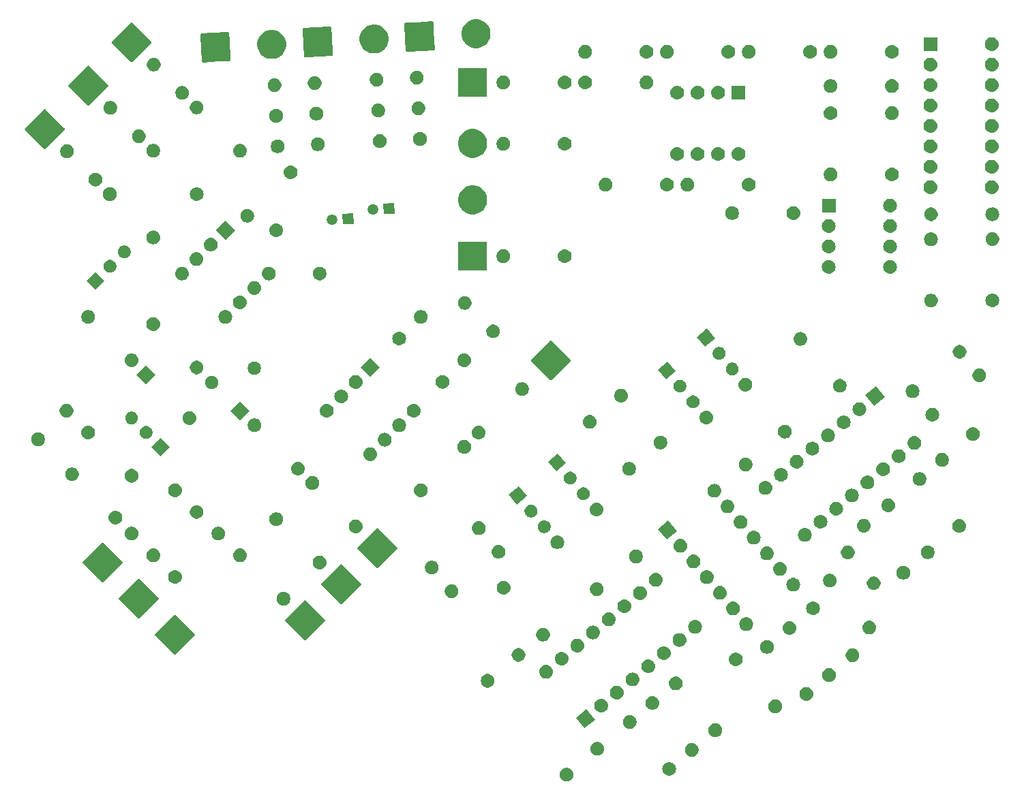
<source format=gbr>
%TF.GenerationSoftware,KiCad,Pcbnew,(5.1.2-1)-1*%
%TF.CreationDate,2021-01-24T21:42:30-05:00*%
%TF.ProjectId,VCF - MFOS,56434620-2d20-44d4-964f-532e6b696361,rev?*%
%TF.SameCoordinates,Original*%
%TF.FileFunction,Soldermask,Bot*%
%TF.FilePolarity,Negative*%
%FSLAX46Y46*%
G04 Gerber Fmt 4.6, Leading zero omitted, Abs format (unit mm)*
G04 Created by KiCad (PCBNEW (5.1.2-1)-1) date 2021-01-24 21:42:30*
%MOMM*%
%LPD*%
G04 APERTURE LIST*
%ADD10C,0.100000*%
G04 APERTURE END LIST*
D10*
G36*
X84522607Y-107648506D02*
G01*
X84677479Y-107712656D01*
X84816860Y-107805788D01*
X84935394Y-107924322D01*
X85028526Y-108063703D01*
X85092676Y-108218575D01*
X85125379Y-108382987D01*
X85125379Y-108550619D01*
X85092676Y-108715031D01*
X85028526Y-108869903D01*
X84935394Y-109009284D01*
X84816860Y-109127818D01*
X84677479Y-109220950D01*
X84522607Y-109285100D01*
X84358195Y-109317803D01*
X84190563Y-109317803D01*
X84026151Y-109285100D01*
X83871279Y-109220950D01*
X83731898Y-109127818D01*
X83613364Y-109009284D01*
X83520232Y-108869903D01*
X83456082Y-108715031D01*
X83423379Y-108550619D01*
X83423379Y-108382987D01*
X83456082Y-108218575D01*
X83520232Y-108063703D01*
X83613364Y-107924322D01*
X83731898Y-107805788D01*
X83871279Y-107712656D01*
X84026151Y-107648506D01*
X84190563Y-107615803D01*
X84358195Y-107615803D01*
X84522607Y-107648506D01*
X84522607Y-107648506D01*
G37*
G36*
X97191293Y-106912450D02*
G01*
X97351712Y-106961113D01*
X97484376Y-107032023D01*
X97499548Y-107040133D01*
X97629129Y-107146478D01*
X97735474Y-107276059D01*
X97735475Y-107276061D01*
X97814494Y-107423895D01*
X97863157Y-107584314D01*
X97879587Y-107751137D01*
X97863157Y-107917960D01*
X97814494Y-108078379D01*
X97743584Y-108211043D01*
X97735474Y-108226215D01*
X97629129Y-108355796D01*
X97499548Y-108462141D01*
X97499546Y-108462142D01*
X97351712Y-108541161D01*
X97191293Y-108589824D01*
X97066274Y-108602137D01*
X96982666Y-108602137D01*
X96857647Y-108589824D01*
X96697228Y-108541161D01*
X96549394Y-108462142D01*
X96549392Y-108462141D01*
X96419811Y-108355796D01*
X96313466Y-108226215D01*
X96305356Y-108211043D01*
X96234446Y-108078379D01*
X96185783Y-107917960D01*
X96169353Y-107751137D01*
X96185783Y-107584314D01*
X96234446Y-107423895D01*
X96313465Y-107276061D01*
X96313466Y-107276059D01*
X96419811Y-107146478D01*
X96549392Y-107040133D01*
X96564564Y-107032023D01*
X96697228Y-106961113D01*
X96857647Y-106912450D01*
X96982666Y-106900137D01*
X97066274Y-106900137D01*
X97191293Y-106912450D01*
X97191293Y-106912450D01*
G37*
G36*
X100078601Y-104578407D02*
G01*
X100233473Y-104642557D01*
X100372854Y-104735689D01*
X100491388Y-104854223D01*
X100584520Y-104993604D01*
X100648670Y-105148476D01*
X100681373Y-105312888D01*
X100681373Y-105480520D01*
X100648670Y-105644932D01*
X100584520Y-105799804D01*
X100491388Y-105939185D01*
X100372854Y-106057719D01*
X100233473Y-106150851D01*
X100078601Y-106215001D01*
X99914189Y-106247704D01*
X99746557Y-106247704D01*
X99582145Y-106215001D01*
X99427273Y-106150851D01*
X99287892Y-106057719D01*
X99169358Y-105939185D01*
X99076226Y-105799804D01*
X99012076Y-105644932D01*
X98979373Y-105480520D01*
X98979373Y-105312888D01*
X99012076Y-105148476D01*
X99076226Y-104993604D01*
X99169358Y-104854223D01*
X99287892Y-104735689D01*
X99427273Y-104642557D01*
X99582145Y-104578407D01*
X99746557Y-104545704D01*
X99914189Y-104545704D01*
X100078601Y-104578407D01*
X100078601Y-104578407D01*
G37*
G36*
X88352829Y-104434568D02*
G01*
X88507701Y-104498718D01*
X88647082Y-104591850D01*
X88765616Y-104710384D01*
X88858748Y-104849765D01*
X88922898Y-105004637D01*
X88955601Y-105169049D01*
X88955601Y-105336681D01*
X88922898Y-105501093D01*
X88858748Y-105655965D01*
X88765616Y-105795346D01*
X88647082Y-105913880D01*
X88507701Y-106007012D01*
X88352829Y-106071162D01*
X88188417Y-106103865D01*
X88020785Y-106103865D01*
X87856373Y-106071162D01*
X87701501Y-106007012D01*
X87562120Y-105913880D01*
X87443586Y-105795346D01*
X87350454Y-105655965D01*
X87286304Y-105501093D01*
X87253601Y-105336681D01*
X87253601Y-105169049D01*
X87286304Y-105004637D01*
X87350454Y-104849765D01*
X87443586Y-104710384D01*
X87562120Y-104591850D01*
X87701501Y-104498718D01*
X87856373Y-104434568D01*
X88020785Y-104401865D01*
X88188417Y-104401865D01*
X88352829Y-104434568D01*
X88352829Y-104434568D01*
G37*
G36*
X102997233Y-102129384D02*
G01*
X103152105Y-102193534D01*
X103291486Y-102286666D01*
X103410020Y-102405200D01*
X103503152Y-102544581D01*
X103567302Y-102699453D01*
X103600005Y-102863865D01*
X103600005Y-103031497D01*
X103567302Y-103195909D01*
X103503152Y-103350781D01*
X103410020Y-103490162D01*
X103291486Y-103608696D01*
X103152105Y-103701828D01*
X102997233Y-103765978D01*
X102832821Y-103798681D01*
X102665189Y-103798681D01*
X102500777Y-103765978D01*
X102345905Y-103701828D01*
X102206524Y-103608696D01*
X102087990Y-103490162D01*
X101994858Y-103350781D01*
X101930708Y-103195909D01*
X101898005Y-103031497D01*
X101898005Y-102863865D01*
X101930708Y-102699453D01*
X101994858Y-102544581D01*
X102087990Y-102405200D01*
X102206524Y-102286666D01*
X102345905Y-102193534D01*
X102500777Y-102129384D01*
X102665189Y-102096681D01*
X102832821Y-102096681D01*
X102997233Y-102129384D01*
X102997233Y-102129384D01*
G37*
G36*
X92374656Y-101095581D02*
G01*
X92529528Y-101159731D01*
X92668909Y-101252863D01*
X92787443Y-101371397D01*
X92880575Y-101510778D01*
X92944725Y-101665650D01*
X92977428Y-101830062D01*
X92977428Y-101997694D01*
X92944725Y-102162106D01*
X92880575Y-102316978D01*
X92787443Y-102456359D01*
X92668909Y-102574893D01*
X92529528Y-102668025D01*
X92374656Y-102732175D01*
X92210244Y-102764878D01*
X92042612Y-102764878D01*
X91878200Y-102732175D01*
X91723328Y-102668025D01*
X91583947Y-102574893D01*
X91465413Y-102456359D01*
X91372281Y-102316978D01*
X91308131Y-102162106D01*
X91275428Y-101997694D01*
X91275428Y-101830062D01*
X91308131Y-101665650D01*
X91372281Y-101510778D01*
X91465413Y-101371397D01*
X91583947Y-101252863D01*
X91723328Y-101159731D01*
X91878200Y-101095581D01*
X92042612Y-101062878D01*
X92210244Y-101062878D01*
X92374656Y-101095581D01*
X92374656Y-101095581D01*
G37*
G36*
X87827380Y-101622796D02*
G01*
X86523572Y-102716820D01*
X85429548Y-101413012D01*
X86733356Y-100318988D01*
X87827380Y-101622796D01*
X87827380Y-101622796D01*
G37*
G36*
X110449574Y-99156134D02*
G01*
X110604446Y-99220284D01*
X110743827Y-99313416D01*
X110862361Y-99431950D01*
X110955493Y-99571331D01*
X111019643Y-99726203D01*
X111052346Y-99890615D01*
X111052346Y-100058247D01*
X111019643Y-100222659D01*
X110955493Y-100377531D01*
X110862361Y-100516912D01*
X110743827Y-100635446D01*
X110604446Y-100728578D01*
X110449574Y-100792728D01*
X110285162Y-100825431D01*
X110117530Y-100825431D01*
X109953118Y-100792728D01*
X109798246Y-100728578D01*
X109658865Y-100635446D01*
X109540331Y-100516912D01*
X109447199Y-100377531D01*
X109383049Y-100222659D01*
X109350346Y-100058247D01*
X109350346Y-99890615D01*
X109383049Y-99726203D01*
X109447199Y-99571331D01*
X109540331Y-99431950D01*
X109658865Y-99313416D01*
X109798246Y-99220284D01*
X109953118Y-99156134D01*
X110117530Y-99123431D01*
X110285162Y-99123431D01*
X110449574Y-99156134D01*
X110449574Y-99156134D01*
G37*
G36*
X88741040Y-99046536D02*
G01*
X88901459Y-99095199D01*
X89015460Y-99156134D01*
X89049295Y-99174219D01*
X89178876Y-99280564D01*
X89285221Y-99410145D01*
X89285222Y-99410147D01*
X89364241Y-99557981D01*
X89412904Y-99718400D01*
X89429334Y-99885223D01*
X89412904Y-100052046D01*
X89364241Y-100212465D01*
X89333248Y-100270449D01*
X89285221Y-100360301D01*
X89178876Y-100489882D01*
X89049295Y-100596227D01*
X89049293Y-100596228D01*
X88901459Y-100675247D01*
X88741040Y-100723910D01*
X88616021Y-100736223D01*
X88532413Y-100736223D01*
X88407394Y-100723910D01*
X88246975Y-100675247D01*
X88099141Y-100596228D01*
X88099139Y-100596227D01*
X87969558Y-100489882D01*
X87863213Y-100360301D01*
X87815186Y-100270449D01*
X87784193Y-100212465D01*
X87735530Y-100052046D01*
X87719100Y-99885223D01*
X87735530Y-99718400D01*
X87784193Y-99557981D01*
X87863212Y-99410147D01*
X87863213Y-99410145D01*
X87969558Y-99280564D01*
X88099139Y-99174219D01*
X88132974Y-99156134D01*
X88246975Y-99095199D01*
X88407394Y-99046536D01*
X88532413Y-99034223D01*
X88616021Y-99034223D01*
X88741040Y-99046536D01*
X88741040Y-99046536D01*
G37*
G36*
X95099154Y-98720758D02*
G01*
X95259573Y-98769421D01*
X95392237Y-98840331D01*
X95407409Y-98848441D01*
X95536990Y-98954786D01*
X95643335Y-99084367D01*
X95643336Y-99084369D01*
X95722355Y-99232203D01*
X95771018Y-99392622D01*
X95787448Y-99559445D01*
X95771018Y-99726268D01*
X95722355Y-99886687D01*
X95651445Y-100019351D01*
X95643335Y-100034523D01*
X95536990Y-100164104D01*
X95407409Y-100270449D01*
X95407407Y-100270450D01*
X95259573Y-100349469D01*
X95099154Y-100398132D01*
X94974135Y-100410445D01*
X94890527Y-100410445D01*
X94765508Y-100398132D01*
X94605089Y-100349469D01*
X94457255Y-100270450D01*
X94457253Y-100270449D01*
X94327672Y-100164104D01*
X94221327Y-100034523D01*
X94213217Y-100019351D01*
X94142307Y-99886687D01*
X94093644Y-99726268D01*
X94077214Y-99559445D01*
X94093644Y-99392622D01*
X94142307Y-99232203D01*
X94221326Y-99084369D01*
X94221327Y-99084367D01*
X94327672Y-98954786D01*
X94457253Y-98848441D01*
X94472425Y-98840331D01*
X94605089Y-98769421D01*
X94765508Y-98720758D01*
X94890527Y-98708445D01*
X94974135Y-98708445D01*
X95099154Y-98720758D01*
X95099154Y-98720758D01*
G37*
G36*
X114233462Y-97585972D02*
G01*
X114393881Y-97634635D01*
X114526545Y-97705545D01*
X114541717Y-97713655D01*
X114671298Y-97820000D01*
X114777643Y-97949581D01*
X114777644Y-97949583D01*
X114856663Y-98097417D01*
X114905326Y-98257836D01*
X114921756Y-98424659D01*
X114905326Y-98591482D01*
X114856663Y-98751901D01*
X114847298Y-98769421D01*
X114777643Y-98899737D01*
X114671298Y-99029318D01*
X114541717Y-99135663D01*
X114541715Y-99135664D01*
X114393881Y-99214683D01*
X114393878Y-99214684D01*
X114375417Y-99220284D01*
X114233462Y-99263346D01*
X114108443Y-99275659D01*
X114024835Y-99275659D01*
X113899816Y-99263346D01*
X113757861Y-99220284D01*
X113739400Y-99214684D01*
X113739397Y-99214683D01*
X113591563Y-99135664D01*
X113591561Y-99135663D01*
X113461980Y-99029318D01*
X113355635Y-98899737D01*
X113285980Y-98769421D01*
X113276615Y-98751901D01*
X113227952Y-98591482D01*
X113211522Y-98424659D01*
X113227952Y-98257836D01*
X113276615Y-98097417D01*
X113355634Y-97949583D01*
X113355635Y-97949581D01*
X113461980Y-97820000D01*
X113591561Y-97713655D01*
X113606733Y-97705545D01*
X113739397Y-97634635D01*
X113899816Y-97585972D01*
X114024835Y-97573659D01*
X114108443Y-97573659D01*
X114233462Y-97585972D01*
X114233462Y-97585972D01*
G37*
G36*
X90686793Y-97413856D02*
G01*
X90816818Y-97453299D01*
X90834122Y-97458548D01*
X90847212Y-97462519D01*
X90979876Y-97533429D01*
X90995048Y-97541539D01*
X91124629Y-97647884D01*
X91230974Y-97777465D01*
X91230975Y-97777467D01*
X91309994Y-97925301D01*
X91358657Y-98085720D01*
X91375087Y-98252543D01*
X91358657Y-98419366D01*
X91309994Y-98579785D01*
X91241224Y-98708445D01*
X91230974Y-98727621D01*
X91124629Y-98857202D01*
X90995048Y-98963547D01*
X90995046Y-98963548D01*
X90847212Y-99042567D01*
X90686793Y-99091230D01*
X90561774Y-99103543D01*
X90478166Y-99103543D01*
X90353147Y-99091230D01*
X90192728Y-99042567D01*
X90044894Y-98963548D01*
X90044892Y-98963547D01*
X89915311Y-98857202D01*
X89808966Y-98727621D01*
X89798716Y-98708445D01*
X89729946Y-98579785D01*
X89681283Y-98419366D01*
X89664853Y-98252543D01*
X89681283Y-98085720D01*
X89729946Y-97925301D01*
X89808965Y-97777467D01*
X89808966Y-97777465D01*
X89915311Y-97647884D01*
X90044892Y-97541539D01*
X90060064Y-97533429D01*
X90192728Y-97462519D01*
X90205819Y-97458548D01*
X90223122Y-97453299D01*
X90353147Y-97413856D01*
X90478166Y-97401543D01*
X90561774Y-97401543D01*
X90686793Y-97413856D01*
X90686793Y-97413856D01*
G37*
G36*
X98017786Y-96271735D02*
G01*
X98148343Y-96311339D01*
X98171807Y-96318457D01*
X98178205Y-96320398D01*
X98306894Y-96389184D01*
X98326041Y-96399418D01*
X98455622Y-96505763D01*
X98561967Y-96635344D01*
X98561968Y-96635346D01*
X98640987Y-96783180D01*
X98689650Y-96943599D01*
X98706080Y-97110422D01*
X98689650Y-97277245D01*
X98640987Y-97437664D01*
X98582850Y-97546431D01*
X98561967Y-97585500D01*
X98455622Y-97715081D01*
X98326041Y-97821426D01*
X98326039Y-97821427D01*
X98178205Y-97900446D01*
X98017786Y-97949109D01*
X97892767Y-97961422D01*
X97809159Y-97961422D01*
X97684140Y-97949109D01*
X97523721Y-97900446D01*
X97375887Y-97821427D01*
X97375885Y-97821426D01*
X97246304Y-97715081D01*
X97139959Y-97585500D01*
X97119076Y-97546431D01*
X97060939Y-97437664D01*
X97012276Y-97277245D01*
X96995846Y-97110422D01*
X97012276Y-96943599D01*
X97060939Y-96783180D01*
X97139958Y-96635346D01*
X97139959Y-96635344D01*
X97246304Y-96505763D01*
X97375885Y-96399418D01*
X97395032Y-96389184D01*
X97523721Y-96320398D01*
X97530120Y-96318457D01*
X97553583Y-96311339D01*
X97684140Y-96271735D01*
X97809159Y-96259422D01*
X97892767Y-96259422D01*
X98017786Y-96271735D01*
X98017786Y-96271735D01*
G37*
G36*
X74726533Y-95973987D02*
G01*
X74881405Y-96038137D01*
X75020786Y-96131269D01*
X75139320Y-96249803D01*
X75232452Y-96389184D01*
X75296602Y-96544056D01*
X75329305Y-96708468D01*
X75329305Y-96876100D01*
X75296602Y-97040512D01*
X75232452Y-97195384D01*
X75139320Y-97334765D01*
X75020786Y-97453299D01*
X74881405Y-97546431D01*
X74726533Y-97610581D01*
X74562121Y-97643284D01*
X74394489Y-97643284D01*
X74230077Y-97610581D01*
X74075205Y-97546431D01*
X73935824Y-97453299D01*
X73817290Y-97334765D01*
X73724158Y-97195384D01*
X73660008Y-97040512D01*
X73627305Y-96876100D01*
X73627305Y-96708468D01*
X73660008Y-96544056D01*
X73724158Y-96389184D01*
X73817290Y-96249803D01*
X73935824Y-96131269D01*
X74075205Y-96038137D01*
X74230077Y-95973987D01*
X74394489Y-95941284D01*
X74562121Y-95941284D01*
X74726533Y-95973987D01*
X74726533Y-95973987D01*
G37*
G36*
X92632546Y-95781175D02*
G01*
X92792965Y-95829838D01*
X92925629Y-95900748D01*
X92940801Y-95908858D01*
X93070382Y-96015203D01*
X93176727Y-96144784D01*
X93176728Y-96144786D01*
X93255747Y-96292620D01*
X93304410Y-96453039D01*
X93320840Y-96619862D01*
X93304410Y-96786685D01*
X93255747Y-96947104D01*
X93205819Y-97040512D01*
X93176727Y-97094940D01*
X93070382Y-97224521D01*
X92940801Y-97330866D01*
X92940799Y-97330867D01*
X92792965Y-97409886D01*
X92792962Y-97409887D01*
X92763103Y-97418945D01*
X92632546Y-97458549D01*
X92507527Y-97470862D01*
X92423919Y-97470862D01*
X92298900Y-97458549D01*
X92168343Y-97418945D01*
X92138484Y-97409887D01*
X92138481Y-97409886D01*
X91990647Y-97330867D01*
X91990645Y-97330866D01*
X91861064Y-97224521D01*
X91754719Y-97094940D01*
X91725627Y-97040512D01*
X91675699Y-96947104D01*
X91627036Y-96786685D01*
X91610606Y-96619862D01*
X91627036Y-96453039D01*
X91675699Y-96292620D01*
X91754718Y-96144786D01*
X91754719Y-96144784D01*
X91861064Y-96015203D01*
X91990645Y-95908858D01*
X92005817Y-95900748D01*
X92138481Y-95829838D01*
X92298900Y-95781175D01*
X92423919Y-95768862D01*
X92507527Y-95768862D01*
X92632546Y-95781175D01*
X92632546Y-95781175D01*
G37*
G36*
X117120772Y-95251931D02*
G01*
X117275644Y-95316081D01*
X117415025Y-95409213D01*
X117533559Y-95527747D01*
X117626691Y-95667128D01*
X117690841Y-95822000D01*
X117723544Y-95986412D01*
X117723544Y-96154044D01*
X117690841Y-96318456D01*
X117626691Y-96473328D01*
X117533559Y-96612709D01*
X117415025Y-96731243D01*
X117275644Y-96824375D01*
X117120772Y-96888525D01*
X116956360Y-96921228D01*
X116788728Y-96921228D01*
X116624316Y-96888525D01*
X116469444Y-96824375D01*
X116330063Y-96731243D01*
X116211529Y-96612709D01*
X116118397Y-96473328D01*
X116054247Y-96318456D01*
X116021544Y-96154044D01*
X116021544Y-95986412D01*
X116054247Y-95822000D01*
X116118397Y-95667128D01*
X116211529Y-95527747D01*
X116330063Y-95409213D01*
X116469444Y-95316081D01*
X116624316Y-95251931D01*
X116788728Y-95219228D01*
X116956360Y-95219228D01*
X117120772Y-95251931D01*
X117120772Y-95251931D01*
G37*
G36*
X81897245Y-94841958D02*
G01*
X82057664Y-94890621D01*
X82190328Y-94961531D01*
X82205500Y-94969641D01*
X82335081Y-95075986D01*
X82441426Y-95205567D01*
X82441427Y-95205569D01*
X82520446Y-95353403D01*
X82569109Y-95513822D01*
X82585539Y-95680645D01*
X82569109Y-95847468D01*
X82520446Y-96007887D01*
X82504277Y-96038137D01*
X82441426Y-96155723D01*
X82335081Y-96285304D01*
X82205500Y-96391649D01*
X82205498Y-96391650D01*
X82057664Y-96470669D01*
X82057661Y-96470670D01*
X82048899Y-96473328D01*
X81897245Y-96519332D01*
X81772226Y-96531645D01*
X81688618Y-96531645D01*
X81563599Y-96519332D01*
X81411945Y-96473328D01*
X81403183Y-96470670D01*
X81403180Y-96470669D01*
X81255346Y-96391650D01*
X81255344Y-96391649D01*
X81125763Y-96285304D01*
X81019418Y-96155723D01*
X80956567Y-96038137D01*
X80940398Y-96007887D01*
X80891735Y-95847468D01*
X80875305Y-95680645D01*
X80891735Y-95513822D01*
X80940398Y-95353403D01*
X81019417Y-95205569D01*
X81019418Y-95205567D01*
X81125763Y-95075986D01*
X81255344Y-94969641D01*
X81270516Y-94961531D01*
X81403180Y-94890621D01*
X81563599Y-94841958D01*
X81688618Y-94829645D01*
X81772226Y-94829645D01*
X81897245Y-94841958D01*
X81897245Y-94841958D01*
G37*
G36*
X94578299Y-94148495D02*
G01*
X94708856Y-94188099D01*
X94725628Y-94193187D01*
X94738718Y-94197158D01*
X94817674Y-94239361D01*
X94886554Y-94276178D01*
X95016135Y-94382523D01*
X95122480Y-94512104D01*
X95122481Y-94512106D01*
X95201500Y-94659940D01*
X95250163Y-94820359D01*
X95266593Y-94987182D01*
X95250163Y-95154005D01*
X95201500Y-95314424D01*
X95150834Y-95409213D01*
X95122480Y-95462260D01*
X95016135Y-95591841D01*
X94886554Y-95698186D01*
X94886552Y-95698187D01*
X94738718Y-95777206D01*
X94578299Y-95825869D01*
X94453280Y-95838182D01*
X94369672Y-95838182D01*
X94244653Y-95825869D01*
X94084234Y-95777206D01*
X93936400Y-95698187D01*
X93936398Y-95698186D01*
X93806817Y-95591841D01*
X93700472Y-95462260D01*
X93672118Y-95409213D01*
X93621452Y-95314424D01*
X93572789Y-95154005D01*
X93556359Y-94987182D01*
X93572789Y-94820359D01*
X93621452Y-94659940D01*
X93700471Y-94512106D01*
X93700472Y-94512104D01*
X93806817Y-94382523D01*
X93936398Y-94276178D01*
X94005278Y-94239361D01*
X94084234Y-94197158D01*
X94097325Y-94193187D01*
X94114096Y-94188099D01*
X94244653Y-94148495D01*
X94369672Y-94136182D01*
X94453280Y-94136182D01*
X94578299Y-94148495D01*
X94578299Y-94148495D01*
G37*
G36*
X105470127Y-93298485D02*
G01*
X105574403Y-93330117D01*
X105612086Y-93341548D01*
X105630546Y-93347148D01*
X105740083Y-93405697D01*
X105778382Y-93426168D01*
X105907963Y-93532513D01*
X106014308Y-93662094D01*
X106014309Y-93662096D01*
X106093328Y-93809930D01*
X106141991Y-93970349D01*
X106158421Y-94137172D01*
X106141991Y-94303995D01*
X106093328Y-94464414D01*
X106089159Y-94472213D01*
X106014308Y-94612250D01*
X105907963Y-94741831D01*
X105778382Y-94848176D01*
X105778380Y-94848177D01*
X105630546Y-94927196D01*
X105470127Y-94975859D01*
X105345108Y-94988172D01*
X105261500Y-94988172D01*
X105136481Y-94975859D01*
X104976062Y-94927196D01*
X104828228Y-94848177D01*
X104828226Y-94848176D01*
X104698645Y-94741831D01*
X104592300Y-94612250D01*
X104517449Y-94472213D01*
X104513280Y-94464414D01*
X104464617Y-94303995D01*
X104448187Y-94137172D01*
X104464617Y-93970349D01*
X104513280Y-93809930D01*
X104592299Y-93662096D01*
X104592300Y-93662094D01*
X104698645Y-93532513D01*
X104828226Y-93426168D01*
X104866525Y-93405697D01*
X104976062Y-93347148D01*
X104994523Y-93341548D01*
X105032205Y-93330117D01*
X105136481Y-93298485D01*
X105261500Y-93286172D01*
X105345108Y-93286172D01*
X105470127Y-93298485D01*
X105470127Y-93298485D01*
G37*
G36*
X83842998Y-93209278D02*
G01*
X83972014Y-93248415D01*
X83990327Y-93253970D01*
X84003417Y-93257941D01*
X84056233Y-93286172D01*
X84151253Y-93336961D01*
X84280834Y-93443306D01*
X84387179Y-93572887D01*
X84387180Y-93572889D01*
X84466199Y-93720723D01*
X84514862Y-93881142D01*
X84531292Y-94047965D01*
X84514862Y-94214788D01*
X84466199Y-94375207D01*
X84454742Y-94396641D01*
X84387179Y-94523043D01*
X84280834Y-94652624D01*
X84151253Y-94758969D01*
X84151251Y-94758970D01*
X84003417Y-94837989D01*
X83842998Y-94886652D01*
X83717979Y-94898965D01*
X83634371Y-94898965D01*
X83509352Y-94886652D01*
X83348933Y-94837989D01*
X83201099Y-94758970D01*
X83201097Y-94758969D01*
X83071516Y-94652624D01*
X82965171Y-94523043D01*
X82897608Y-94396641D01*
X82886151Y-94375207D01*
X82837488Y-94214788D01*
X82821058Y-94047965D01*
X82837488Y-93881142D01*
X82886151Y-93720723D01*
X82965170Y-93572889D01*
X82965171Y-93572887D01*
X83071516Y-93443306D01*
X83201097Y-93336961D01*
X83296117Y-93286172D01*
X83348933Y-93257941D01*
X83362024Y-93253970D01*
X83380336Y-93248415D01*
X83509352Y-93209278D01*
X83634371Y-93196965D01*
X83717979Y-93196965D01*
X83842998Y-93209278D01*
X83842998Y-93209278D01*
G37*
G36*
X120039393Y-92802916D02*
G01*
X120194265Y-92867066D01*
X120333646Y-92960198D01*
X120452180Y-93078732D01*
X120545312Y-93218113D01*
X120609462Y-93372985D01*
X120642165Y-93537397D01*
X120642165Y-93705029D01*
X120609462Y-93869441D01*
X120545312Y-94024313D01*
X120452180Y-94163694D01*
X120333646Y-94282228D01*
X120194265Y-94375360D01*
X120039393Y-94439510D01*
X119874981Y-94472213D01*
X119707349Y-94472213D01*
X119542937Y-94439510D01*
X119388065Y-94375360D01*
X119248684Y-94282228D01*
X119130150Y-94163694D01*
X119037018Y-94024313D01*
X118972868Y-93869441D01*
X118940165Y-93705029D01*
X118940165Y-93537397D01*
X118972868Y-93372985D01*
X119037018Y-93218113D01*
X119130150Y-93078732D01*
X119248684Y-92960198D01*
X119388065Y-92867066D01*
X119542937Y-92802916D01*
X119707349Y-92770213D01*
X119874981Y-92770213D01*
X120039393Y-92802916D01*
X120039393Y-92802916D01*
G37*
G36*
X78556755Y-92760049D02*
G01*
X78711627Y-92824199D01*
X78851008Y-92917331D01*
X78969542Y-93035865D01*
X79062674Y-93175246D01*
X79126824Y-93330118D01*
X79159527Y-93494530D01*
X79159527Y-93662162D01*
X79126824Y-93826574D01*
X79062674Y-93981446D01*
X78969542Y-94120827D01*
X78851008Y-94239361D01*
X78711627Y-94332493D01*
X78556755Y-94396643D01*
X78392343Y-94429346D01*
X78224711Y-94429346D01*
X78060299Y-94396643D01*
X77905427Y-94332493D01*
X77766046Y-94239361D01*
X77647512Y-94120827D01*
X77554380Y-93981446D01*
X77490230Y-93826574D01*
X77457527Y-93662162D01*
X77457527Y-93494530D01*
X77490230Y-93330118D01*
X77554380Y-93175246D01*
X77647512Y-93035865D01*
X77766046Y-92917331D01*
X77905427Y-92824199D01*
X78060299Y-92760049D01*
X78224711Y-92727346D01*
X78392343Y-92727346D01*
X78556755Y-92760049D01*
X78556755Y-92760049D01*
G37*
G36*
X96524051Y-92515814D02*
G01*
X96684470Y-92564477D01*
X96817134Y-92635387D01*
X96832306Y-92643497D01*
X96961887Y-92749842D01*
X97068232Y-92879423D01*
X97068233Y-92879425D01*
X97147252Y-93027259D01*
X97195915Y-93187678D01*
X97212345Y-93354501D01*
X97195915Y-93521324D01*
X97147252Y-93681743D01*
X97126415Y-93720726D01*
X97068232Y-93829579D01*
X96961887Y-93959160D01*
X96832306Y-94065505D01*
X96832304Y-94065506D01*
X96684470Y-94144525D01*
X96684467Y-94144526D01*
X96654608Y-94153584D01*
X96524051Y-94193188D01*
X96399032Y-94205501D01*
X96315424Y-94205501D01*
X96190405Y-94193188D01*
X96059848Y-94153584D01*
X96029989Y-94144526D01*
X96029986Y-94144525D01*
X95882152Y-94065506D01*
X95882150Y-94065505D01*
X95752569Y-93959160D01*
X95646224Y-93829579D01*
X95588041Y-93720726D01*
X95567204Y-93681743D01*
X95518541Y-93521324D01*
X95502111Y-93354501D01*
X95518541Y-93187678D01*
X95567204Y-93027259D01*
X95646223Y-92879425D01*
X95646224Y-92879423D01*
X95752569Y-92749842D01*
X95882150Y-92643497D01*
X95897322Y-92635387D01*
X96029986Y-92564477D01*
X96190405Y-92515814D01*
X96315424Y-92503501D01*
X96399032Y-92503501D01*
X96524051Y-92515814D01*
X96524051Y-92515814D01*
G37*
G36*
X35679428Y-88591233D02*
G01*
X35707486Y-88599744D01*
X35733335Y-88613561D01*
X35760761Y-88636069D01*
X38086749Y-90962057D01*
X38109257Y-90989483D01*
X38123074Y-91015332D01*
X38131585Y-91043390D01*
X38134458Y-91072562D01*
X38131585Y-91101734D01*
X38123074Y-91129792D01*
X38109257Y-91155641D01*
X38086749Y-91183067D01*
X35760761Y-93509055D01*
X35733335Y-93531563D01*
X35707486Y-93545380D01*
X35679428Y-93553891D01*
X35650256Y-93556764D01*
X35621084Y-93553891D01*
X35593026Y-93545380D01*
X35567177Y-93531563D01*
X35539751Y-93509055D01*
X33213763Y-91183067D01*
X33191255Y-91155641D01*
X33177438Y-91129792D01*
X33168927Y-91101734D01*
X33166054Y-91072562D01*
X33168927Y-91043390D01*
X33177438Y-91015332D01*
X33191255Y-90989483D01*
X33213763Y-90962057D01*
X35539751Y-88636069D01*
X35567177Y-88613561D01*
X35593026Y-88599744D01*
X35621084Y-88591233D01*
X35650256Y-88588360D01*
X35679428Y-88591233D01*
X35679428Y-88591233D01*
G37*
G36*
X109416825Y-91769103D02*
G01*
X109571697Y-91833253D01*
X109711078Y-91926385D01*
X109829612Y-92044919D01*
X109922744Y-92184300D01*
X109986894Y-92339172D01*
X110019597Y-92503584D01*
X110019597Y-92671216D01*
X109986894Y-92835628D01*
X109922744Y-92990500D01*
X109829612Y-93129881D01*
X109711078Y-93248415D01*
X109571697Y-93341547D01*
X109416825Y-93405697D01*
X109252413Y-93438400D01*
X109084781Y-93438400D01*
X108920369Y-93405697D01*
X108765497Y-93341547D01*
X108626116Y-93248415D01*
X108507582Y-93129881D01*
X108414450Y-92990500D01*
X108350300Y-92835628D01*
X108317597Y-92671216D01*
X108317597Y-92503584D01*
X108350300Y-92339172D01*
X108414450Y-92184300D01*
X108507582Y-92044919D01*
X108626116Y-91926385D01*
X108765497Y-91833253D01*
X108920369Y-91769103D01*
X109084781Y-91736400D01*
X109252413Y-91736400D01*
X109416825Y-91769103D01*
X109416825Y-91769103D01*
G37*
G36*
X85788751Y-91576597D02*
G01*
X85949170Y-91625260D01*
X86081834Y-91696170D01*
X86097006Y-91704280D01*
X86226587Y-91810625D01*
X86332932Y-91940206D01*
X86332933Y-91940208D01*
X86411952Y-92088042D01*
X86460615Y-92248461D01*
X86477045Y-92415284D01*
X86460615Y-92582107D01*
X86411952Y-92742526D01*
X86368297Y-92824198D01*
X86332932Y-92890362D01*
X86226587Y-93019943D01*
X86097006Y-93126288D01*
X86097004Y-93126289D01*
X85949170Y-93205308D01*
X85949167Y-93205309D01*
X85919308Y-93214367D01*
X85788751Y-93253971D01*
X85663732Y-93266284D01*
X85580124Y-93266284D01*
X85455105Y-93253971D01*
X85324548Y-93214367D01*
X85294689Y-93205309D01*
X85294686Y-93205308D01*
X85146852Y-93126289D01*
X85146850Y-93126288D01*
X85017269Y-93019943D01*
X84910924Y-92890362D01*
X84875559Y-92824198D01*
X84831904Y-92742526D01*
X84783241Y-92582107D01*
X84766811Y-92415284D01*
X84783241Y-92248461D01*
X84831904Y-92088042D01*
X84910923Y-91940208D01*
X84910924Y-91940206D01*
X85017269Y-91810625D01*
X85146850Y-91704280D01*
X85162022Y-91696170D01*
X85294686Y-91625260D01*
X85455105Y-91576597D01*
X85580124Y-91564284D01*
X85663732Y-91564284D01*
X85788751Y-91576597D01*
X85788751Y-91576597D01*
G37*
G36*
X98469804Y-90883134D02*
G01*
X98600361Y-90922738D01*
X98617133Y-90927826D01*
X98630223Y-90931797D01*
X98738146Y-90989483D01*
X98778059Y-91010817D01*
X98907640Y-91117162D01*
X99013985Y-91246743D01*
X99013986Y-91246745D01*
X99093005Y-91394579D01*
X99141668Y-91554998D01*
X99158098Y-91721821D01*
X99141668Y-91888644D01*
X99093005Y-92049063D01*
X99022095Y-92181727D01*
X99013985Y-92196899D01*
X98907640Y-92326480D01*
X98778059Y-92432825D01*
X98778057Y-92432826D01*
X98630223Y-92511845D01*
X98469804Y-92560508D01*
X98344785Y-92572821D01*
X98261177Y-92572821D01*
X98136158Y-92560508D01*
X97975739Y-92511845D01*
X97827905Y-92432826D01*
X97827903Y-92432825D01*
X97698322Y-92326480D01*
X97591977Y-92196899D01*
X97583867Y-92181727D01*
X97512957Y-92049063D01*
X97464294Y-91888644D01*
X97447864Y-91721821D01*
X97464294Y-91554998D01*
X97512957Y-91394579D01*
X97591976Y-91246745D01*
X97591977Y-91246743D01*
X97698322Y-91117162D01*
X97827903Y-91010817D01*
X97867816Y-90989483D01*
X97975739Y-90931797D01*
X97988830Y-90927826D01*
X98005601Y-90922738D01*
X98136158Y-90883134D01*
X98261177Y-90870821D01*
X98344785Y-90870821D01*
X98469804Y-90883134D01*
X98469804Y-90883134D01*
G37*
G36*
X81605698Y-90237401D02*
G01*
X81760570Y-90301551D01*
X81899951Y-90394683D01*
X82018485Y-90513217D01*
X82111617Y-90652598D01*
X82175767Y-90807470D01*
X82208470Y-90971882D01*
X82208470Y-91139514D01*
X82175767Y-91303926D01*
X82111617Y-91458798D01*
X82018485Y-91598179D01*
X81899951Y-91716713D01*
X81760570Y-91809845D01*
X81605698Y-91873995D01*
X81441286Y-91906698D01*
X81273654Y-91906698D01*
X81109242Y-91873995D01*
X80954370Y-91809845D01*
X80814989Y-91716713D01*
X80696455Y-91598179D01*
X80603323Y-91458798D01*
X80539173Y-91303926D01*
X80506470Y-91139514D01*
X80506470Y-90971882D01*
X80539173Y-90807470D01*
X80603323Y-90652598D01*
X80696455Y-90513217D01*
X80814989Y-90394683D01*
X80954370Y-90301551D01*
X81109242Y-90237401D01*
X81273654Y-90204698D01*
X81441286Y-90204698D01*
X81605698Y-90237401D01*
X81605698Y-90237401D01*
G37*
G36*
X51843889Y-86795182D02*
G01*
X51871947Y-86803693D01*
X51897796Y-86817510D01*
X51925222Y-86840018D01*
X54251210Y-89166006D01*
X54273718Y-89193432D01*
X54287535Y-89219281D01*
X54296046Y-89247339D01*
X54298919Y-89276511D01*
X54296046Y-89305683D01*
X54287535Y-89333741D01*
X54273718Y-89359590D01*
X54251210Y-89387016D01*
X51925222Y-91713004D01*
X51897796Y-91735512D01*
X51871947Y-91749329D01*
X51843889Y-91757840D01*
X51814717Y-91760713D01*
X51785545Y-91757840D01*
X51757487Y-91749329D01*
X51731638Y-91735512D01*
X51704212Y-91713004D01*
X49378224Y-89387016D01*
X49355716Y-89359590D01*
X49341899Y-89333741D01*
X49333388Y-89305683D01*
X49330515Y-89276511D01*
X49333388Y-89247339D01*
X49341899Y-89219281D01*
X49355716Y-89193432D01*
X49378224Y-89166006D01*
X51704212Y-86840018D01*
X51731638Y-86817510D01*
X51757487Y-86803693D01*
X51785545Y-86795182D01*
X51814717Y-86792309D01*
X51843889Y-86795182D01*
X51843889Y-86795182D01*
G37*
G36*
X87734504Y-89943917D02*
G01*
X87865061Y-89983521D01*
X87881833Y-89988609D01*
X87894923Y-89992580D01*
X87930368Y-90011526D01*
X88042759Y-90071600D01*
X88172340Y-90177945D01*
X88278685Y-90307526D01*
X88278686Y-90307528D01*
X88357705Y-90455362D01*
X88406368Y-90615781D01*
X88422798Y-90782604D01*
X88406368Y-90949427D01*
X88357705Y-91109846D01*
X88301230Y-91215503D01*
X88278685Y-91257682D01*
X88172340Y-91387263D01*
X88042759Y-91493608D01*
X88042757Y-91493609D01*
X87894923Y-91572628D01*
X87734504Y-91621291D01*
X87609485Y-91633604D01*
X87525877Y-91633604D01*
X87400858Y-91621291D01*
X87240439Y-91572628D01*
X87092605Y-91493609D01*
X87092603Y-91493608D01*
X86963022Y-91387263D01*
X86856677Y-91257682D01*
X86834132Y-91215503D01*
X86777657Y-91109846D01*
X86728994Y-90949427D01*
X86712564Y-90782604D01*
X86728994Y-90615781D01*
X86777657Y-90455362D01*
X86856676Y-90307528D01*
X86856677Y-90307526D01*
X86963022Y-90177945D01*
X87092603Y-90071600D01*
X87204994Y-90011526D01*
X87240439Y-89992580D01*
X87253530Y-89988609D01*
X87270301Y-89983521D01*
X87400858Y-89943917D01*
X87525877Y-89931604D01*
X87609485Y-89931604D01*
X87734504Y-89943917D01*
X87734504Y-89943917D01*
G37*
G36*
X112141325Y-89394282D02*
G01*
X112301744Y-89442945D01*
X112379452Y-89484481D01*
X112449580Y-89521965D01*
X112579161Y-89628310D01*
X112685506Y-89757891D01*
X112685507Y-89757893D01*
X112764526Y-89905727D01*
X112813189Y-90066146D01*
X112829619Y-90232969D01*
X112813189Y-90399792D01*
X112764526Y-90560211D01*
X112734824Y-90615779D01*
X112685506Y-90708047D01*
X112579161Y-90837628D01*
X112449580Y-90943973D01*
X112449578Y-90943974D01*
X112301744Y-91022993D01*
X112141325Y-91071656D01*
X112016306Y-91083969D01*
X111932698Y-91083969D01*
X111807679Y-91071656D01*
X111647260Y-91022993D01*
X111499426Y-90943974D01*
X111499424Y-90943973D01*
X111369843Y-90837628D01*
X111263498Y-90708047D01*
X111214180Y-90615779D01*
X111184478Y-90560211D01*
X111135815Y-90399792D01*
X111119385Y-90232969D01*
X111135815Y-90066146D01*
X111184478Y-89905727D01*
X111263497Y-89757893D01*
X111263498Y-89757891D01*
X111369843Y-89628310D01*
X111499424Y-89521965D01*
X111569552Y-89484481D01*
X111647260Y-89442945D01*
X111807679Y-89394282D01*
X111932698Y-89381969D01*
X112016306Y-89381969D01*
X112141325Y-89394282D01*
X112141325Y-89394282D01*
G37*
G36*
X122042689Y-89339662D02*
G01*
X122203108Y-89388325D01*
X122334284Y-89458440D01*
X122350944Y-89467345D01*
X122480525Y-89573690D01*
X122586870Y-89703271D01*
X122586871Y-89703273D01*
X122665890Y-89851107D01*
X122714553Y-90011526D01*
X122730983Y-90178349D01*
X122714553Y-90345172D01*
X122665890Y-90505591D01*
X122636695Y-90560211D01*
X122586870Y-90653427D01*
X122480525Y-90783008D01*
X122350944Y-90889353D01*
X122350942Y-90889354D01*
X122203108Y-90968373D01*
X122203105Y-90968374D01*
X122191537Y-90971883D01*
X122042689Y-91017036D01*
X121917670Y-91029349D01*
X121834062Y-91029349D01*
X121709043Y-91017036D01*
X121560195Y-90971883D01*
X121548627Y-90968374D01*
X121548624Y-90968373D01*
X121400790Y-90889354D01*
X121400788Y-90889353D01*
X121271207Y-90783008D01*
X121164862Y-90653427D01*
X121115037Y-90560211D01*
X121085842Y-90505591D01*
X121037179Y-90345172D01*
X121020749Y-90178349D01*
X121037179Y-90011526D01*
X121085842Y-89851107D01*
X121164861Y-89703273D01*
X121164862Y-89703271D01*
X121271207Y-89573690D01*
X121400788Y-89467345D01*
X121417448Y-89458440D01*
X121548624Y-89388325D01*
X121709043Y-89339662D01*
X121834062Y-89327349D01*
X121917670Y-89327349D01*
X122042689Y-89339662D01*
X122042689Y-89339662D01*
G37*
G36*
X100415557Y-89250453D02*
G01*
X100575976Y-89299116D01*
X100651832Y-89339662D01*
X100723812Y-89378136D01*
X100853393Y-89484481D01*
X100959738Y-89614062D01*
X100959739Y-89614064D01*
X101038758Y-89761898D01*
X101087421Y-89922317D01*
X101103851Y-90089140D01*
X101087421Y-90255963D01*
X101038758Y-90416382D01*
X100986998Y-90513218D01*
X100959738Y-90564218D01*
X100853393Y-90693799D01*
X100723812Y-90800144D01*
X100723810Y-90800145D01*
X100575976Y-90879164D01*
X100575973Y-90879165D01*
X100546114Y-90888223D01*
X100415557Y-90927827D01*
X100290538Y-90940140D01*
X100206930Y-90940140D01*
X100081911Y-90927827D01*
X99951354Y-90888223D01*
X99921495Y-90879165D01*
X99921492Y-90879164D01*
X99773658Y-90800145D01*
X99773656Y-90800144D01*
X99644075Y-90693799D01*
X99537730Y-90564218D01*
X99510470Y-90513218D01*
X99458710Y-90416382D01*
X99410047Y-90255963D01*
X99393617Y-90089140D01*
X99410047Y-89922317D01*
X99458710Y-89761898D01*
X99537729Y-89614064D01*
X99537730Y-89614062D01*
X99644075Y-89484481D01*
X99773656Y-89378136D01*
X99845636Y-89339662D01*
X99921492Y-89299116D01*
X100081911Y-89250453D01*
X100206930Y-89238140D01*
X100290538Y-89238140D01*
X100415557Y-89250453D01*
X100415557Y-89250453D01*
G37*
G36*
X106756085Y-88903719D02*
G01*
X106916504Y-88952382D01*
X106973973Y-88983100D01*
X107064340Y-89031402D01*
X107193921Y-89137747D01*
X107300266Y-89267328D01*
X107300267Y-89267330D01*
X107379286Y-89415164D01*
X107427949Y-89575583D01*
X107444379Y-89742406D01*
X107427949Y-89909229D01*
X107379286Y-90069648D01*
X107368867Y-90089140D01*
X107300266Y-90217484D01*
X107193921Y-90347065D01*
X107064340Y-90453410D01*
X107064338Y-90453411D01*
X106916504Y-90532430D01*
X106756085Y-90581093D01*
X106631066Y-90593406D01*
X106547458Y-90593406D01*
X106422439Y-90581093D01*
X106262020Y-90532430D01*
X106114186Y-90453411D01*
X106114184Y-90453410D01*
X105984603Y-90347065D01*
X105878258Y-90217484D01*
X105809657Y-90089140D01*
X105799238Y-90069648D01*
X105750575Y-89909229D01*
X105734145Y-89742406D01*
X105750575Y-89575583D01*
X105799238Y-89415164D01*
X105878257Y-89267330D01*
X105878258Y-89267328D01*
X105984603Y-89137747D01*
X106114184Y-89031402D01*
X106204551Y-88983100D01*
X106262020Y-88952382D01*
X106422439Y-88903719D01*
X106547458Y-88891406D01*
X106631066Y-88891406D01*
X106756085Y-88903719D01*
X106756085Y-88903719D01*
G37*
G36*
X89680257Y-88311236D02*
G01*
X89840676Y-88359899D01*
X89918154Y-88401312D01*
X89988512Y-88438919D01*
X90118093Y-88545264D01*
X90224438Y-88674845D01*
X90224439Y-88674847D01*
X90303458Y-88822681D01*
X90352121Y-88983100D01*
X90368551Y-89149923D01*
X90352121Y-89316746D01*
X90303458Y-89477165D01*
X90251864Y-89573690D01*
X90224438Y-89625001D01*
X90118093Y-89754582D01*
X89988512Y-89860927D01*
X89988510Y-89860928D01*
X89840676Y-89939947D01*
X89840673Y-89939948D01*
X89810814Y-89949006D01*
X89680257Y-89988610D01*
X89555238Y-90000923D01*
X89471630Y-90000923D01*
X89346611Y-89988610D01*
X89216054Y-89949006D01*
X89186195Y-89939948D01*
X89186192Y-89939947D01*
X89038358Y-89860928D01*
X89038356Y-89860927D01*
X88908775Y-89754582D01*
X88802430Y-89625001D01*
X88775004Y-89573690D01*
X88723410Y-89477165D01*
X88674747Y-89316746D01*
X88658317Y-89149923D01*
X88674747Y-88983100D01*
X88723410Y-88822681D01*
X88802429Y-88674847D01*
X88802430Y-88674845D01*
X88908775Y-88545264D01*
X89038356Y-88438919D01*
X89108714Y-88401312D01*
X89186192Y-88359899D01*
X89346611Y-88311236D01*
X89471630Y-88298923D01*
X89555238Y-88298923D01*
X89680257Y-88311236D01*
X89680257Y-88311236D01*
G37*
G36*
X31189300Y-84101105D02*
G01*
X31217358Y-84109616D01*
X31243207Y-84123433D01*
X31270633Y-84145941D01*
X33596621Y-86471929D01*
X33619129Y-86499355D01*
X33632946Y-86525204D01*
X33641457Y-86553262D01*
X33644330Y-86582434D01*
X33641457Y-86611606D01*
X33632946Y-86639664D01*
X33619129Y-86665513D01*
X33596621Y-86692939D01*
X31270633Y-89018927D01*
X31243207Y-89041435D01*
X31217358Y-89055252D01*
X31189300Y-89063763D01*
X31160128Y-89066636D01*
X31130956Y-89063763D01*
X31102898Y-89055252D01*
X31077049Y-89041435D01*
X31049623Y-89018927D01*
X28723635Y-86692939D01*
X28701127Y-86665513D01*
X28687310Y-86639664D01*
X28678799Y-86611606D01*
X28675926Y-86582434D01*
X28678799Y-86553262D01*
X28687310Y-86525204D01*
X28701127Y-86499355D01*
X28723635Y-86471929D01*
X31049623Y-84145941D01*
X31077049Y-84123433D01*
X31102898Y-84109616D01*
X31130956Y-84101105D01*
X31160128Y-84098232D01*
X31189300Y-84101105D01*
X31189300Y-84101105D01*
G37*
G36*
X105123405Y-86957966D02*
G01*
X105283824Y-87006629D01*
X105407900Y-87072949D01*
X105431660Y-87085649D01*
X105561241Y-87191994D01*
X105667586Y-87321575D01*
X105667587Y-87321577D01*
X105746606Y-87469411D01*
X105795269Y-87629830D01*
X105811699Y-87796653D01*
X105795269Y-87963476D01*
X105746606Y-88123895D01*
X105690829Y-88228247D01*
X105667586Y-88271731D01*
X105561241Y-88401312D01*
X105431660Y-88507657D01*
X105431658Y-88507658D01*
X105283824Y-88586677D01*
X105123405Y-88635340D01*
X104998386Y-88647653D01*
X104914778Y-88647653D01*
X104789759Y-88635340D01*
X104629340Y-88586677D01*
X104481506Y-88507658D01*
X104481504Y-88507657D01*
X104351923Y-88401312D01*
X104245578Y-88271731D01*
X104222335Y-88228247D01*
X104166558Y-88123895D01*
X104117895Y-87963476D01*
X104101465Y-87796653D01*
X104117895Y-87629830D01*
X104166558Y-87469411D01*
X104245577Y-87321577D01*
X104245578Y-87321575D01*
X104351923Y-87191994D01*
X104481504Y-87085649D01*
X104505264Y-87072949D01*
X104629340Y-87006629D01*
X104789759Y-86957966D01*
X104914778Y-86945653D01*
X104998386Y-86945653D01*
X105123405Y-86957966D01*
X105123405Y-86957966D01*
G37*
G36*
X115059946Y-86945267D02*
G01*
X115220365Y-86993930D01*
X115310606Y-87042165D01*
X115368201Y-87072950D01*
X115497782Y-87179295D01*
X115604127Y-87308876D01*
X115604128Y-87308878D01*
X115683147Y-87456712D01*
X115731810Y-87617131D01*
X115748240Y-87783954D01*
X115731810Y-87950777D01*
X115683147Y-88111196D01*
X115676359Y-88123895D01*
X115604127Y-88259032D01*
X115497782Y-88388613D01*
X115368201Y-88494958D01*
X115368199Y-88494959D01*
X115220365Y-88573978D01*
X115059946Y-88622641D01*
X114934927Y-88634954D01*
X114851319Y-88634954D01*
X114726300Y-88622641D01*
X114565881Y-88573978D01*
X114418047Y-88494959D01*
X114418045Y-88494958D01*
X114288464Y-88388613D01*
X114182119Y-88259032D01*
X114109887Y-88123895D01*
X114103099Y-88111196D01*
X114054436Y-87950777D01*
X114038006Y-87783954D01*
X114054436Y-87617131D01*
X114103099Y-87456712D01*
X114182118Y-87308878D01*
X114182119Y-87308876D01*
X114288464Y-87179295D01*
X114418045Y-87072950D01*
X114475640Y-87042165D01*
X114565881Y-86993930D01*
X114726300Y-86945267D01*
X114851319Y-86932954D01*
X114934927Y-86932954D01*
X115059946Y-86945267D01*
X115059946Y-86945267D01*
G37*
G36*
X91626010Y-86678556D02*
G01*
X91702967Y-86701901D01*
X91773339Y-86723248D01*
X91786429Y-86727219D01*
X91855920Y-86764363D01*
X91934265Y-86806239D01*
X92063846Y-86912584D01*
X92170191Y-87042165D01*
X92170192Y-87042167D01*
X92249211Y-87190001D01*
X92297874Y-87350420D01*
X92314304Y-87517243D01*
X92297874Y-87684066D01*
X92249211Y-87844485D01*
X92185609Y-87963476D01*
X92170191Y-87992321D01*
X92063846Y-88121902D01*
X91934265Y-88228247D01*
X91934263Y-88228248D01*
X91786429Y-88307267D01*
X91626010Y-88355930D01*
X91500991Y-88368243D01*
X91417383Y-88368243D01*
X91292364Y-88355930D01*
X91131945Y-88307267D01*
X90984111Y-88228248D01*
X90984109Y-88228247D01*
X90854528Y-88121902D01*
X90748183Y-87992321D01*
X90732765Y-87963476D01*
X90669163Y-87844485D01*
X90620500Y-87684066D01*
X90604070Y-87517243D01*
X90620500Y-87350420D01*
X90669163Y-87190001D01*
X90748182Y-87042167D01*
X90748183Y-87042165D01*
X90854528Y-86912584D01*
X90984109Y-86806239D01*
X91062454Y-86764363D01*
X91131945Y-86727219D01*
X91145036Y-86723248D01*
X91215407Y-86701901D01*
X91292364Y-86678556D01*
X91417383Y-86666243D01*
X91500991Y-86666243D01*
X91626010Y-86678556D01*
X91626010Y-86678556D01*
G37*
G36*
X49368868Y-85764136D02*
G01*
X49523740Y-85828286D01*
X49663121Y-85921418D01*
X49781655Y-86039952D01*
X49874787Y-86179333D01*
X49938937Y-86334205D01*
X49971640Y-86498617D01*
X49971640Y-86666249D01*
X49938937Y-86830661D01*
X49874787Y-86985533D01*
X49781655Y-87124914D01*
X49663121Y-87243448D01*
X49523740Y-87336580D01*
X49368868Y-87400730D01*
X49204456Y-87433433D01*
X49036824Y-87433433D01*
X48872412Y-87400730D01*
X48717540Y-87336580D01*
X48578159Y-87243448D01*
X48459625Y-87124914D01*
X48366493Y-86985533D01*
X48302343Y-86830661D01*
X48269640Y-86666249D01*
X48269640Y-86498617D01*
X48302343Y-86334205D01*
X48366493Y-86179333D01*
X48459625Y-86039952D01*
X48578159Y-85921418D01*
X48717540Y-85828286D01*
X48872412Y-85764136D01*
X49036824Y-85731433D01*
X49204456Y-85731433D01*
X49368868Y-85764136D01*
X49368868Y-85764136D01*
G37*
G36*
X56334018Y-82305054D02*
G01*
X56362076Y-82313565D01*
X56387925Y-82327382D01*
X56415351Y-82349890D01*
X58741339Y-84675878D01*
X58763847Y-84703304D01*
X58777664Y-84729153D01*
X58786175Y-84757211D01*
X58789048Y-84786383D01*
X58786175Y-84815555D01*
X58777664Y-84843613D01*
X58763847Y-84869462D01*
X58741339Y-84896888D01*
X56415351Y-87222876D01*
X56387925Y-87245384D01*
X56362076Y-87259201D01*
X56334018Y-87267712D01*
X56304846Y-87270585D01*
X56275674Y-87267712D01*
X56247616Y-87259201D01*
X56221767Y-87245384D01*
X56194341Y-87222876D01*
X53868353Y-84896888D01*
X53845845Y-84869462D01*
X53832028Y-84843613D01*
X53823517Y-84815555D01*
X53820644Y-84786383D01*
X53823517Y-84757211D01*
X53832028Y-84729153D01*
X53845845Y-84703304D01*
X53868353Y-84675878D01*
X56194341Y-82349890D01*
X56221767Y-82327382D01*
X56247616Y-82313565D01*
X56275674Y-82305054D01*
X56304846Y-82302181D01*
X56334018Y-82305054D01*
X56334018Y-82305054D01*
G37*
G36*
X93571763Y-85045875D02*
G01*
X93732182Y-85094538D01*
X93853502Y-85159385D01*
X93880018Y-85173558D01*
X94009599Y-85279903D01*
X94115944Y-85409484D01*
X94115945Y-85409486D01*
X94194964Y-85557320D01*
X94194965Y-85557323D01*
X94204023Y-85587182D01*
X94243627Y-85717739D01*
X94260057Y-85884562D01*
X94243627Y-86051385D01*
X94194964Y-86211804D01*
X94183502Y-86233247D01*
X94115944Y-86359640D01*
X94009599Y-86489221D01*
X93880018Y-86595566D01*
X93880016Y-86595567D01*
X93732182Y-86674586D01*
X93732179Y-86674587D01*
X93711391Y-86680893D01*
X93571763Y-86723249D01*
X93446744Y-86735562D01*
X93363136Y-86735562D01*
X93238117Y-86723249D01*
X93098489Y-86680893D01*
X93077701Y-86674587D01*
X93077698Y-86674586D01*
X92929864Y-86595567D01*
X92929862Y-86595566D01*
X92800281Y-86489221D01*
X92693936Y-86359640D01*
X92626378Y-86233247D01*
X92614916Y-86211804D01*
X92566253Y-86051385D01*
X92549823Y-85884562D01*
X92566253Y-85717739D01*
X92605857Y-85587182D01*
X92614915Y-85557323D01*
X92614916Y-85557320D01*
X92693935Y-85409486D01*
X92693936Y-85409484D01*
X92800281Y-85279903D01*
X92929862Y-85173558D01*
X92956378Y-85159385D01*
X93077698Y-85094538D01*
X93238117Y-85045875D01*
X93363136Y-85033562D01*
X93446744Y-85033562D01*
X93571763Y-85045875D01*
X93571763Y-85045875D01*
G37*
G36*
X103490724Y-85012214D02*
G01*
X103651143Y-85060877D01*
X103756667Y-85117281D01*
X103798979Y-85139897D01*
X103928560Y-85246242D01*
X104034905Y-85375823D01*
X104034906Y-85375825D01*
X104113925Y-85523659D01*
X104113926Y-85523662D01*
X104120604Y-85545678D01*
X104162588Y-85684078D01*
X104179018Y-85850901D01*
X104162588Y-86017724D01*
X104150635Y-86057126D01*
X104116669Y-86169099D01*
X104113925Y-86178143D01*
X104084471Y-86233247D01*
X104034905Y-86325979D01*
X103928560Y-86455560D01*
X103798979Y-86561905D01*
X103798977Y-86561906D01*
X103651143Y-86640925D01*
X103490724Y-86689588D01*
X103365705Y-86701901D01*
X103282097Y-86701901D01*
X103157078Y-86689588D01*
X102996659Y-86640925D01*
X102848825Y-86561906D01*
X102848823Y-86561905D01*
X102719242Y-86455560D01*
X102612897Y-86325979D01*
X102563331Y-86233247D01*
X102533877Y-86178143D01*
X102531134Y-86169099D01*
X102497167Y-86057126D01*
X102485214Y-86017724D01*
X102468784Y-85850901D01*
X102485214Y-85684078D01*
X102527198Y-85545678D01*
X102533876Y-85523662D01*
X102533877Y-85523659D01*
X102612896Y-85375825D01*
X102612897Y-85375823D01*
X102719242Y-85246242D01*
X102848823Y-85139897D01*
X102891135Y-85117281D01*
X102996659Y-85060877D01*
X103157078Y-85012214D01*
X103282097Y-84999901D01*
X103365705Y-84999901D01*
X103490724Y-85012214D01*
X103490724Y-85012214D01*
G37*
G36*
X70254402Y-84841465D02*
G01*
X70409274Y-84905615D01*
X70548655Y-84998747D01*
X70667189Y-85117281D01*
X70760321Y-85256662D01*
X70824471Y-85411534D01*
X70857174Y-85575946D01*
X70857174Y-85743578D01*
X70824471Y-85907990D01*
X70760321Y-86062862D01*
X70667189Y-86202243D01*
X70548655Y-86320777D01*
X70409274Y-86413909D01*
X70254402Y-86478059D01*
X70089990Y-86510762D01*
X69922358Y-86510762D01*
X69757946Y-86478059D01*
X69603074Y-86413909D01*
X69463693Y-86320777D01*
X69345159Y-86202243D01*
X69252027Y-86062862D01*
X69187877Y-85907990D01*
X69155174Y-85743578D01*
X69155174Y-85575946D01*
X69187877Y-85411534D01*
X69252027Y-85256662D01*
X69345159Y-85117281D01*
X69463693Y-84998747D01*
X69603074Y-84905615D01*
X69757946Y-84841465D01*
X69922358Y-84808762D01*
X70089990Y-84808762D01*
X70254402Y-84841465D01*
X70254402Y-84841465D01*
G37*
G36*
X88285512Y-84596655D02*
G01*
X88440384Y-84660805D01*
X88579765Y-84753937D01*
X88698299Y-84872471D01*
X88791431Y-85011852D01*
X88855581Y-85166724D01*
X88888284Y-85331136D01*
X88888284Y-85498768D01*
X88855581Y-85663180D01*
X88791431Y-85818052D01*
X88698299Y-85957433D01*
X88579765Y-86075967D01*
X88440384Y-86169099D01*
X88285512Y-86233249D01*
X88121100Y-86265952D01*
X87953468Y-86265952D01*
X87789056Y-86233249D01*
X87634184Y-86169099D01*
X87494803Y-86075967D01*
X87376269Y-85957433D01*
X87283137Y-85818052D01*
X87218987Y-85663180D01*
X87186284Y-85498768D01*
X87186284Y-85331136D01*
X87218987Y-85166724D01*
X87283137Y-85011852D01*
X87376269Y-84872471D01*
X87494803Y-84753937D01*
X87634184Y-84660805D01*
X87789056Y-84596655D01*
X87953468Y-84563952D01*
X88121100Y-84563952D01*
X88285512Y-84596655D01*
X88285512Y-84596655D01*
G37*
G36*
X76626251Y-84379752D02*
G01*
X76754661Y-84418705D01*
X76783852Y-84427560D01*
X76786670Y-84428415D01*
X76840850Y-84457375D01*
X76934506Y-84507435D01*
X77064087Y-84613780D01*
X77170432Y-84743361D01*
X77170875Y-84744190D01*
X77249452Y-84891197D01*
X77298115Y-85051616D01*
X77314545Y-85218439D01*
X77298115Y-85385262D01*
X77249452Y-85545681D01*
X77202036Y-85634390D01*
X77170432Y-85693517D01*
X77064087Y-85823098D01*
X76934506Y-85929443D01*
X76934504Y-85929444D01*
X76786670Y-86008463D01*
X76626251Y-86057126D01*
X76501232Y-86069439D01*
X76417624Y-86069439D01*
X76292605Y-86057126D01*
X76132186Y-86008463D01*
X75984352Y-85929444D01*
X75984350Y-85929443D01*
X75854769Y-85823098D01*
X75748424Y-85693517D01*
X75716820Y-85634390D01*
X75669404Y-85545681D01*
X75620741Y-85385262D01*
X75604311Y-85218439D01*
X75620741Y-85051616D01*
X75669404Y-84891197D01*
X75747981Y-84744190D01*
X75748424Y-84743361D01*
X75854769Y-84613780D01*
X75984350Y-84507435D01*
X76078006Y-84457375D01*
X76132186Y-84428415D01*
X76135005Y-84427560D01*
X76164195Y-84418705D01*
X76292605Y-84379752D01*
X76417624Y-84367439D01*
X76501232Y-84367439D01*
X76626251Y-84379752D01*
X76626251Y-84379752D01*
G37*
G36*
X112593344Y-84005678D02*
G01*
X112753763Y-84054341D01*
X112835877Y-84098232D01*
X112901599Y-84133361D01*
X113031180Y-84239706D01*
X113137525Y-84369287D01*
X113137526Y-84369289D01*
X113216545Y-84517123D01*
X113265208Y-84677542D01*
X113281638Y-84844365D01*
X113265208Y-85011188D01*
X113216545Y-85171607D01*
X113145635Y-85304271D01*
X113137525Y-85319443D01*
X113031180Y-85449024D01*
X112901599Y-85555369D01*
X112901597Y-85555370D01*
X112753763Y-85634389D01*
X112593344Y-85683052D01*
X112468325Y-85695365D01*
X112384717Y-85695365D01*
X112259698Y-85683052D01*
X112099279Y-85634389D01*
X111951445Y-85555370D01*
X111951443Y-85555369D01*
X111821862Y-85449024D01*
X111715517Y-85319443D01*
X111707407Y-85304271D01*
X111636497Y-85171607D01*
X111587834Y-85011188D01*
X111571404Y-84844365D01*
X111587834Y-84677542D01*
X111636497Y-84517123D01*
X111715516Y-84369289D01*
X111715517Y-84369287D01*
X111821862Y-84239706D01*
X111951443Y-84133361D01*
X112017165Y-84098232D01*
X112099279Y-84054341D01*
X112259698Y-84005678D01*
X112384717Y-83993365D01*
X112468325Y-83993365D01*
X112593344Y-84005678D01*
X112593344Y-84005678D01*
G37*
G36*
X122672598Y-83857492D02*
G01*
X122827470Y-83921642D01*
X122966851Y-84014774D01*
X123085385Y-84133308D01*
X123178517Y-84272689D01*
X123242667Y-84427561D01*
X123275370Y-84591973D01*
X123275370Y-84759605D01*
X123242667Y-84924017D01*
X123178517Y-85078889D01*
X123085385Y-85218270D01*
X122966851Y-85336804D01*
X122827470Y-85429936D01*
X122672598Y-85494086D01*
X122508186Y-85526789D01*
X122340554Y-85526789D01*
X122176142Y-85494086D01*
X122021270Y-85429936D01*
X121881889Y-85336804D01*
X121763355Y-85218270D01*
X121670223Y-85078889D01*
X121606073Y-84924017D01*
X121573370Y-84759605D01*
X121573370Y-84591973D01*
X121606073Y-84427561D01*
X121670223Y-84272689D01*
X121763355Y-84133308D01*
X121881889Y-84014774D01*
X122021270Y-83921642D01*
X122176142Y-83857492D01*
X122340554Y-83824789D01*
X122508186Y-83824789D01*
X122672598Y-83857492D01*
X122672598Y-83857492D01*
G37*
G36*
X117226052Y-83522793D02*
G01*
X117380924Y-83586943D01*
X117520305Y-83680075D01*
X117638839Y-83798609D01*
X117731971Y-83937990D01*
X117796121Y-84092862D01*
X117828824Y-84257274D01*
X117828824Y-84424906D01*
X117796121Y-84589318D01*
X117731971Y-84744190D01*
X117638839Y-84883571D01*
X117520305Y-85002105D01*
X117380924Y-85095237D01*
X117226052Y-85159387D01*
X117061640Y-85192090D01*
X116894008Y-85192090D01*
X116729596Y-85159387D01*
X116574724Y-85095237D01*
X116435343Y-85002105D01*
X116316809Y-84883571D01*
X116223677Y-84744190D01*
X116159527Y-84589318D01*
X116126824Y-84424906D01*
X116126824Y-84257274D01*
X116159527Y-84092862D01*
X116223677Y-83937990D01*
X116316809Y-83798609D01*
X116435343Y-83680075D01*
X116574724Y-83586943D01*
X116729596Y-83522793D01*
X116894008Y-83490090D01*
X117061640Y-83490090D01*
X117226052Y-83522793D01*
X117226052Y-83522793D01*
G37*
G36*
X95517516Y-83413195D02*
G01*
X95677935Y-83461858D01*
X95701253Y-83474322D01*
X95825771Y-83540878D01*
X95955352Y-83647223D01*
X96061697Y-83776804D01*
X96061698Y-83776806D01*
X96140717Y-83924640D01*
X96189380Y-84085059D01*
X96205810Y-84251882D01*
X96189380Y-84418705D01*
X96140717Y-84579124D01*
X96087663Y-84678381D01*
X96061697Y-84726960D01*
X95955352Y-84856541D01*
X95825771Y-84962886D01*
X95825769Y-84962887D01*
X95677935Y-85041906D01*
X95517516Y-85090569D01*
X95392497Y-85102882D01*
X95308889Y-85102882D01*
X95183870Y-85090569D01*
X95023451Y-85041906D01*
X94875617Y-84962887D01*
X94875615Y-84962886D01*
X94746034Y-84856541D01*
X94639689Y-84726960D01*
X94613723Y-84678381D01*
X94560669Y-84579124D01*
X94512006Y-84418705D01*
X94495576Y-84251882D01*
X94512006Y-84085059D01*
X94560669Y-83924640D01*
X94639688Y-83776806D01*
X94639689Y-83776804D01*
X94746034Y-83647223D01*
X94875615Y-83540878D01*
X95000133Y-83474322D01*
X95023451Y-83461858D01*
X95183870Y-83413195D01*
X95308889Y-83400882D01*
X95392497Y-83400882D01*
X95517516Y-83413195D01*
X95517516Y-83413195D01*
G37*
G36*
X101858044Y-83066461D02*
G01*
X101988601Y-83106065D01*
X101992655Y-83107295D01*
X102018463Y-83115124D01*
X102134881Y-83177351D01*
X102166299Y-83194144D01*
X102295880Y-83300489D01*
X102402225Y-83430070D01*
X102402226Y-83430072D01*
X102481245Y-83577906D01*
X102529908Y-83738325D01*
X102546338Y-83905148D01*
X102529908Y-84071971D01*
X102481245Y-84232390D01*
X102459703Y-84272692D01*
X102402225Y-84380226D01*
X102295880Y-84509807D01*
X102166299Y-84616152D01*
X102166297Y-84616153D01*
X102018463Y-84695172D01*
X101858044Y-84743835D01*
X101733025Y-84756148D01*
X101649417Y-84756148D01*
X101524398Y-84743835D01*
X101363979Y-84695172D01*
X101216145Y-84616153D01*
X101216143Y-84616152D01*
X101086562Y-84509807D01*
X100980217Y-84380226D01*
X100922739Y-84272692D01*
X100901197Y-84232390D01*
X100852534Y-84071971D01*
X100836104Y-83905148D01*
X100852534Y-83738325D01*
X100901197Y-83577906D01*
X100980216Y-83430072D01*
X100980217Y-83430070D01*
X101086562Y-83300489D01*
X101216143Y-83194144D01*
X101247561Y-83177351D01*
X101363979Y-83115124D01*
X101389788Y-83107295D01*
X101393841Y-83106065D01*
X101524398Y-83066461D01*
X101649417Y-83054148D01*
X101733025Y-83054148D01*
X101858044Y-83066461D01*
X101858044Y-83066461D01*
G37*
G36*
X35817079Y-83049669D02*
G01*
X35977498Y-83098332D01*
X36110162Y-83169242D01*
X36125334Y-83177352D01*
X36254915Y-83283697D01*
X36361260Y-83413278D01*
X36361261Y-83413280D01*
X36440280Y-83561114D01*
X36488943Y-83721533D01*
X36505373Y-83888356D01*
X36488943Y-84055179D01*
X36440280Y-84215598D01*
X36369370Y-84348262D01*
X36361260Y-84363434D01*
X36254915Y-84493015D01*
X36125334Y-84599360D01*
X36125332Y-84599361D01*
X35977498Y-84678380D01*
X35817079Y-84727043D01*
X35692060Y-84739356D01*
X35608452Y-84739356D01*
X35483433Y-84727043D01*
X35323014Y-84678380D01*
X35175180Y-84599361D01*
X35175178Y-84599360D01*
X35045597Y-84493015D01*
X34939252Y-84363434D01*
X34931142Y-84348262D01*
X34860232Y-84215598D01*
X34811569Y-84055179D01*
X34795139Y-83888356D01*
X34811569Y-83721533D01*
X34860232Y-83561114D01*
X34939251Y-83413280D01*
X34939252Y-83413278D01*
X35045597Y-83283697D01*
X35175178Y-83177352D01*
X35190350Y-83169242D01*
X35323014Y-83098332D01*
X35483433Y-83049669D01*
X35608452Y-83037356D01*
X35692060Y-83037356D01*
X35817079Y-83049669D01*
X35817079Y-83049669D01*
G37*
G36*
X26699172Y-79610977D02*
G01*
X26727230Y-79619488D01*
X26753079Y-79633305D01*
X26780505Y-79655813D01*
X29106493Y-81981801D01*
X29129001Y-82009227D01*
X29142818Y-82035076D01*
X29151329Y-82063134D01*
X29154202Y-82092305D01*
X29151329Y-82121478D01*
X29142818Y-82149536D01*
X29129001Y-82175385D01*
X29106493Y-82202811D01*
X26780505Y-84528799D01*
X26753079Y-84551307D01*
X26727230Y-84565124D01*
X26699172Y-84573635D01*
X26670000Y-84576508D01*
X26640828Y-84573635D01*
X26612770Y-84565124D01*
X26586921Y-84551307D01*
X26559495Y-84528799D01*
X24233507Y-82202811D01*
X24210999Y-82175385D01*
X24197182Y-82149536D01*
X24188671Y-82121478D01*
X24185798Y-82092305D01*
X24188671Y-82063134D01*
X24197182Y-82035076D01*
X24210999Y-82009227D01*
X24233507Y-81981801D01*
X26559495Y-79655813D01*
X26586921Y-79633305D01*
X26612770Y-79619488D01*
X26640828Y-79610977D01*
X26670000Y-79608104D01*
X26699172Y-79610977D01*
X26699172Y-79610977D01*
G37*
G36*
X126346262Y-82537227D02*
G01*
X126501134Y-82601377D01*
X126640515Y-82694509D01*
X126759049Y-82813043D01*
X126852181Y-82952424D01*
X126916331Y-83107296D01*
X126949034Y-83271708D01*
X126949034Y-83439340D01*
X126916331Y-83603752D01*
X126852181Y-83758624D01*
X126759049Y-83898005D01*
X126640515Y-84016539D01*
X126501134Y-84109671D01*
X126346262Y-84173821D01*
X126181850Y-84206524D01*
X126014218Y-84206524D01*
X125849806Y-84173821D01*
X125694934Y-84109671D01*
X125555553Y-84016539D01*
X125437019Y-83898005D01*
X125343887Y-83758624D01*
X125279737Y-83603752D01*
X125247034Y-83439340D01*
X125247034Y-83271708D01*
X125279737Y-83107296D01*
X125343887Y-82952424D01*
X125437019Y-82813043D01*
X125555553Y-82694509D01*
X125694934Y-82601377D01*
X125849806Y-82537227D01*
X126014218Y-82504524D01*
X126181850Y-82504524D01*
X126346262Y-82537227D01*
X126346262Y-82537227D01*
G37*
G36*
X110960663Y-82059925D02*
G01*
X111121082Y-82108588D01*
X111246050Y-82175385D01*
X111268918Y-82187608D01*
X111398499Y-82293953D01*
X111504844Y-82423534D01*
X111504845Y-82423536D01*
X111583864Y-82571370D01*
X111632527Y-82731789D01*
X111648957Y-82898612D01*
X111632527Y-83065435D01*
X111583864Y-83225854D01*
X111512954Y-83358518D01*
X111504844Y-83373690D01*
X111398499Y-83503271D01*
X111268918Y-83609616D01*
X111268916Y-83609617D01*
X111121082Y-83688636D01*
X110960663Y-83737299D01*
X110835644Y-83749612D01*
X110752036Y-83749612D01*
X110627017Y-83737299D01*
X110466598Y-83688636D01*
X110318764Y-83609617D01*
X110318762Y-83609616D01*
X110189181Y-83503271D01*
X110082836Y-83373690D01*
X110074726Y-83358518D01*
X110003816Y-83225854D01*
X109955153Y-83065435D01*
X109938723Y-82898612D01*
X109955153Y-82731789D01*
X110003816Y-82571370D01*
X110082835Y-82423536D01*
X110082836Y-82423534D01*
X110189181Y-82293953D01*
X110318762Y-82187608D01*
X110341630Y-82175385D01*
X110466598Y-82108588D01*
X110627017Y-82059925D01*
X110752036Y-82047612D01*
X110835644Y-82047612D01*
X110960663Y-82059925D01*
X110960663Y-82059925D01*
G37*
G36*
X67787789Y-81901877D02*
G01*
X67942661Y-81966027D01*
X68082042Y-82059159D01*
X68200576Y-82177693D01*
X68293708Y-82317074D01*
X68357858Y-82471946D01*
X68390561Y-82636358D01*
X68390561Y-82803990D01*
X68357858Y-82968402D01*
X68293708Y-83123274D01*
X68200576Y-83262655D01*
X68082042Y-83381189D01*
X67942661Y-83474321D01*
X67787789Y-83538471D01*
X67623377Y-83571174D01*
X67455745Y-83571174D01*
X67291333Y-83538471D01*
X67136461Y-83474321D01*
X66997080Y-83381189D01*
X66878546Y-83262655D01*
X66785414Y-83123274D01*
X66721264Y-82968402D01*
X66688561Y-82803990D01*
X66688561Y-82636358D01*
X66721264Y-82471946D01*
X66785414Y-82317074D01*
X66878546Y-82177693D01*
X66997080Y-82059159D01*
X67136461Y-81966027D01*
X67291333Y-81901877D01*
X67455745Y-81869174D01*
X67623377Y-81869174D01*
X67787789Y-81901877D01*
X67787789Y-81901877D01*
G37*
G36*
X53777591Y-81253618D02*
G01*
X53938010Y-81302281D01*
X54035493Y-81354387D01*
X54085846Y-81381301D01*
X54215427Y-81487646D01*
X54321772Y-81617227D01*
X54321773Y-81617229D01*
X54400792Y-81765063D01*
X54449455Y-81925482D01*
X54465885Y-82092305D01*
X54449455Y-82259128D01*
X54400792Y-82419547D01*
X54372784Y-82471946D01*
X54321772Y-82567383D01*
X54215427Y-82696964D01*
X54085846Y-82803309D01*
X54085844Y-82803310D01*
X53938010Y-82882329D01*
X53777591Y-82930992D01*
X53652572Y-82943305D01*
X53568964Y-82943305D01*
X53443945Y-82930992D01*
X53283526Y-82882329D01*
X53135692Y-82803310D01*
X53135690Y-82803309D01*
X53006109Y-82696964D01*
X52899764Y-82567383D01*
X52848752Y-82471946D01*
X52820744Y-82419547D01*
X52772081Y-82259128D01*
X52755651Y-82092305D01*
X52772081Y-81925482D01*
X52820744Y-81765063D01*
X52899763Y-81617229D01*
X52899764Y-81617227D01*
X53006109Y-81487646D01*
X53135690Y-81381301D01*
X53186043Y-81354387D01*
X53283526Y-81302281D01*
X53443945Y-81253618D01*
X53568964Y-81241305D01*
X53652572Y-81241305D01*
X53777591Y-81253618D01*
X53777591Y-81253618D01*
G37*
G36*
X100225363Y-81120708D02*
G01*
X100385782Y-81169371D01*
X100511925Y-81236796D01*
X100533618Y-81248391D01*
X100663199Y-81354736D01*
X100769544Y-81484317D01*
X100769545Y-81484319D01*
X100848564Y-81632153D01*
X100897227Y-81792572D01*
X100913657Y-81959395D01*
X100897227Y-82126218D01*
X100848564Y-82286637D01*
X100806389Y-82365541D01*
X100769544Y-82434473D01*
X100663199Y-82564054D01*
X100533618Y-82670399D01*
X100533616Y-82670400D01*
X100385782Y-82749419D01*
X100225363Y-82798082D01*
X100100344Y-82810395D01*
X100016736Y-82810395D01*
X99891717Y-82798082D01*
X99731298Y-82749419D01*
X99583464Y-82670400D01*
X99583462Y-82670399D01*
X99453881Y-82564054D01*
X99347536Y-82434473D01*
X99310691Y-82365541D01*
X99268516Y-82286637D01*
X99219853Y-82126218D01*
X99203423Y-81959395D01*
X99219853Y-81792572D01*
X99268516Y-81632153D01*
X99347535Y-81484319D01*
X99347536Y-81484317D01*
X99453881Y-81354736D01*
X99583462Y-81248391D01*
X99605155Y-81236796D01*
X99731298Y-81169371D01*
X99891717Y-81120708D01*
X100016736Y-81108395D01*
X100100344Y-81108395D01*
X100225363Y-81120708D01*
X100225363Y-81120708D01*
G37*
G36*
X60824146Y-77814924D02*
G01*
X60852204Y-77823435D01*
X60878053Y-77837252D01*
X60905479Y-77859760D01*
X63231467Y-80185748D01*
X63253975Y-80213174D01*
X63267792Y-80239023D01*
X63276303Y-80267081D01*
X63279176Y-80296253D01*
X63276303Y-80325425D01*
X63267792Y-80353483D01*
X63253975Y-80379332D01*
X63231467Y-80406758D01*
X60905479Y-82732746D01*
X60878053Y-82755254D01*
X60852204Y-82769071D01*
X60824146Y-82777582D01*
X60794974Y-82780455D01*
X60765802Y-82777582D01*
X60737744Y-82769071D01*
X60711895Y-82755254D01*
X60684469Y-82732746D01*
X58358481Y-80406758D01*
X58335973Y-80379332D01*
X58322156Y-80353483D01*
X58313645Y-80325425D01*
X58310772Y-80296253D01*
X58313645Y-80267081D01*
X58322156Y-80239023D01*
X58335973Y-80213174D01*
X58358481Y-80185748D01*
X60684469Y-77859760D01*
X60711895Y-77837252D01*
X60737744Y-77823435D01*
X60765802Y-77814924D01*
X60794974Y-77812051D01*
X60824146Y-77814924D01*
X60824146Y-77814924D01*
G37*
G36*
X93149899Y-80514950D02*
G01*
X93304771Y-80579100D01*
X93444152Y-80672232D01*
X93562686Y-80790766D01*
X93655818Y-80930147D01*
X93719968Y-81085019D01*
X93752671Y-81249431D01*
X93752671Y-81417063D01*
X93719968Y-81581475D01*
X93655818Y-81736347D01*
X93562686Y-81875728D01*
X93444152Y-81994262D01*
X93304771Y-82087394D01*
X93149899Y-82151544D01*
X92985487Y-82184247D01*
X92817855Y-82184247D01*
X92653443Y-82151544D01*
X92498571Y-82087394D01*
X92359190Y-81994262D01*
X92240656Y-81875728D01*
X92147524Y-81736347D01*
X92083374Y-81581475D01*
X92050671Y-81417063D01*
X92050671Y-81249431D01*
X92083374Y-81085019D01*
X92147524Y-80930147D01*
X92240656Y-80790766D01*
X92359190Y-80672232D01*
X92498571Y-80579100D01*
X92653443Y-80514950D01*
X92817855Y-80482247D01*
X92985487Y-80482247D01*
X93149899Y-80514950D01*
X93149899Y-80514950D01*
G37*
G36*
X43899309Y-80355592D02*
G01*
X44059728Y-80404255D01*
X44131223Y-80442470D01*
X44207564Y-80483275D01*
X44337145Y-80589620D01*
X44443490Y-80719201D01*
X44443491Y-80719203D01*
X44522510Y-80867037D01*
X44571173Y-81027456D01*
X44587603Y-81194279D01*
X44571173Y-81361102D01*
X44522510Y-81521521D01*
X44473763Y-81612720D01*
X44443490Y-81669357D01*
X44337145Y-81798938D01*
X44207564Y-81905283D01*
X44207562Y-81905284D01*
X44059728Y-81984303D01*
X43899309Y-82032966D01*
X43774290Y-82045279D01*
X43690682Y-82045279D01*
X43565663Y-82032966D01*
X43405244Y-81984303D01*
X43257410Y-81905284D01*
X43257408Y-81905283D01*
X43127827Y-81798938D01*
X43021482Y-81669357D01*
X42991209Y-81612720D01*
X42942462Y-81521521D01*
X42893799Y-81361102D01*
X42877369Y-81194279D01*
X42893799Y-81027456D01*
X42942462Y-80867037D01*
X43021481Y-80719203D01*
X43021482Y-80719201D01*
X43127827Y-80589620D01*
X43257408Y-80483275D01*
X43333749Y-80442470D01*
X43405244Y-80404255D01*
X43565663Y-80355592D01*
X43690682Y-80343279D01*
X43774290Y-80343279D01*
X43899309Y-80355592D01*
X43899309Y-80355592D01*
G37*
G36*
X33123002Y-80355592D02*
G01*
X33283421Y-80404255D01*
X33354916Y-80442470D01*
X33431257Y-80483275D01*
X33560838Y-80589620D01*
X33667183Y-80719201D01*
X33667184Y-80719203D01*
X33746203Y-80867037D01*
X33794866Y-81027456D01*
X33811296Y-81194279D01*
X33794866Y-81361102D01*
X33746203Y-81521521D01*
X33697456Y-81612720D01*
X33667183Y-81669357D01*
X33560838Y-81798938D01*
X33431257Y-81905283D01*
X33431255Y-81905284D01*
X33283421Y-81984303D01*
X33123002Y-82032966D01*
X32997983Y-82045279D01*
X32914375Y-82045279D01*
X32789356Y-82032966D01*
X32628937Y-81984303D01*
X32481103Y-81905284D01*
X32481101Y-81905283D01*
X32351520Y-81798938D01*
X32245175Y-81669357D01*
X32214902Y-81612720D01*
X32166155Y-81521521D01*
X32117492Y-81361102D01*
X32101062Y-81194279D01*
X32117492Y-81027456D01*
X32166155Y-80867037D01*
X32245174Y-80719203D01*
X32245175Y-80719201D01*
X32351520Y-80589620D01*
X32481101Y-80483275D01*
X32557442Y-80442470D01*
X32628937Y-80404255D01*
X32789356Y-80355592D01*
X32914375Y-80343279D01*
X32997983Y-80343279D01*
X33123002Y-80355592D01*
X33123002Y-80355592D01*
G37*
G36*
X109327983Y-80114172D02*
G01*
X109488402Y-80162835D01*
X109621066Y-80233745D01*
X109636238Y-80241855D01*
X109765819Y-80348200D01*
X109872164Y-80477781D01*
X109872165Y-80477783D01*
X109951184Y-80625617D01*
X109999847Y-80786036D01*
X110016277Y-80952859D01*
X109999847Y-81119682D01*
X109951184Y-81280101D01*
X109893485Y-81388048D01*
X109872164Y-81427937D01*
X109765819Y-81557518D01*
X109636238Y-81663863D01*
X109636236Y-81663864D01*
X109488402Y-81742883D01*
X109327983Y-81791546D01*
X109202964Y-81803859D01*
X109119356Y-81803859D01*
X108994337Y-81791546D01*
X108833918Y-81742883D01*
X108686084Y-81663864D01*
X108686082Y-81663863D01*
X108556501Y-81557518D01*
X108450156Y-81427937D01*
X108428835Y-81388048D01*
X108371136Y-81280101D01*
X108322473Y-81119682D01*
X108306043Y-80952859D01*
X108322473Y-80786036D01*
X108371136Y-80625617D01*
X108450155Y-80477783D01*
X108450156Y-80477781D01*
X108556501Y-80348200D01*
X108686082Y-80241855D01*
X108701254Y-80233745D01*
X108833918Y-80162835D01*
X108994337Y-80114172D01*
X109119356Y-80101859D01*
X109202964Y-80101859D01*
X109327983Y-80114172D01*
X109327983Y-80114172D01*
G37*
G36*
X119458660Y-80027270D02*
G01*
X119613532Y-80091420D01*
X119752913Y-80184552D01*
X119871447Y-80303086D01*
X119964579Y-80442467D01*
X120028729Y-80597339D01*
X120061432Y-80761751D01*
X120061432Y-80929383D01*
X120028729Y-81093795D01*
X119964579Y-81248667D01*
X119871447Y-81388048D01*
X119752913Y-81506582D01*
X119613532Y-81599714D01*
X119458660Y-81663864D01*
X119294248Y-81696567D01*
X119126616Y-81696567D01*
X118962204Y-81663864D01*
X118807332Y-81599714D01*
X118667951Y-81506582D01*
X118549417Y-81388048D01*
X118456285Y-81248667D01*
X118392135Y-81093795D01*
X118359432Y-80929383D01*
X118359432Y-80761751D01*
X118392135Y-80597339D01*
X118456285Y-80442467D01*
X118549417Y-80303086D01*
X118667951Y-80184552D01*
X118807332Y-80091420D01*
X118962204Y-80027270D01*
X119126616Y-79994567D01*
X119294248Y-79994567D01*
X119458660Y-80027270D01*
X119458660Y-80027270D01*
G37*
G36*
X129377623Y-79993610D02*
G01*
X129532495Y-80057760D01*
X129671876Y-80150892D01*
X129790410Y-80269426D01*
X129883542Y-80408807D01*
X129947692Y-80563679D01*
X129980395Y-80728091D01*
X129980395Y-80895723D01*
X129947692Y-81060135D01*
X129883542Y-81215007D01*
X129790410Y-81354388D01*
X129671876Y-81472922D01*
X129532495Y-81566054D01*
X129377623Y-81630204D01*
X129213211Y-81662907D01*
X129045579Y-81662907D01*
X128881167Y-81630204D01*
X128726295Y-81566054D01*
X128586914Y-81472922D01*
X128468380Y-81354388D01*
X128375248Y-81215007D01*
X128311098Y-81060135D01*
X128278395Y-80895723D01*
X128278395Y-80728091D01*
X128311098Y-80563679D01*
X128375248Y-80408807D01*
X128468380Y-80269426D01*
X128586914Y-80150892D01*
X128726295Y-80057760D01*
X128881167Y-79993610D01*
X129045579Y-79960907D01*
X129213211Y-79960907D01*
X129377623Y-79993610D01*
X129377623Y-79993610D01*
G37*
G36*
X76010256Y-79923033D02*
G01*
X76170675Y-79971696D01*
X76274650Y-80027272D01*
X76318511Y-80050716D01*
X76448092Y-80157061D01*
X76554437Y-80286642D01*
X76554438Y-80286644D01*
X76633457Y-80434478D01*
X76633458Y-80434481D01*
X76635881Y-80442470D01*
X76682120Y-80594897D01*
X76698550Y-80761720D01*
X76682120Y-80928543D01*
X76633457Y-81088962D01*
X76590478Y-81169370D01*
X76554437Y-81236798D01*
X76448092Y-81366379D01*
X76318511Y-81472724D01*
X76303339Y-81480834D01*
X76170675Y-81551744D01*
X76010256Y-81600407D01*
X75885237Y-81612720D01*
X75801629Y-81612720D01*
X75676610Y-81600407D01*
X75516191Y-81551744D01*
X75383527Y-81480834D01*
X75368355Y-81472724D01*
X75238774Y-81366379D01*
X75132429Y-81236798D01*
X75096388Y-81169370D01*
X75053409Y-81088962D01*
X75004746Y-80928543D01*
X74988316Y-80761720D01*
X75004746Y-80594897D01*
X75050985Y-80442470D01*
X75053408Y-80434481D01*
X75053409Y-80434478D01*
X75132428Y-80286644D01*
X75132429Y-80286642D01*
X75238774Y-80157061D01*
X75368355Y-80050716D01*
X75412216Y-80027272D01*
X75516191Y-79971696D01*
X75676610Y-79923033D01*
X75801629Y-79910720D01*
X75885237Y-79910720D01*
X76010256Y-79923033D01*
X76010256Y-79923033D01*
G37*
G36*
X98592683Y-79174955D02*
G01*
X98753102Y-79223618D01*
X98810597Y-79254350D01*
X98900938Y-79302638D01*
X99030519Y-79408983D01*
X99136864Y-79538564D01*
X99136865Y-79538566D01*
X99215884Y-79686400D01*
X99264547Y-79846819D01*
X99280977Y-80013642D01*
X99264547Y-80180465D01*
X99245924Y-80241855D01*
X99220574Y-80325425D01*
X99215884Y-80340884D01*
X99168949Y-80428693D01*
X99136864Y-80488720D01*
X99030519Y-80618301D01*
X98900938Y-80724646D01*
X98900936Y-80724647D01*
X98753102Y-80803666D01*
X98592683Y-80852329D01*
X98467664Y-80864642D01*
X98384056Y-80864642D01*
X98259037Y-80852329D01*
X98098618Y-80803666D01*
X97950784Y-80724647D01*
X97950782Y-80724646D01*
X97821201Y-80618301D01*
X97714856Y-80488720D01*
X97682771Y-80428693D01*
X97635836Y-80340884D01*
X97631147Y-80325425D01*
X97605796Y-80241855D01*
X97587173Y-80180465D01*
X97570743Y-80013642D01*
X97587173Y-79846819D01*
X97635836Y-79686400D01*
X97714855Y-79538566D01*
X97714856Y-79538564D01*
X97821201Y-79408983D01*
X97950782Y-79302638D01*
X98041123Y-79254350D01*
X98098618Y-79223618D01*
X98259037Y-79174955D01*
X98384056Y-79162642D01*
X98467664Y-79162642D01*
X98592683Y-79174955D01*
X98592683Y-79174955D01*
G37*
G36*
X83306065Y-78739006D02*
G01*
X83466484Y-78787669D01*
X83599148Y-78858579D01*
X83614320Y-78866689D01*
X83743901Y-78973034D01*
X83850246Y-79102615D01*
X83850247Y-79102617D01*
X83929266Y-79250451D01*
X83929267Y-79250454D01*
X83930449Y-79254350D01*
X83977929Y-79410870D01*
X83994359Y-79577693D01*
X83977929Y-79744516D01*
X83929266Y-79904935D01*
X83863875Y-80027272D01*
X83850246Y-80052771D01*
X83743901Y-80182352D01*
X83614320Y-80288697D01*
X83614318Y-80288698D01*
X83466484Y-80367717D01*
X83306065Y-80416380D01*
X83181046Y-80428693D01*
X83097438Y-80428693D01*
X82972419Y-80416380D01*
X82812000Y-80367717D01*
X82664166Y-80288698D01*
X82664164Y-80288697D01*
X82534583Y-80182352D01*
X82428238Y-80052771D01*
X82414609Y-80027272D01*
X82349218Y-79904935D01*
X82300555Y-79744516D01*
X82284125Y-79577693D01*
X82300555Y-79410870D01*
X82348035Y-79254350D01*
X82349217Y-79250454D01*
X82349218Y-79250451D01*
X82428237Y-79102617D01*
X82428238Y-79102615D01*
X82534583Y-78973034D01*
X82664164Y-78866689D01*
X82679336Y-78858579D01*
X82812000Y-78787669D01*
X82972419Y-78739006D01*
X83097438Y-78726693D01*
X83181046Y-78726693D01*
X83306065Y-78739006D01*
X83306065Y-78739006D01*
G37*
G36*
X107695302Y-78168419D02*
G01*
X107855721Y-78217082D01*
X107988385Y-78287992D01*
X108003557Y-78296102D01*
X108133138Y-78402447D01*
X108239483Y-78532028D01*
X108239484Y-78532030D01*
X108318503Y-78679864D01*
X108367166Y-78840283D01*
X108383596Y-79007106D01*
X108367166Y-79173929D01*
X108342770Y-79254350D01*
X108323311Y-79318500D01*
X108318503Y-79334348D01*
X108247593Y-79467012D01*
X108239483Y-79482184D01*
X108133138Y-79611765D01*
X108003557Y-79718110D01*
X108003555Y-79718111D01*
X107855721Y-79797130D01*
X107695302Y-79845793D01*
X107570283Y-79858106D01*
X107486675Y-79858106D01*
X107361656Y-79845793D01*
X107201237Y-79797130D01*
X107053403Y-79718111D01*
X107053401Y-79718110D01*
X106923820Y-79611765D01*
X106817475Y-79482184D01*
X106809365Y-79467012D01*
X106738455Y-79334348D01*
X106733648Y-79318500D01*
X106714188Y-79254350D01*
X106689792Y-79173929D01*
X106673362Y-79007106D01*
X106689792Y-78840283D01*
X106738455Y-78679864D01*
X106817474Y-78532030D01*
X106817475Y-78532028D01*
X106923820Y-78402447D01*
X107053401Y-78296102D01*
X107068573Y-78287992D01*
X107201237Y-78217082D01*
X107361656Y-78168419D01*
X107486675Y-78156106D01*
X107570283Y-78156106D01*
X107695302Y-78168419D01*
X107695302Y-78168419D01*
G37*
G36*
X114035830Y-77821683D02*
G01*
X114133717Y-77851377D01*
X114180535Y-77865579D01*
X114196249Y-77870346D01*
X114274838Y-77912353D01*
X114344085Y-77949366D01*
X114473666Y-78055711D01*
X114580011Y-78185292D01*
X114580012Y-78185294D01*
X114659031Y-78333128D01*
X114659032Y-78333131D01*
X114660076Y-78336572D01*
X114707694Y-78493547D01*
X114724124Y-78660370D01*
X114707694Y-78827193D01*
X114659031Y-78987612D01*
X114597559Y-79102617D01*
X114580011Y-79135448D01*
X114473666Y-79265029D01*
X114344085Y-79371374D01*
X114344083Y-79371375D01*
X114196249Y-79450394D01*
X114035830Y-79499057D01*
X113910811Y-79511370D01*
X113827203Y-79511370D01*
X113702184Y-79499057D01*
X113541765Y-79450394D01*
X113393931Y-79371375D01*
X113393929Y-79371374D01*
X113264348Y-79265029D01*
X113158003Y-79135448D01*
X113140455Y-79102617D01*
X113078983Y-78987612D01*
X113030320Y-78827193D01*
X113013890Y-78660370D01*
X113030320Y-78493547D01*
X113077938Y-78336572D01*
X113078982Y-78333131D01*
X113078983Y-78333128D01*
X113158002Y-78185294D01*
X113158003Y-78185292D01*
X113264348Y-78055711D01*
X113393929Y-77949366D01*
X113463176Y-77912353D01*
X113541765Y-77870346D01*
X113557480Y-77865579D01*
X113604297Y-77851377D01*
X113702184Y-77821683D01*
X113827203Y-77809370D01*
X113910811Y-77809370D01*
X114035830Y-77821683D01*
X114035830Y-77821683D01*
G37*
G36*
X30510330Y-77681906D02*
G01*
X30665202Y-77746056D01*
X30804583Y-77839188D01*
X30923117Y-77957722D01*
X31016249Y-78097103D01*
X31080399Y-78251975D01*
X31113102Y-78416387D01*
X31113102Y-78584019D01*
X31080399Y-78748431D01*
X31016249Y-78903303D01*
X30923117Y-79042684D01*
X30804583Y-79161218D01*
X30665202Y-79254350D01*
X30510330Y-79318500D01*
X30345918Y-79351203D01*
X30178286Y-79351203D01*
X30013874Y-79318500D01*
X29859002Y-79254350D01*
X29719621Y-79161218D01*
X29601087Y-79042684D01*
X29507955Y-78903303D01*
X29443805Y-78748431D01*
X29411102Y-78584019D01*
X29411102Y-78416387D01*
X29443805Y-78251975D01*
X29507955Y-78097103D01*
X29601087Y-77957722D01*
X29719621Y-77839188D01*
X29859002Y-77746056D01*
X30013874Y-77681906D01*
X30178286Y-77649203D01*
X30345918Y-77649203D01*
X30510330Y-77681906D01*
X30510330Y-77681906D01*
G37*
G36*
X41286638Y-77681905D02*
G01*
X41441510Y-77746055D01*
X41580891Y-77839187D01*
X41699425Y-77957721D01*
X41792557Y-78097102D01*
X41856707Y-78251974D01*
X41889410Y-78416386D01*
X41889410Y-78584018D01*
X41856707Y-78748430D01*
X41792557Y-78903302D01*
X41699425Y-79042683D01*
X41580891Y-79161217D01*
X41441510Y-79254349D01*
X41286638Y-79318499D01*
X41122226Y-79351202D01*
X40954594Y-79351202D01*
X40790182Y-79318499D01*
X40635310Y-79254349D01*
X40495929Y-79161217D01*
X40377395Y-79042683D01*
X40284263Y-78903302D01*
X40220113Y-78748430D01*
X40187410Y-78584018D01*
X40187410Y-78416386D01*
X40220113Y-78251974D01*
X40284263Y-78097102D01*
X40377395Y-77957721D01*
X40495929Y-77839187D01*
X40635310Y-77746055D01*
X40790182Y-77681905D01*
X40954594Y-77649202D01*
X41122226Y-77649202D01*
X41286638Y-77681905D01*
X41286638Y-77681905D01*
G37*
G36*
X97992095Y-78172781D02*
G01*
X96688287Y-79266805D01*
X95594263Y-77962997D01*
X96898071Y-76868973D01*
X97992095Y-78172781D01*
X97992095Y-78172781D01*
G37*
G36*
X73543643Y-76983445D02*
G01*
X73704062Y-77032108D01*
X73836726Y-77103018D01*
X73851898Y-77111128D01*
X73981479Y-77217473D01*
X74087824Y-77347054D01*
X74087825Y-77347056D01*
X74166844Y-77494890D01*
X74215507Y-77655309D01*
X74231937Y-77822132D01*
X74215507Y-77988955D01*
X74166844Y-78149374D01*
X74095934Y-78282038D01*
X74087824Y-78297210D01*
X73981479Y-78426791D01*
X73851898Y-78533136D01*
X73851896Y-78533137D01*
X73704062Y-78612156D01*
X73543643Y-78660819D01*
X73418624Y-78673132D01*
X73335016Y-78673132D01*
X73209997Y-78660819D01*
X73049578Y-78612156D01*
X72901744Y-78533137D01*
X72901742Y-78533136D01*
X72772161Y-78426791D01*
X72665816Y-78297210D01*
X72657706Y-78282038D01*
X72586796Y-78149374D01*
X72538133Y-77988955D01*
X72521703Y-77822132D01*
X72538133Y-77655309D01*
X72586796Y-77494890D01*
X72665815Y-77347056D01*
X72665816Y-77347054D01*
X72772161Y-77217473D01*
X72901742Y-77111128D01*
X72916914Y-77103018D01*
X73049578Y-77032108D01*
X73209997Y-76983445D01*
X73335016Y-76971132D01*
X73418624Y-76971132D01*
X73543643Y-76983445D01*
X73543643Y-76983445D01*
G37*
G36*
X58267719Y-76763490D02*
G01*
X58348408Y-76787967D01*
X58412012Y-76807261D01*
X58428138Y-76812153D01*
X58560802Y-76883063D01*
X58575974Y-76891173D01*
X58705555Y-76997518D01*
X58811900Y-77127099D01*
X58811901Y-77127101D01*
X58890920Y-77274935D01*
X58939583Y-77435354D01*
X58956013Y-77602177D01*
X58939583Y-77769000D01*
X58890920Y-77929419D01*
X58875791Y-77957723D01*
X58811900Y-78077255D01*
X58705555Y-78206836D01*
X58575974Y-78313181D01*
X58575972Y-78313182D01*
X58428138Y-78392201D01*
X58267719Y-78440864D01*
X58142700Y-78453177D01*
X58059092Y-78453177D01*
X57934073Y-78440864D01*
X57773654Y-78392201D01*
X57625820Y-78313182D01*
X57625818Y-78313181D01*
X57496237Y-78206836D01*
X57389892Y-78077255D01*
X57326001Y-77957723D01*
X57310872Y-77929419D01*
X57262209Y-77769000D01*
X57245779Y-77602177D01*
X57262209Y-77435354D01*
X57310872Y-77274935D01*
X57389891Y-77127101D01*
X57389892Y-77127099D01*
X57496237Y-76997518D01*
X57625818Y-76891173D01*
X57640990Y-76883063D01*
X57773654Y-76812153D01*
X57789781Y-76807261D01*
X57853384Y-76787967D01*
X57934073Y-76763490D01*
X58059092Y-76751177D01*
X58142700Y-76751177D01*
X58267719Y-76763490D01*
X58267719Y-76763490D01*
G37*
G36*
X81740207Y-76861718D02*
G01*
X81865475Y-76913606D01*
X81885981Y-76922100D01*
X82017173Y-77009759D01*
X82128743Y-77121329D01*
X82212466Y-77246631D01*
X82216403Y-77252523D01*
X82276784Y-77398295D01*
X82307565Y-77553044D01*
X82307565Y-77710830D01*
X82276784Y-77865579D01*
X82236432Y-77962997D01*
X82216402Y-78011353D01*
X82128743Y-78142545D01*
X82017173Y-78254115D01*
X81885981Y-78341774D01*
X81885980Y-78341775D01*
X81885979Y-78341775D01*
X81740207Y-78402156D01*
X81585458Y-78432937D01*
X81427672Y-78432937D01*
X81272923Y-78402156D01*
X81127151Y-78341775D01*
X81127150Y-78341775D01*
X81127149Y-78341774D01*
X80995957Y-78254115D01*
X80884387Y-78142545D01*
X80796728Y-78011353D01*
X80776698Y-77962997D01*
X80736346Y-77865579D01*
X80705565Y-77710830D01*
X80705565Y-77553044D01*
X80736346Y-77398295D01*
X80796727Y-77252523D01*
X80800664Y-77246631D01*
X80884387Y-77121329D01*
X80995957Y-77009759D01*
X81127149Y-76922100D01*
X81147655Y-76913606D01*
X81272923Y-76861718D01*
X81427672Y-76830937D01*
X81585458Y-76830937D01*
X81740207Y-76861718D01*
X81740207Y-76861718D01*
G37*
G36*
X133187719Y-76707860D02*
G01*
X133348138Y-76756523D01*
X133443060Y-76807260D01*
X133495974Y-76835543D01*
X133625555Y-76941888D01*
X133731900Y-77071469D01*
X133731901Y-77071471D01*
X133810920Y-77219305D01*
X133859583Y-77379724D01*
X133876013Y-77546547D01*
X133859583Y-77713370D01*
X133842707Y-77769002D01*
X133811965Y-77870346D01*
X133810920Y-77873789D01*
X133770523Y-77949366D01*
X133731900Y-78021625D01*
X133625555Y-78151206D01*
X133495974Y-78257551D01*
X133495972Y-78257552D01*
X133348138Y-78336571D01*
X133187719Y-78385234D01*
X133062700Y-78397547D01*
X132979092Y-78397547D01*
X132854073Y-78385234D01*
X132693654Y-78336571D01*
X132545820Y-78257552D01*
X132545818Y-78257551D01*
X132416237Y-78151206D01*
X132309892Y-78021625D01*
X132271269Y-77949366D01*
X132230872Y-77873789D01*
X132229828Y-77870346D01*
X132199085Y-77769002D01*
X132182209Y-77713370D01*
X132165779Y-77546547D01*
X132182209Y-77379724D01*
X132230872Y-77219305D01*
X132309891Y-77071471D01*
X132309892Y-77071469D01*
X132416237Y-76941888D01*
X132545818Y-76835543D01*
X132598732Y-76807260D01*
X132693654Y-76756523D01*
X132854073Y-76707860D01*
X132979092Y-76695547D01*
X133062700Y-76695547D01*
X133187719Y-76707860D01*
X133187719Y-76707860D01*
G37*
G36*
X121366815Y-76679578D02*
G01*
X121527234Y-76728241D01*
X121638973Y-76787967D01*
X121675070Y-76807261D01*
X121804651Y-76913606D01*
X121910996Y-77043187D01*
X121910997Y-77043189D01*
X121990016Y-77191023D01*
X122038679Y-77351442D01*
X122055109Y-77518265D01*
X122038679Y-77685088D01*
X121990016Y-77845507D01*
X121934503Y-77949365D01*
X121910996Y-77993343D01*
X121804651Y-78122924D01*
X121675070Y-78229269D01*
X121675068Y-78229270D01*
X121527234Y-78308289D01*
X121527231Y-78308290D01*
X121511104Y-78313182D01*
X121366815Y-78356952D01*
X121241796Y-78369265D01*
X121158188Y-78369265D01*
X121033169Y-78356952D01*
X120888880Y-78313182D01*
X120872753Y-78308290D01*
X120872750Y-78308289D01*
X120724916Y-78229270D01*
X120724914Y-78229269D01*
X120595333Y-78122924D01*
X120488988Y-77993343D01*
X120465481Y-77949365D01*
X120409968Y-77845507D01*
X120361305Y-77685088D01*
X120344875Y-77518265D01*
X120361305Y-77351442D01*
X120409968Y-77191023D01*
X120488987Y-77043189D01*
X120488988Y-77043187D01*
X120595333Y-76913606D01*
X120724914Y-76807261D01*
X120761011Y-76787967D01*
X120872750Y-76728241D01*
X121033169Y-76679578D01*
X121158188Y-76667265D01*
X121241796Y-76667265D01*
X121366815Y-76679578D01*
X121366815Y-76679578D01*
G37*
G36*
X106062622Y-76222666D02*
G01*
X106223041Y-76271329D01*
X106341551Y-76334674D01*
X106370877Y-76350349D01*
X106500458Y-76456694D01*
X106606803Y-76586275D01*
X106606804Y-76586277D01*
X106685823Y-76734111D01*
X106734486Y-76894530D01*
X106750916Y-77061353D01*
X106734486Y-77228176D01*
X106685823Y-77388595D01*
X106648566Y-77458298D01*
X106606803Y-77536431D01*
X106500458Y-77666012D01*
X106370877Y-77772357D01*
X106370875Y-77772358D01*
X106223041Y-77851377D01*
X106062622Y-77900040D01*
X105937603Y-77912353D01*
X105853995Y-77912353D01*
X105728976Y-77900040D01*
X105568557Y-77851377D01*
X105420723Y-77772358D01*
X105420721Y-77772357D01*
X105291140Y-77666012D01*
X105184795Y-77536431D01*
X105143032Y-77458298D01*
X105105775Y-77388595D01*
X105057112Y-77228176D01*
X105040682Y-77061353D01*
X105057112Y-76894530D01*
X105105775Y-76734111D01*
X105184794Y-76586277D01*
X105184795Y-76586275D01*
X105291140Y-76456694D01*
X105420721Y-76350349D01*
X105450047Y-76334674D01*
X105568557Y-76271329D01*
X105728976Y-76222666D01*
X105853995Y-76210353D01*
X105937603Y-76210353D01*
X106062622Y-76222666D01*
X106062622Y-76222666D01*
G37*
G36*
X115981583Y-76189003D02*
G01*
X116092554Y-76222666D01*
X116128912Y-76233695D01*
X116142002Y-76237666D01*
X116260587Y-76301051D01*
X116289838Y-76316686D01*
X116419419Y-76423031D01*
X116525764Y-76552612D01*
X116525765Y-76552614D01*
X116604784Y-76700448D01*
X116653447Y-76860867D01*
X116669877Y-77027690D01*
X116653447Y-77194513D01*
X116604784Y-77354932D01*
X116549534Y-77458298D01*
X116525764Y-77502768D01*
X116419419Y-77632349D01*
X116289838Y-77738694D01*
X116289836Y-77738695D01*
X116142002Y-77817714D01*
X115981583Y-77866377D01*
X115856564Y-77878690D01*
X115772956Y-77878690D01*
X115647937Y-77866377D01*
X115487518Y-77817714D01*
X115339684Y-77738695D01*
X115339682Y-77738694D01*
X115210101Y-77632349D01*
X115103756Y-77502768D01*
X115079986Y-77458298D01*
X115024736Y-77354932D01*
X114976073Y-77194513D01*
X114959643Y-77027690D01*
X114976073Y-76860867D01*
X115024736Y-76700448D01*
X115103755Y-76552614D01*
X115103756Y-76552612D01*
X115210101Y-76423031D01*
X115339682Y-76316686D01*
X115368933Y-76301051D01*
X115487518Y-76237666D01*
X115500609Y-76233695D01*
X115536966Y-76222666D01*
X115647937Y-76189003D01*
X115772956Y-76176690D01*
X115856564Y-76176690D01*
X115981583Y-76189003D01*
X115981583Y-76189003D01*
G37*
G36*
X48470842Y-75885854D02*
G01*
X48625714Y-75950004D01*
X48765095Y-76043136D01*
X48883629Y-76161670D01*
X48976761Y-76301051D01*
X49040911Y-76455923D01*
X49073614Y-76620335D01*
X49073614Y-76787967D01*
X49040911Y-76952379D01*
X48976761Y-77107251D01*
X48883629Y-77246632D01*
X48765095Y-77365166D01*
X48625714Y-77458298D01*
X48470842Y-77522448D01*
X48306430Y-77555151D01*
X48138798Y-77555151D01*
X47974386Y-77522448D01*
X47819514Y-77458298D01*
X47680133Y-77365166D01*
X47561599Y-77246632D01*
X47468467Y-77107251D01*
X47404317Y-76952379D01*
X47371614Y-76787967D01*
X47371614Y-76620335D01*
X47404317Y-76455923D01*
X47468467Y-76301051D01*
X47561599Y-76161670D01*
X47680133Y-76043136D01*
X47819514Y-75950004D01*
X47974386Y-75885854D01*
X48138798Y-75853151D01*
X48306430Y-75853151D01*
X48470842Y-75885854D01*
X48470842Y-75885854D01*
G37*
G36*
X28414977Y-75669467D02*
G01*
X28575396Y-75718130D01*
X28708060Y-75789040D01*
X28723232Y-75797150D01*
X28852813Y-75903495D01*
X28959158Y-76033076D01*
X28959159Y-76033078D01*
X29038178Y-76180912D01*
X29086841Y-76341331D01*
X29103271Y-76508154D01*
X29086841Y-76674977D01*
X29038178Y-76835396D01*
X28981257Y-76941888D01*
X28959158Y-76983232D01*
X28852813Y-77112813D01*
X28723232Y-77219158D01*
X28723230Y-77219159D01*
X28575396Y-77298178D01*
X28414977Y-77346841D01*
X28289958Y-77359154D01*
X28206350Y-77359154D01*
X28081331Y-77346841D01*
X27920912Y-77298178D01*
X27773078Y-77219159D01*
X27773076Y-77219158D01*
X27643495Y-77112813D01*
X27537150Y-76983232D01*
X27515051Y-76941888D01*
X27458130Y-76835396D01*
X27409467Y-76674977D01*
X27393037Y-76508154D01*
X27409467Y-76341331D01*
X27458130Y-76180912D01*
X27537149Y-76033078D01*
X27537150Y-76033076D01*
X27643495Y-75903495D01*
X27773076Y-75797150D01*
X27788248Y-75789040D01*
X27920912Y-75718130D01*
X28081331Y-75669467D01*
X28206350Y-75657154D01*
X28289958Y-75657154D01*
X28414977Y-75669467D01*
X28414977Y-75669467D01*
G37*
G36*
X38592561Y-74987828D02*
G01*
X38747433Y-75051978D01*
X38886814Y-75145110D01*
X39005348Y-75263644D01*
X39098480Y-75403025D01*
X39162630Y-75557897D01*
X39195333Y-75722309D01*
X39195333Y-75889941D01*
X39162630Y-76054353D01*
X39098480Y-76209225D01*
X39005348Y-76348606D01*
X38886814Y-76467140D01*
X38747433Y-76560272D01*
X38592561Y-76624422D01*
X38428149Y-76657125D01*
X38260517Y-76657125D01*
X38096105Y-76624422D01*
X37941233Y-76560272D01*
X37801852Y-76467140D01*
X37683318Y-76348606D01*
X37590186Y-76209225D01*
X37526036Y-76054353D01*
X37493333Y-75889941D01*
X37493333Y-75722309D01*
X37526036Y-75557897D01*
X37590186Y-75403025D01*
X37683318Y-75263644D01*
X37801852Y-75145110D01*
X37941233Y-75051978D01*
X38096105Y-74987828D01*
X38260517Y-74955125D01*
X38428149Y-74955125D01*
X38592561Y-74987828D01*
X38592561Y-74987828D01*
G37*
G36*
X80107527Y-74915965D02*
G01*
X80253299Y-74976346D01*
X80253301Y-74976347D01*
X80384493Y-75064006D01*
X80496063Y-75175576D01*
X80583722Y-75306768D01*
X80583723Y-75306770D01*
X80644104Y-75452542D01*
X80674885Y-75607291D01*
X80674885Y-75765077D01*
X80644104Y-75919826D01*
X80611032Y-75999668D01*
X80583722Y-76065600D01*
X80496063Y-76196792D01*
X80384493Y-76308362D01*
X80253301Y-76396021D01*
X80253300Y-76396022D01*
X80253299Y-76396022D01*
X80107527Y-76456403D01*
X79952778Y-76487184D01*
X79794992Y-76487184D01*
X79640243Y-76456403D01*
X79494471Y-76396022D01*
X79494470Y-76396022D01*
X79494469Y-76396021D01*
X79363277Y-76308362D01*
X79251707Y-76196792D01*
X79164048Y-76065600D01*
X79136738Y-75999668D01*
X79103666Y-75919826D01*
X79072885Y-75765077D01*
X79072885Y-75607291D01*
X79103666Y-75452542D01*
X79164047Y-75306770D01*
X79164048Y-75306768D01*
X79251707Y-75175576D01*
X79363277Y-75064006D01*
X79494469Y-74976347D01*
X79494471Y-74976346D01*
X79640243Y-74915965D01*
X79794992Y-74885184D01*
X79952778Y-74885184D01*
X80107527Y-74915965D01*
X80107527Y-74915965D01*
G37*
G36*
X88170452Y-74657301D02*
G01*
X88330871Y-74705964D01*
X88463535Y-74776874D01*
X88478707Y-74784984D01*
X88608288Y-74891329D01*
X88714633Y-75020910D01*
X88714634Y-75020912D01*
X88793653Y-75168746D01*
X88842316Y-75329165D01*
X88858746Y-75495988D01*
X88842316Y-75662811D01*
X88793653Y-75823230D01*
X88722743Y-75955894D01*
X88714633Y-75971066D01*
X88608288Y-76100647D01*
X88478707Y-76206992D01*
X88478705Y-76206993D01*
X88330871Y-76286012D01*
X88170452Y-76334675D01*
X88045433Y-76346988D01*
X87961825Y-76346988D01*
X87836806Y-76334675D01*
X87676387Y-76286012D01*
X87528553Y-76206993D01*
X87528551Y-76206992D01*
X87398970Y-76100647D01*
X87292625Y-75971066D01*
X87284515Y-75955894D01*
X87213605Y-75823230D01*
X87164942Y-75662811D01*
X87148512Y-75495988D01*
X87164942Y-75329165D01*
X87213605Y-75168746D01*
X87292624Y-75020912D01*
X87292625Y-75020910D01*
X87398970Y-74891329D01*
X87528551Y-74784984D01*
X87543723Y-74776874D01*
X87676387Y-74705964D01*
X87836806Y-74657301D01*
X87961825Y-74644988D01*
X88045433Y-74644988D01*
X88170452Y-74657301D01*
X88170452Y-74657301D01*
G37*
G36*
X117927336Y-74556322D02*
G01*
X118087755Y-74604985D01*
X118185631Y-74657301D01*
X118235591Y-74684005D01*
X118365172Y-74790350D01*
X118471517Y-74919931D01*
X118471518Y-74919933D01*
X118550537Y-75067767D01*
X118599200Y-75228186D01*
X118615630Y-75395009D01*
X118599200Y-75561832D01*
X118550537Y-75722251D01*
X118480569Y-75853151D01*
X118471517Y-75870087D01*
X118365172Y-75999668D01*
X118235591Y-76106013D01*
X118235589Y-76106014D01*
X118087755Y-76185033D01*
X118087752Y-76185034D01*
X118057893Y-76194092D01*
X117927336Y-76233696D01*
X117802317Y-76246009D01*
X117718709Y-76246009D01*
X117593690Y-76233696D01*
X117463133Y-76194092D01*
X117433274Y-76185034D01*
X117433271Y-76185033D01*
X117285437Y-76106014D01*
X117285435Y-76106013D01*
X117155854Y-75999668D01*
X117049509Y-75870087D01*
X117040457Y-75853151D01*
X116970489Y-75722251D01*
X116921826Y-75561832D01*
X116905396Y-75395009D01*
X116921826Y-75228186D01*
X116970489Y-75067767D01*
X117049508Y-74919933D01*
X117049509Y-74919931D01*
X117155854Y-74790350D01*
X117285435Y-74684005D01*
X117335395Y-74657301D01*
X117433271Y-74604985D01*
X117593690Y-74556322D01*
X117718709Y-74544009D01*
X117802317Y-74544009D01*
X117927336Y-74556322D01*
X117927336Y-74556322D01*
G37*
G36*
X104429941Y-74276913D02*
G01*
X104590360Y-74325576D01*
X104723024Y-74396486D01*
X104738196Y-74404596D01*
X104867777Y-74510941D01*
X104974122Y-74640522D01*
X104974123Y-74640524D01*
X105053142Y-74788358D01*
X105101805Y-74948777D01*
X105118235Y-75115600D01*
X105101805Y-75282423D01*
X105053142Y-75442842D01*
X104991644Y-75557896D01*
X104974122Y-75590678D01*
X104867777Y-75720259D01*
X104738196Y-75826604D01*
X104738194Y-75826605D01*
X104590360Y-75905624D01*
X104429941Y-75954287D01*
X104304922Y-75966600D01*
X104221314Y-75966600D01*
X104096295Y-75954287D01*
X103935876Y-75905624D01*
X103788042Y-75826605D01*
X103788040Y-75826604D01*
X103658459Y-75720259D01*
X103552114Y-75590678D01*
X103534592Y-75557896D01*
X103473094Y-75442842D01*
X103424431Y-75282423D01*
X103408001Y-75115600D01*
X103424431Y-74948777D01*
X103473094Y-74788358D01*
X103552113Y-74640524D01*
X103552114Y-74640522D01*
X103658459Y-74510941D01*
X103788040Y-74404596D01*
X103803212Y-74396486D01*
X103935876Y-74325576D01*
X104096295Y-74276913D01*
X104221314Y-74264600D01*
X104304922Y-74264600D01*
X104429941Y-74276913D01*
X104429941Y-74276913D01*
G37*
G36*
X124398176Y-74135961D02*
G01*
X124558595Y-74184624D01*
X124657341Y-74237405D01*
X124706431Y-74263644D01*
X124836012Y-74369989D01*
X124942357Y-74499570D01*
X124942358Y-74499572D01*
X125021377Y-74647406D01*
X125070040Y-74807825D01*
X125086470Y-74974648D01*
X125070040Y-75141471D01*
X125021377Y-75301890D01*
X124950467Y-75434554D01*
X124942357Y-75449726D01*
X124836012Y-75579307D01*
X124706431Y-75685652D01*
X124706429Y-75685653D01*
X124558595Y-75764672D01*
X124398176Y-75813335D01*
X124273157Y-75825648D01*
X124189549Y-75825648D01*
X124064530Y-75813335D01*
X123904111Y-75764672D01*
X123756277Y-75685653D01*
X123756275Y-75685652D01*
X123626694Y-75579307D01*
X123520349Y-75449726D01*
X123512239Y-75434554D01*
X123441329Y-75301890D01*
X123392666Y-75141471D01*
X123376236Y-74974648D01*
X123392666Y-74807825D01*
X123441329Y-74647406D01*
X123520348Y-74499572D01*
X123520349Y-74499570D01*
X123626694Y-74369989D01*
X123756275Y-74263644D01*
X123805365Y-74237405D01*
X123904111Y-74184624D01*
X124064530Y-74135961D01*
X124189549Y-74123648D01*
X124273157Y-74123648D01*
X124398176Y-74135961D01*
X124398176Y-74135961D01*
G37*
G36*
X79369678Y-73839160D02*
G01*
X78142475Y-74868905D01*
X77112730Y-73641702D01*
X78339933Y-72611957D01*
X79369678Y-73839160D01*
X79369678Y-73839160D01*
G37*
G36*
X119873089Y-72923642D02*
G01*
X119944241Y-72945226D01*
X120020418Y-72968334D01*
X120033508Y-72972305D01*
X120090975Y-73003022D01*
X120181344Y-73051325D01*
X120310925Y-73157670D01*
X120417270Y-73287251D01*
X120417271Y-73287253D01*
X120496290Y-73435087D01*
X120544953Y-73595506D01*
X120561383Y-73762329D01*
X120544953Y-73929152D01*
X120496290Y-74089571D01*
X120445483Y-74184624D01*
X120417270Y-74237407D01*
X120310925Y-74366988D01*
X120181344Y-74473333D01*
X120181342Y-74473334D01*
X120033508Y-74552353D01*
X119873089Y-74601016D01*
X119748070Y-74613329D01*
X119664462Y-74613329D01*
X119539443Y-74601016D01*
X119379024Y-74552353D01*
X119231190Y-74473334D01*
X119231188Y-74473333D01*
X119101607Y-74366988D01*
X118995262Y-74237407D01*
X118967049Y-74184624D01*
X118916242Y-74089571D01*
X118867579Y-73929152D01*
X118851149Y-73762329D01*
X118867579Y-73595506D01*
X118916242Y-73435087D01*
X118995261Y-73287253D01*
X118995262Y-73287251D01*
X119101607Y-73157670D01*
X119231188Y-73051325D01*
X119321557Y-73003022D01*
X119379024Y-72972305D01*
X119392115Y-72968334D01*
X119468291Y-72945226D01*
X119539443Y-72923642D01*
X119664462Y-72911329D01*
X119748070Y-72911329D01*
X119873089Y-72923642D01*
X119873089Y-72923642D01*
G37*
G36*
X86604589Y-72780019D02*
G01*
X86708624Y-72823112D01*
X86750363Y-72840401D01*
X86881555Y-72928060D01*
X86993125Y-73039630D01*
X87080784Y-73170822D01*
X87080785Y-73170824D01*
X87141166Y-73316596D01*
X87171947Y-73471345D01*
X87171947Y-73629131D01*
X87141166Y-73783880D01*
X87092208Y-73902074D01*
X87080784Y-73929654D01*
X86993125Y-74060846D01*
X86881555Y-74172416D01*
X86750363Y-74260075D01*
X86750362Y-74260076D01*
X86750361Y-74260076D01*
X86604589Y-74320457D01*
X86449840Y-74351238D01*
X86292054Y-74351238D01*
X86137305Y-74320457D01*
X85991533Y-74260076D01*
X85991532Y-74260076D01*
X85991531Y-74260075D01*
X85860339Y-74172416D01*
X85748769Y-74060846D01*
X85661110Y-73929654D01*
X85649686Y-73902074D01*
X85600728Y-73783880D01*
X85569947Y-73629131D01*
X85569947Y-73471345D01*
X85600728Y-73316596D01*
X85661109Y-73170824D01*
X85661110Y-73170822D01*
X85748769Y-73039630D01*
X85860339Y-72928060D01*
X85991531Y-72840401D01*
X86033270Y-72823112D01*
X86137305Y-72780019D01*
X86292054Y-72749238D01*
X86449840Y-72749238D01*
X86604589Y-72780019D01*
X86604589Y-72780019D01*
G37*
G36*
X102797261Y-72331160D02*
G01*
X102957680Y-72379823D01*
X103090344Y-72450733D01*
X103105516Y-72458843D01*
X103235097Y-72565188D01*
X103341442Y-72694769D01*
X103341443Y-72694771D01*
X103420462Y-72842605D01*
X103469125Y-73003024D01*
X103485555Y-73169847D01*
X103469125Y-73336670D01*
X103420462Y-73497089D01*
X103358433Y-73613137D01*
X103341442Y-73644925D01*
X103235097Y-73774506D01*
X103105516Y-73880851D01*
X103105514Y-73880852D01*
X102957680Y-73959871D01*
X102797261Y-74008534D01*
X102672242Y-74020847D01*
X102588634Y-74020847D01*
X102463615Y-74008534D01*
X102303196Y-73959871D01*
X102155362Y-73880852D01*
X102155360Y-73880851D01*
X102025779Y-73774506D01*
X101919434Y-73644925D01*
X101902443Y-73613137D01*
X101840414Y-73497089D01*
X101791751Y-73336670D01*
X101775321Y-73169847D01*
X101791751Y-73003024D01*
X101840414Y-72842605D01*
X101919433Y-72694771D01*
X101919434Y-72694769D01*
X102025779Y-72565188D01*
X102155360Y-72458843D01*
X102170532Y-72450733D01*
X102303196Y-72379823D01*
X102463615Y-72331160D01*
X102588634Y-72318847D01*
X102672242Y-72318847D01*
X102797261Y-72331160D01*
X102797261Y-72331160D01*
G37*
G36*
X66349949Y-72273362D02*
G01*
X66510368Y-72322025D01*
X66608923Y-72374704D01*
X66658204Y-72401045D01*
X66787785Y-72507390D01*
X66894130Y-72636971D01*
X66894131Y-72636973D01*
X66973150Y-72784807D01*
X67021813Y-72945226D01*
X67038243Y-73112049D01*
X67021813Y-73278872D01*
X66973150Y-73439291D01*
X66956016Y-73471346D01*
X66894130Y-73587127D01*
X66787785Y-73716708D01*
X66658204Y-73823053D01*
X66658202Y-73823054D01*
X66510368Y-73902073D01*
X66349949Y-73950736D01*
X66224930Y-73963049D01*
X66141322Y-73963049D01*
X66016303Y-73950736D01*
X65855884Y-73902073D01*
X65708050Y-73823054D01*
X65708048Y-73823053D01*
X65578467Y-73716708D01*
X65472122Y-73587127D01*
X65410236Y-73471346D01*
X65393102Y-73439291D01*
X65344439Y-73278872D01*
X65328009Y-73112049D01*
X65344439Y-72945226D01*
X65393102Y-72784807D01*
X65472121Y-72636973D01*
X65472122Y-72636971D01*
X65578467Y-72507390D01*
X65708048Y-72401045D01*
X65757329Y-72374704D01*
X65855884Y-72322025D01*
X66016303Y-72273362D01*
X66141322Y-72261049D01*
X66224930Y-72261049D01*
X66349949Y-72273362D01*
X66349949Y-72273362D01*
G37*
G36*
X35817079Y-72273362D02*
G01*
X35977498Y-72322025D01*
X36076053Y-72374704D01*
X36125334Y-72401045D01*
X36254915Y-72507390D01*
X36361260Y-72636971D01*
X36361261Y-72636973D01*
X36440280Y-72784807D01*
X36488943Y-72945226D01*
X36505373Y-73112049D01*
X36488943Y-73278872D01*
X36440280Y-73439291D01*
X36423146Y-73471346D01*
X36361260Y-73587127D01*
X36254915Y-73716708D01*
X36125334Y-73823053D01*
X36125332Y-73823054D01*
X35977498Y-73902073D01*
X35817079Y-73950736D01*
X35692060Y-73963049D01*
X35608452Y-73963049D01*
X35483433Y-73950736D01*
X35323014Y-73902073D01*
X35175180Y-73823054D01*
X35175178Y-73823053D01*
X35045597Y-73716708D01*
X34939252Y-73587127D01*
X34877366Y-73471346D01*
X34860232Y-73439291D01*
X34811569Y-73278872D01*
X34795139Y-73112049D01*
X34811569Y-72945226D01*
X34860232Y-72784807D01*
X34939251Y-72636973D01*
X34939252Y-72636971D01*
X35045597Y-72507390D01*
X35175178Y-72401045D01*
X35224459Y-72374704D01*
X35323014Y-72322025D01*
X35483433Y-72273362D01*
X35608452Y-72261049D01*
X35692060Y-72261049D01*
X35817079Y-72273362D01*
X35817079Y-72273362D01*
G37*
G36*
X109137789Y-71984425D02*
G01*
X109268346Y-72024029D01*
X109285118Y-72029117D01*
X109298208Y-72033088D01*
X109430872Y-72103998D01*
X109446044Y-72112108D01*
X109575625Y-72218453D01*
X109681970Y-72348034D01*
X109681971Y-72348036D01*
X109760990Y-72495870D01*
X109809653Y-72656289D01*
X109826083Y-72823112D01*
X109809653Y-72989935D01*
X109760990Y-73150354D01*
X109692296Y-73278872D01*
X109681970Y-73298190D01*
X109575625Y-73427771D01*
X109446044Y-73534116D01*
X109446042Y-73534117D01*
X109298208Y-73613136D01*
X109137789Y-73661799D01*
X109012770Y-73674112D01*
X108929162Y-73674112D01*
X108804143Y-73661799D01*
X108643724Y-73613136D01*
X108495890Y-73534117D01*
X108495888Y-73534116D01*
X108366307Y-73427771D01*
X108259962Y-73298190D01*
X108249636Y-73278872D01*
X108180942Y-73150354D01*
X108132279Y-72989935D01*
X108115849Y-72823112D01*
X108132279Y-72656289D01*
X108180942Y-72495870D01*
X108259961Y-72348036D01*
X108259962Y-72348034D01*
X108366307Y-72218453D01*
X108495888Y-72112108D01*
X108511060Y-72103998D01*
X108643724Y-72033088D01*
X108656815Y-72029117D01*
X108673586Y-72024029D01*
X108804143Y-71984425D01*
X108929162Y-71972112D01*
X109012770Y-71972112D01*
X109137789Y-71984425D01*
X109137789Y-71984425D01*
G37*
G36*
X52960970Y-71395726D02*
G01*
X53115842Y-71459876D01*
X53255223Y-71553008D01*
X53373757Y-71671542D01*
X53466889Y-71810923D01*
X53531039Y-71965795D01*
X53563742Y-72130207D01*
X53563742Y-72297839D01*
X53531039Y-72462251D01*
X53466889Y-72617123D01*
X53373757Y-72756504D01*
X53255223Y-72875038D01*
X53115842Y-72968170D01*
X52960970Y-73032320D01*
X52796558Y-73065023D01*
X52628926Y-73065023D01*
X52464514Y-73032320D01*
X52309642Y-72968170D01*
X52170261Y-72875038D01*
X52051727Y-72756504D01*
X51958595Y-72617123D01*
X51894445Y-72462251D01*
X51861742Y-72297839D01*
X51861742Y-72130207D01*
X51894445Y-71965795D01*
X51958595Y-71810923D01*
X52051727Y-71671542D01*
X52170261Y-71553008D01*
X52309642Y-71459876D01*
X52464514Y-71395726D01*
X52628926Y-71363023D01*
X52796558Y-71363023D01*
X52960970Y-71395726D01*
X52960970Y-71395726D01*
G37*
G36*
X121818842Y-71290961D02*
G01*
X121979261Y-71339624D01*
X122091868Y-71399814D01*
X122127097Y-71418644D01*
X122256678Y-71524989D01*
X122363023Y-71654570D01*
X122363024Y-71654572D01*
X122442043Y-71802406D01*
X122490706Y-71962825D01*
X122507136Y-72129648D01*
X122490706Y-72296471D01*
X122442043Y-72456890D01*
X122384156Y-72565188D01*
X122363023Y-72604726D01*
X122256678Y-72734307D01*
X122127097Y-72840652D01*
X122111925Y-72848762D01*
X121979261Y-72919672D01*
X121979258Y-72919673D01*
X121951610Y-72928060D01*
X121818842Y-72968335D01*
X121693823Y-72980648D01*
X121610215Y-72980648D01*
X121485196Y-72968335D01*
X121352428Y-72928060D01*
X121324780Y-72919673D01*
X121324777Y-72919672D01*
X121192113Y-72848762D01*
X121176941Y-72840652D01*
X121047360Y-72734307D01*
X120941015Y-72604726D01*
X120919882Y-72565188D01*
X120861995Y-72456890D01*
X120813332Y-72296471D01*
X120796902Y-72129648D01*
X120813332Y-71962825D01*
X120861995Y-71802406D01*
X120941014Y-71654572D01*
X120941015Y-71654570D01*
X121047360Y-71524989D01*
X121176941Y-71418644D01*
X121212170Y-71399814D01*
X121324777Y-71339624D01*
X121485196Y-71290961D01*
X121610215Y-71278648D01*
X121693823Y-71278648D01*
X121818842Y-71290961D01*
X121818842Y-71290961D01*
G37*
G36*
X128371082Y-70890991D02*
G01*
X128525954Y-70955141D01*
X128665335Y-71048273D01*
X128783869Y-71166807D01*
X128877001Y-71306188D01*
X128941151Y-71461060D01*
X128973854Y-71625472D01*
X128973854Y-71793104D01*
X128941151Y-71957516D01*
X128877001Y-72112388D01*
X128783869Y-72251769D01*
X128665335Y-72370303D01*
X128525954Y-72463435D01*
X128371082Y-72527585D01*
X128206670Y-72560288D01*
X128039038Y-72560288D01*
X127874626Y-72527585D01*
X127719754Y-72463435D01*
X127580373Y-72370303D01*
X127461839Y-72251769D01*
X127368707Y-72112388D01*
X127304557Y-71957516D01*
X127271854Y-71793104D01*
X127271854Y-71625472D01*
X127304557Y-71461060D01*
X127368707Y-71306188D01*
X127461839Y-71166807D01*
X127580373Y-71048273D01*
X127719754Y-70955141D01*
X127874626Y-70890991D01*
X128039038Y-70858288D01*
X128206670Y-70858288D01*
X128371082Y-70890991D01*
X128371082Y-70890991D01*
G37*
G36*
X84971909Y-70834266D02*
G01*
X85117681Y-70894647D01*
X85117683Y-70894648D01*
X85248875Y-70982307D01*
X85360445Y-71093877D01*
X85433903Y-71203816D01*
X85448105Y-71225071D01*
X85508486Y-71370843D01*
X85539267Y-71525592D01*
X85539267Y-71683378D01*
X85508486Y-71838127D01*
X85449531Y-71980456D01*
X85448104Y-71983901D01*
X85360445Y-72115093D01*
X85248875Y-72226663D01*
X85117683Y-72314322D01*
X85117682Y-72314323D01*
X85117681Y-72314323D01*
X84971909Y-72374704D01*
X84817160Y-72405485D01*
X84659374Y-72405485D01*
X84504625Y-72374704D01*
X84358853Y-72314323D01*
X84358852Y-72314323D01*
X84358851Y-72314322D01*
X84227659Y-72226663D01*
X84116089Y-72115093D01*
X84028430Y-71983901D01*
X84027003Y-71980456D01*
X83968048Y-71838127D01*
X83937267Y-71683378D01*
X83937267Y-71525592D01*
X83968048Y-71370843D01*
X84028429Y-71225071D01*
X84042631Y-71203816D01*
X84116089Y-71093877D01*
X84227659Y-70982307D01*
X84358851Y-70894648D01*
X84358853Y-70894647D01*
X84504625Y-70834266D01*
X84659374Y-70803485D01*
X84817160Y-70803485D01*
X84971909Y-70834266D01*
X84971909Y-70834266D01*
G37*
G36*
X30510330Y-70497701D02*
G01*
X30665202Y-70561851D01*
X30804583Y-70654983D01*
X30923117Y-70773517D01*
X31016249Y-70912898D01*
X31080399Y-71067770D01*
X31113102Y-71232182D01*
X31113102Y-71399814D01*
X31080399Y-71564226D01*
X31016249Y-71719098D01*
X30923117Y-71858479D01*
X30804583Y-71977013D01*
X30665202Y-72070145D01*
X30510330Y-72134295D01*
X30345918Y-72166998D01*
X30178286Y-72166998D01*
X30013874Y-72134295D01*
X29859002Y-72070145D01*
X29719621Y-71977013D01*
X29601087Y-71858479D01*
X29507955Y-71719098D01*
X29443805Y-71564226D01*
X29411102Y-71399814D01*
X29411102Y-71232182D01*
X29443805Y-71067770D01*
X29507955Y-70912898D01*
X29601087Y-70773517D01*
X29719621Y-70654983D01*
X29859002Y-70561851D01*
X30013874Y-70497701D01*
X30178286Y-70464998D01*
X30345918Y-70464998D01*
X30510330Y-70497701D01*
X30510330Y-70497701D01*
G37*
G36*
X111083542Y-70351744D02*
G01*
X111243961Y-70400407D01*
X111364802Y-70464998D01*
X111391797Y-70479427D01*
X111521378Y-70585772D01*
X111627723Y-70715353D01*
X111627724Y-70715355D01*
X111706743Y-70863189D01*
X111755406Y-71023608D01*
X111771836Y-71190431D01*
X111755406Y-71357254D01*
X111706743Y-71517673D01*
X111681859Y-71564227D01*
X111627723Y-71665509D01*
X111521378Y-71795090D01*
X111391797Y-71901435D01*
X111391795Y-71901436D01*
X111243961Y-71980455D01*
X111243958Y-71980456D01*
X111214099Y-71989514D01*
X111083542Y-72029118D01*
X110958523Y-72041431D01*
X110874915Y-72041431D01*
X110749896Y-72029118D01*
X110619339Y-71989514D01*
X110589480Y-71980456D01*
X110589477Y-71980455D01*
X110441643Y-71901436D01*
X110441641Y-71901435D01*
X110312060Y-71795090D01*
X110205715Y-71665509D01*
X110151579Y-71564227D01*
X110126695Y-71517673D01*
X110078032Y-71357254D01*
X110061602Y-71190431D01*
X110078032Y-71023608D01*
X110126695Y-70863189D01*
X110205714Y-70715355D01*
X110205715Y-70715353D01*
X110312060Y-70585772D01*
X110441641Y-70479427D01*
X110468636Y-70464998D01*
X110589477Y-70400407D01*
X110749896Y-70351744D01*
X110874915Y-70339431D01*
X110958523Y-70339431D01*
X111083542Y-70351744D01*
X111083542Y-70351744D01*
G37*
G36*
X23108228Y-70301703D02*
G01*
X23263100Y-70365853D01*
X23402481Y-70458985D01*
X23521015Y-70577519D01*
X23614147Y-70716900D01*
X23678297Y-70871772D01*
X23711000Y-71036184D01*
X23711000Y-71203816D01*
X23678297Y-71368228D01*
X23614147Y-71523100D01*
X23521015Y-71662481D01*
X23402481Y-71781015D01*
X23263100Y-71874147D01*
X23108228Y-71938297D01*
X22943816Y-71971000D01*
X22776184Y-71971000D01*
X22611772Y-71938297D01*
X22456900Y-71874147D01*
X22317519Y-71781015D01*
X22198985Y-71662481D01*
X22105853Y-71523100D01*
X22041703Y-71368228D01*
X22009000Y-71203816D01*
X22009000Y-71036184D01*
X22041703Y-70871772D01*
X22105853Y-70716900D01*
X22198985Y-70577519D01*
X22317519Y-70458985D01*
X22456900Y-70365853D01*
X22611772Y-70301703D01*
X22776184Y-70269000D01*
X22943816Y-70269000D01*
X23108228Y-70301703D01*
X23108228Y-70301703D01*
G37*
G36*
X123764595Y-69658281D02*
G01*
X123895152Y-69697885D01*
X123911924Y-69702973D01*
X123925014Y-69706944D01*
X124057678Y-69777854D01*
X124072850Y-69785964D01*
X124202431Y-69892309D01*
X124308776Y-70021890D01*
X124308777Y-70021892D01*
X124387796Y-70169726D01*
X124436459Y-70330145D01*
X124452889Y-70496968D01*
X124436459Y-70663791D01*
X124387796Y-70824210D01*
X124317812Y-70955140D01*
X124308776Y-70972046D01*
X124202431Y-71101627D01*
X124072850Y-71207972D01*
X124072848Y-71207973D01*
X123925014Y-71286992D01*
X123764595Y-71335655D01*
X123639576Y-71347968D01*
X123555968Y-71347968D01*
X123430949Y-71335655D01*
X123270530Y-71286992D01*
X123122696Y-71207973D01*
X123122694Y-71207972D01*
X122993113Y-71101627D01*
X122886768Y-70972046D01*
X122877732Y-70955140D01*
X122807748Y-70824210D01*
X122759085Y-70663791D01*
X122742655Y-70496968D01*
X122759085Y-70330145D01*
X122807748Y-70169726D01*
X122886767Y-70021892D01*
X122886768Y-70021890D01*
X122993113Y-69892309D01*
X123122694Y-69785964D01*
X123137866Y-69777854D01*
X123270530Y-69706944D01*
X123283621Y-69702973D01*
X123300392Y-69697885D01*
X123430949Y-69658281D01*
X123555968Y-69645968D01*
X123639576Y-69645968D01*
X123764595Y-69658281D01*
X123764595Y-69658281D01*
G37*
G36*
X92299893Y-69623115D02*
G01*
X92454765Y-69687265D01*
X92594146Y-69780397D01*
X92712680Y-69898931D01*
X92805812Y-70038312D01*
X92869962Y-70193184D01*
X92902665Y-70357596D01*
X92902665Y-70525228D01*
X92869962Y-70689640D01*
X92805812Y-70844512D01*
X92712680Y-70983893D01*
X92594146Y-71102427D01*
X92454765Y-71195559D01*
X92299893Y-71259709D01*
X92135481Y-71292412D01*
X91967849Y-71292412D01*
X91803437Y-71259709D01*
X91648565Y-71195559D01*
X91509184Y-71102427D01*
X91390650Y-70983893D01*
X91297518Y-70844512D01*
X91233368Y-70689640D01*
X91200665Y-70525228D01*
X91200665Y-70357596D01*
X91233368Y-70193184D01*
X91297518Y-70038312D01*
X91390650Y-69898931D01*
X91509184Y-69780397D01*
X91648565Y-69687265D01*
X91803437Y-69623115D01*
X91967849Y-69590412D01*
X92135481Y-69590412D01*
X92299893Y-69623115D01*
X92299893Y-69623115D01*
G37*
G36*
X51083516Y-69579285D02*
G01*
X51120196Y-69590412D01*
X51228010Y-69623117D01*
X51243935Y-69627948D01*
X51354907Y-69687264D01*
X51391771Y-69706968D01*
X51521352Y-69813313D01*
X51627697Y-69942894D01*
X51627698Y-69942896D01*
X51706717Y-70090730D01*
X51755380Y-70251149D01*
X51771810Y-70417972D01*
X51755380Y-70584795D01*
X51706717Y-70745214D01*
X51659117Y-70834267D01*
X51627697Y-70893050D01*
X51521352Y-71022631D01*
X51391771Y-71128976D01*
X51391769Y-71128977D01*
X51243935Y-71207996D01*
X51083516Y-71256659D01*
X50958497Y-71268972D01*
X50874889Y-71268972D01*
X50749870Y-71256659D01*
X50589451Y-71207996D01*
X50441617Y-71128977D01*
X50441615Y-71128976D01*
X50312034Y-71022631D01*
X50205689Y-70893050D01*
X50174269Y-70834267D01*
X50126669Y-70745214D01*
X50078006Y-70584795D01*
X50061576Y-70417972D01*
X50078006Y-70251149D01*
X50126669Y-70090730D01*
X50205688Y-69942896D01*
X50205689Y-69942894D01*
X50312034Y-69813313D01*
X50441615Y-69706968D01*
X50478479Y-69687264D01*
X50589451Y-69627948D01*
X50605377Y-69623117D01*
X50713190Y-69590412D01*
X50749870Y-69579285D01*
X50874889Y-69566972D01*
X50958497Y-69566972D01*
X51083516Y-69579285D01*
X51083516Y-69579285D01*
G37*
G36*
X84234060Y-69757461D02*
G01*
X83006857Y-70787206D01*
X81977112Y-69560003D01*
X83204315Y-68530258D01*
X84234060Y-69757461D01*
X84234060Y-69757461D01*
G37*
G36*
X106770166Y-69086182D02*
G01*
X106925038Y-69150332D01*
X107064419Y-69243464D01*
X107182953Y-69361998D01*
X107276085Y-69501379D01*
X107340235Y-69656251D01*
X107372938Y-69820663D01*
X107372938Y-69988295D01*
X107340235Y-70152707D01*
X107276085Y-70307579D01*
X107182953Y-70446960D01*
X107064419Y-70565494D01*
X106925038Y-70658626D01*
X106770166Y-70722776D01*
X106605754Y-70755479D01*
X106438122Y-70755479D01*
X106273710Y-70722776D01*
X106118838Y-70658626D01*
X105979457Y-70565494D01*
X105860923Y-70446960D01*
X105767791Y-70307579D01*
X105703641Y-70152707D01*
X105670938Y-69988295D01*
X105670938Y-69820663D01*
X105703641Y-69656251D01*
X105767791Y-69501379D01*
X105860923Y-69361998D01*
X105979457Y-69243464D01*
X106118838Y-69150332D01*
X106273710Y-69086182D01*
X106438122Y-69053479D01*
X106605754Y-69053479D01*
X106770166Y-69086182D01*
X106770166Y-69086182D01*
G37*
G36*
X113029295Y-68719064D02*
G01*
X113159852Y-68758668D01*
X113176624Y-68763756D01*
X113189714Y-68767727D01*
X113322378Y-68838637D01*
X113337550Y-68846747D01*
X113467131Y-68953092D01*
X113573476Y-69082673D01*
X113573477Y-69082675D01*
X113652496Y-69230509D01*
X113701159Y-69390928D01*
X113717589Y-69557751D01*
X113701159Y-69724574D01*
X113682536Y-69785964D01*
X113655112Y-69876371D01*
X113652496Y-69884993D01*
X113645045Y-69898932D01*
X113573476Y-70032829D01*
X113467131Y-70162410D01*
X113337550Y-70268755D01*
X113337548Y-70268756D01*
X113189714Y-70347775D01*
X113029295Y-70396438D01*
X112904276Y-70408751D01*
X112820668Y-70408751D01*
X112695649Y-70396438D01*
X112535230Y-70347775D01*
X112387396Y-70268756D01*
X112387394Y-70268755D01*
X112257813Y-70162410D01*
X112151468Y-70032829D01*
X112079899Y-69898932D01*
X112072448Y-69884993D01*
X112069833Y-69876371D01*
X112042408Y-69785964D01*
X112023785Y-69724574D01*
X112007355Y-69557751D01*
X112023785Y-69390928D01*
X112072448Y-69230509D01*
X112151467Y-69082675D01*
X112151468Y-69082673D01*
X112257813Y-68953092D01*
X112387394Y-68846747D01*
X112402566Y-68838637D01*
X112535230Y-68767727D01*
X112548321Y-68763756D01*
X112565092Y-68758668D01*
X112695649Y-68719064D01*
X112820668Y-68706751D01*
X112904276Y-68706751D01*
X113029295Y-68719064D01*
X113029295Y-68719064D01*
G37*
G36*
X131159401Y-68515594D02*
G01*
X131314273Y-68579744D01*
X131453654Y-68672876D01*
X131572188Y-68791410D01*
X131665320Y-68930791D01*
X131729470Y-69085663D01*
X131762173Y-69250075D01*
X131762173Y-69417707D01*
X131729470Y-69582119D01*
X131665320Y-69736991D01*
X131572188Y-69876372D01*
X131453654Y-69994906D01*
X131314273Y-70088038D01*
X131159401Y-70152188D01*
X130994989Y-70184891D01*
X130827357Y-70184891D01*
X130662945Y-70152188D01*
X130508073Y-70088038D01*
X130368692Y-69994906D01*
X130250158Y-69876372D01*
X130157026Y-69736991D01*
X130092876Y-69582119D01*
X130060173Y-69417707D01*
X130060173Y-69250075D01*
X130092876Y-69085663D01*
X130157026Y-68930791D01*
X130250158Y-68791410D01*
X130368692Y-68672876D01*
X130508073Y-68579744D01*
X130662945Y-68515594D01*
X130827357Y-68482891D01*
X130994989Y-68482891D01*
X131159401Y-68515594D01*
X131159401Y-68515594D01*
G37*
G36*
X125710348Y-68025600D02*
G01*
X125870767Y-68074263D01*
X126003431Y-68145173D01*
X126018603Y-68153283D01*
X126148184Y-68259628D01*
X126254529Y-68389209D01*
X126254530Y-68389211D01*
X126333549Y-68537045D01*
X126382212Y-68697464D01*
X126398642Y-68864287D01*
X126382212Y-69031110D01*
X126333549Y-69191529D01*
X126312712Y-69230512D01*
X126254529Y-69339365D01*
X126148184Y-69468946D01*
X126018603Y-69575291D01*
X126018601Y-69575292D01*
X125870767Y-69654311D01*
X125870764Y-69654312D01*
X125840905Y-69663370D01*
X125710348Y-69702974D01*
X125585329Y-69715287D01*
X125501721Y-69715287D01*
X125376702Y-69702974D01*
X125246145Y-69663370D01*
X125216286Y-69654312D01*
X125216283Y-69654311D01*
X125068449Y-69575292D01*
X125068447Y-69575291D01*
X124938866Y-69468946D01*
X124832521Y-69339365D01*
X124774338Y-69230512D01*
X124753501Y-69191529D01*
X124704838Y-69031110D01*
X124688408Y-68864287D01*
X124704838Y-68697464D01*
X124753501Y-68537045D01*
X124832520Y-68389211D01*
X124832521Y-68389209D01*
X124938866Y-68259628D01*
X125068447Y-68153283D01*
X125083619Y-68145173D01*
X125216283Y-68074263D01*
X125376702Y-68025600D01*
X125501721Y-68013287D01*
X125585329Y-68013287D01*
X125710348Y-68025600D01*
X125710348Y-68025600D01*
G37*
G36*
X60063770Y-67783233D02*
G01*
X60224189Y-67831896D01*
X60356853Y-67902806D01*
X60372025Y-67910916D01*
X60501606Y-68017261D01*
X60607951Y-68146842D01*
X60607952Y-68146844D01*
X60686971Y-68294678D01*
X60735634Y-68455097D01*
X60752064Y-68621920D01*
X60735634Y-68788743D01*
X60686971Y-68949162D01*
X60684870Y-68953092D01*
X60607951Y-69096998D01*
X60501606Y-69226579D01*
X60372025Y-69332924D01*
X60372023Y-69332925D01*
X60224189Y-69411944D01*
X60224186Y-69411945D01*
X60205191Y-69417707D01*
X60063770Y-69460607D01*
X59938751Y-69472920D01*
X59855143Y-69472920D01*
X59730124Y-69460607D01*
X59588703Y-69417707D01*
X59569708Y-69411945D01*
X59569705Y-69411944D01*
X59421871Y-69332925D01*
X59421869Y-69332924D01*
X59292288Y-69226579D01*
X59185943Y-69096998D01*
X59109024Y-68953092D01*
X59106923Y-68949162D01*
X59058260Y-68788743D01*
X59041830Y-68621920D01*
X59058260Y-68455097D01*
X59106923Y-68294678D01*
X59185942Y-68146844D01*
X59185943Y-68146842D01*
X59292288Y-68017261D01*
X59421869Y-67910916D01*
X59437041Y-67902806D01*
X59569705Y-67831896D01*
X59730124Y-67783233D01*
X59855143Y-67770920D01*
X59938751Y-67770920D01*
X60063770Y-67783233D01*
X60063770Y-67783233D01*
G37*
G36*
X34986990Y-67723896D02*
G01*
X33854205Y-68856681D01*
X32721420Y-67723896D01*
X33854205Y-66591111D01*
X34986990Y-67723896D01*
X34986990Y-67723896D01*
G37*
G36*
X114975047Y-67086383D02*
G01*
X115135466Y-67135046D01*
X115205348Y-67172399D01*
X115283302Y-67214066D01*
X115412883Y-67320411D01*
X115519228Y-67449992D01*
X115519229Y-67449994D01*
X115598248Y-67597828D01*
X115646911Y-67758247D01*
X115663341Y-67925070D01*
X115646911Y-68091893D01*
X115598248Y-68252312D01*
X115575601Y-68294681D01*
X115519228Y-68400148D01*
X115412883Y-68529729D01*
X115283302Y-68636074D01*
X115283300Y-68636075D01*
X115135466Y-68715094D01*
X115135463Y-68715095D01*
X115105604Y-68724153D01*
X114975047Y-68763757D01*
X114850028Y-68776070D01*
X114766420Y-68776070D01*
X114641401Y-68763757D01*
X114510844Y-68724153D01*
X114480985Y-68715095D01*
X114480982Y-68715094D01*
X114333148Y-68636075D01*
X114333146Y-68636074D01*
X114203565Y-68529729D01*
X114097220Y-68400148D01*
X114040847Y-68294681D01*
X114018200Y-68252312D01*
X113969537Y-68091893D01*
X113953107Y-67925070D01*
X113969537Y-67758247D01*
X114018200Y-67597828D01*
X114097219Y-67449994D01*
X114097220Y-67449992D01*
X114203565Y-67320411D01*
X114333146Y-67214066D01*
X114411100Y-67172399D01*
X114480982Y-67135046D01*
X114641401Y-67086383D01*
X114766420Y-67074070D01*
X114850028Y-67074070D01*
X114975047Y-67086383D01*
X114975047Y-67086383D01*
G37*
G36*
X71819508Y-66905598D02*
G01*
X71974380Y-66969748D01*
X72113761Y-67062880D01*
X72232295Y-67181414D01*
X72325427Y-67320795D01*
X72389577Y-67475667D01*
X72422280Y-67640079D01*
X72422280Y-67807711D01*
X72389577Y-67972123D01*
X72325427Y-68126995D01*
X72232295Y-68266376D01*
X72113761Y-68384910D01*
X71974380Y-68478042D01*
X71819508Y-68542192D01*
X71655096Y-68574895D01*
X71487464Y-68574895D01*
X71323052Y-68542192D01*
X71168180Y-68478042D01*
X71028799Y-68384910D01*
X70910265Y-68266376D01*
X70817133Y-68126995D01*
X70752983Y-67972123D01*
X70720280Y-67807711D01*
X70720280Y-67640079D01*
X70752983Y-67475667D01*
X70817133Y-67320795D01*
X70910265Y-67181414D01*
X71028799Y-67062880D01*
X71168180Y-66969748D01*
X71323052Y-66905598D01*
X71487464Y-66872895D01*
X71655096Y-66872895D01*
X71819508Y-66905598D01*
X71819508Y-66905598D01*
G37*
G36*
X127656101Y-66392920D02*
G01*
X127816520Y-66441583D01*
X127923247Y-66498630D01*
X127964356Y-66520603D01*
X128093937Y-66626948D01*
X128200282Y-66756529D01*
X128200283Y-66756531D01*
X128279302Y-66904365D01*
X128279303Y-66904368D01*
X128288361Y-66934227D01*
X128327965Y-67064784D01*
X128344395Y-67231607D01*
X128327965Y-67398430D01*
X128279302Y-67558849D01*
X128235883Y-67640080D01*
X128200282Y-67706685D01*
X128093937Y-67836266D01*
X127964356Y-67942611D01*
X127964354Y-67942612D01*
X127816520Y-68021631D01*
X127656101Y-68070294D01*
X127531082Y-68082607D01*
X127447474Y-68082607D01*
X127322455Y-68070294D01*
X127162036Y-68021631D01*
X127014202Y-67942612D01*
X127014200Y-67942611D01*
X126884619Y-67836266D01*
X126778274Y-67706685D01*
X126742673Y-67640080D01*
X126699254Y-67558849D01*
X126650591Y-67398430D01*
X126634161Y-67231607D01*
X126650591Y-67064784D01*
X126690195Y-66934227D01*
X126699253Y-66904368D01*
X126699254Y-66904365D01*
X126778273Y-66756531D01*
X126778274Y-66756529D01*
X126884619Y-66626948D01*
X127014200Y-66520603D01*
X127055309Y-66498630D01*
X127162036Y-66441583D01*
X127322455Y-66392920D01*
X127447474Y-66380607D01*
X127531082Y-66380607D01*
X127656101Y-66392920D01*
X127656101Y-66392920D01*
G37*
G36*
X96191412Y-66357759D02*
G01*
X96346284Y-66421909D01*
X96485665Y-66515041D01*
X96604199Y-66633575D01*
X96697331Y-66772956D01*
X96761481Y-66927828D01*
X96794184Y-67092240D01*
X96794184Y-67259872D01*
X96761481Y-67424284D01*
X96697331Y-67579156D01*
X96604199Y-67718537D01*
X96485665Y-67837071D01*
X96346284Y-67930203D01*
X96191412Y-67994353D01*
X96027000Y-68027056D01*
X95859368Y-68027056D01*
X95694956Y-67994353D01*
X95540084Y-67930203D01*
X95400703Y-67837071D01*
X95282169Y-67718537D01*
X95189037Y-67579156D01*
X95124887Y-67424284D01*
X95092184Y-67259872D01*
X95092184Y-67092240D01*
X95124887Y-66927828D01*
X95189037Y-66772956D01*
X95282169Y-66633575D01*
X95400703Y-66515041D01*
X95540084Y-66421909D01*
X95694956Y-66357759D01*
X95859368Y-66325056D01*
X96027000Y-66325056D01*
X96191412Y-66357759D01*
X96191412Y-66357759D01*
G37*
G36*
X61859821Y-65987182D02*
G01*
X62020240Y-66035845D01*
X62086023Y-66071007D01*
X62168076Y-66114865D01*
X62297657Y-66221210D01*
X62404002Y-66350791D01*
X62411735Y-66365259D01*
X62483022Y-66498627D01*
X62531685Y-66659046D01*
X62548115Y-66825869D01*
X62531685Y-66992692D01*
X62483022Y-67153111D01*
X62425957Y-67259872D01*
X62404002Y-67300947D01*
X62297657Y-67430528D01*
X62168076Y-67536873D01*
X62168074Y-67536874D01*
X62020240Y-67615893D01*
X61859821Y-67664556D01*
X61734802Y-67676869D01*
X61651194Y-67676869D01*
X61526175Y-67664556D01*
X61365756Y-67615893D01*
X61217922Y-67536874D01*
X61217920Y-67536873D01*
X61088339Y-67430528D01*
X60981994Y-67300947D01*
X60960039Y-67259872D01*
X60902974Y-67153111D01*
X60854311Y-66992692D01*
X60837881Y-66825869D01*
X60854311Y-66659046D01*
X60902974Y-66498627D01*
X60974261Y-66365259D01*
X60981994Y-66350791D01*
X61088339Y-66221210D01*
X61217920Y-66114865D01*
X61299973Y-66071007D01*
X61365756Y-66035845D01*
X61526175Y-65987182D01*
X61651194Y-65974869D01*
X61734802Y-65974869D01*
X61859821Y-65987182D01*
X61859821Y-65987182D01*
G37*
G36*
X18892566Y-65951005D02*
G01*
X19047438Y-66015155D01*
X19186819Y-66108287D01*
X19305353Y-66226821D01*
X19398485Y-66366202D01*
X19462635Y-66521074D01*
X19495338Y-66685486D01*
X19495338Y-66853118D01*
X19462635Y-67017530D01*
X19398485Y-67172402D01*
X19305353Y-67311783D01*
X19186819Y-67430317D01*
X19047438Y-67523449D01*
X18892566Y-67587599D01*
X18728154Y-67620302D01*
X18560522Y-67620302D01*
X18396110Y-67587599D01*
X18241238Y-67523449D01*
X18101857Y-67430317D01*
X17983323Y-67311783D01*
X17890191Y-67172402D01*
X17826041Y-67017530D01*
X17793338Y-66853118D01*
X17793338Y-66685486D01*
X17826041Y-66521074D01*
X17890191Y-66366202D01*
X17983323Y-66226821D01*
X18101857Y-66108287D01*
X18241238Y-66015155D01*
X18396110Y-65951005D01*
X18560522Y-65918302D01*
X18728154Y-65918302D01*
X18892566Y-65951005D01*
X18892566Y-65951005D01*
G37*
G36*
X116920800Y-65453703D02*
G01*
X117051357Y-65493307D01*
X117068129Y-65498395D01*
X117081219Y-65502366D01*
X117167400Y-65548431D01*
X117229055Y-65581386D01*
X117358636Y-65687731D01*
X117464981Y-65817312D01*
X117464982Y-65817314D01*
X117544001Y-65965148D01*
X117592664Y-66125567D01*
X117609094Y-66292390D01*
X117592664Y-66459213D01*
X117544001Y-66619632D01*
X117502078Y-66698064D01*
X117464981Y-66767468D01*
X117358636Y-66897049D01*
X117229055Y-67003394D01*
X117229053Y-67003395D01*
X117081219Y-67082414D01*
X116920800Y-67131077D01*
X116795781Y-67143390D01*
X116712173Y-67143390D01*
X116587154Y-67131077D01*
X116426735Y-67082414D01*
X116278901Y-67003395D01*
X116278899Y-67003394D01*
X116149318Y-66897049D01*
X116042973Y-66767468D01*
X116005876Y-66698064D01*
X115963953Y-66619632D01*
X115915290Y-66459213D01*
X115898860Y-66292390D01*
X115915290Y-66125567D01*
X115963953Y-65965148D01*
X116042972Y-65817314D01*
X116042973Y-65817312D01*
X116149318Y-65687731D01*
X116278899Y-65581386D01*
X116340554Y-65548431D01*
X116426735Y-65502366D01*
X116439826Y-65498395D01*
X116456597Y-65493307D01*
X116587154Y-65453703D01*
X116712173Y-65441390D01*
X116795781Y-65441390D01*
X116920800Y-65453703D01*
X116920800Y-65453703D01*
G37*
G36*
X134989623Y-65301656D02*
G01*
X135144495Y-65365806D01*
X135283876Y-65458938D01*
X135402410Y-65577472D01*
X135495542Y-65716853D01*
X135559692Y-65871725D01*
X135592395Y-66036137D01*
X135592395Y-66203769D01*
X135559692Y-66368181D01*
X135495542Y-66523053D01*
X135402410Y-66662434D01*
X135283876Y-66780968D01*
X135144495Y-66874100D01*
X134989623Y-66938250D01*
X134825211Y-66970953D01*
X134657579Y-66970953D01*
X134493167Y-66938250D01*
X134338295Y-66874100D01*
X134198914Y-66780968D01*
X134080380Y-66662434D01*
X133987248Y-66523053D01*
X133923098Y-66368181D01*
X133890395Y-66203769D01*
X133890395Y-66036137D01*
X133923098Y-65871725D01*
X133987248Y-65716853D01*
X134080380Y-65577472D01*
X134198914Y-65458938D01*
X134338295Y-65365806D01*
X134493167Y-65301656D01*
X134657579Y-65268953D01*
X134825211Y-65268953D01*
X134989623Y-65301656D01*
X134989623Y-65301656D01*
G37*
G36*
X73534154Y-65089157D02*
G01*
X73694573Y-65137820D01*
X73804619Y-65196641D01*
X73842409Y-65216840D01*
X73971990Y-65323185D01*
X74078335Y-65452766D01*
X74078336Y-65452768D01*
X74157355Y-65600602D01*
X74206018Y-65761021D01*
X74222448Y-65927844D01*
X74206018Y-66094667D01*
X74157355Y-66255086D01*
X74096904Y-66368181D01*
X74078335Y-66402922D01*
X73971990Y-66532503D01*
X73842409Y-66638848D01*
X73842407Y-66638849D01*
X73694573Y-66717868D01*
X73534154Y-66766531D01*
X73409135Y-66778844D01*
X73325527Y-66778844D01*
X73200508Y-66766531D01*
X73040089Y-66717868D01*
X72892255Y-66638849D01*
X72892253Y-66638848D01*
X72762672Y-66532503D01*
X72656327Y-66402922D01*
X72637758Y-66368181D01*
X72577307Y-66255086D01*
X72528644Y-66094667D01*
X72512214Y-65927844D01*
X72528644Y-65761021D01*
X72577307Y-65600602D01*
X72656326Y-65452768D01*
X72656327Y-65452766D01*
X72762672Y-65323185D01*
X72892253Y-65216840D01*
X72930043Y-65196641D01*
X73040089Y-65137820D01*
X73200508Y-65089157D01*
X73325527Y-65076844D01*
X73409135Y-65076844D01*
X73534154Y-65089157D01*
X73534154Y-65089157D01*
G37*
G36*
X25040771Y-65089157D02*
G01*
X25201190Y-65137820D01*
X25311236Y-65196641D01*
X25349026Y-65216840D01*
X25478607Y-65323185D01*
X25584952Y-65452766D01*
X25584953Y-65452768D01*
X25663972Y-65600602D01*
X25712635Y-65761021D01*
X25729065Y-65927844D01*
X25712635Y-66094667D01*
X25663972Y-66255086D01*
X25603521Y-66368181D01*
X25584952Y-66402922D01*
X25478607Y-66532503D01*
X25349026Y-66638848D01*
X25349024Y-66638849D01*
X25201190Y-66717868D01*
X25040771Y-66766531D01*
X24915752Y-66778844D01*
X24832144Y-66778844D01*
X24707125Y-66766531D01*
X24546706Y-66717868D01*
X24398872Y-66638849D01*
X24398870Y-66638848D01*
X24269289Y-66532503D01*
X24162944Y-66402922D01*
X24144375Y-66368181D01*
X24083924Y-66255086D01*
X24035261Y-66094667D01*
X24018831Y-65927844D01*
X24035261Y-65761021D01*
X24083924Y-65600602D01*
X24162943Y-65452768D01*
X24162944Y-65452766D01*
X24269289Y-65323185D01*
X24398870Y-65216840D01*
X24436660Y-65196641D01*
X24546706Y-65137820D01*
X24707125Y-65089157D01*
X24832144Y-65076844D01*
X24915752Y-65076844D01*
X25040771Y-65089157D01*
X25040771Y-65089157D01*
G37*
G36*
X32291796Y-65157626D02*
G01*
X32437568Y-65218007D01*
X32437570Y-65218008D01*
X32568762Y-65305667D01*
X32680332Y-65417237D01*
X32767991Y-65548429D01*
X32767992Y-65548431D01*
X32828373Y-65694203D01*
X32859154Y-65848952D01*
X32859154Y-66006738D01*
X32828373Y-66161487D01*
X32801310Y-66226822D01*
X32767991Y-66307261D01*
X32680332Y-66438453D01*
X32568762Y-66550023D01*
X32437570Y-66637682D01*
X32437569Y-66637683D01*
X32437568Y-66637683D01*
X32291796Y-66698064D01*
X32137047Y-66728845D01*
X31979261Y-66728845D01*
X31824512Y-66698064D01*
X31678740Y-66637683D01*
X31678739Y-66637683D01*
X31678738Y-66637682D01*
X31547546Y-66550023D01*
X31435976Y-66438453D01*
X31348317Y-66307261D01*
X31314998Y-66226822D01*
X31287935Y-66161487D01*
X31257154Y-66006738D01*
X31257154Y-65848952D01*
X31287935Y-65694203D01*
X31348316Y-65548431D01*
X31348317Y-65548429D01*
X31435976Y-65417237D01*
X31547546Y-65305667D01*
X31678738Y-65218008D01*
X31678740Y-65218007D01*
X31824512Y-65157626D01*
X31979261Y-65126845D01*
X32137047Y-65126845D01*
X32291796Y-65157626D01*
X32291796Y-65157626D01*
G37*
G36*
X111634549Y-65004482D02*
G01*
X111789421Y-65068632D01*
X111928802Y-65161764D01*
X112047336Y-65280298D01*
X112140468Y-65419679D01*
X112204618Y-65574551D01*
X112237321Y-65738963D01*
X112237321Y-65906595D01*
X112204618Y-66071007D01*
X112140468Y-66225879D01*
X112047336Y-66365260D01*
X111928802Y-66483794D01*
X111789421Y-66576926D01*
X111634549Y-66641076D01*
X111470137Y-66673779D01*
X111302505Y-66673779D01*
X111138093Y-66641076D01*
X110983221Y-66576926D01*
X110843840Y-66483794D01*
X110725306Y-66365260D01*
X110632174Y-66225879D01*
X110568024Y-66071007D01*
X110535321Y-65906595D01*
X110535321Y-65738963D01*
X110568024Y-65574551D01*
X110632174Y-65419679D01*
X110725306Y-65280298D01*
X110843840Y-65161764D01*
X110983221Y-65068632D01*
X111138093Y-65004482D01*
X111302505Y-64971779D01*
X111470137Y-64971779D01*
X111634549Y-65004482D01*
X111634549Y-65004482D01*
G37*
G36*
X63655872Y-64191131D02*
G01*
X63816291Y-64239794D01*
X63926339Y-64298616D01*
X63964127Y-64318814D01*
X64093708Y-64425159D01*
X64200053Y-64554740D01*
X64200054Y-64554742D01*
X64279073Y-64702576D01*
X64327736Y-64862995D01*
X64344166Y-65029818D01*
X64327736Y-65196641D01*
X64279073Y-65357060D01*
X64226641Y-65455153D01*
X64200053Y-65504896D01*
X64093708Y-65634477D01*
X63964127Y-65740822D01*
X63964125Y-65740823D01*
X63816291Y-65819842D01*
X63655872Y-65868505D01*
X63530853Y-65880818D01*
X63447245Y-65880818D01*
X63322226Y-65868505D01*
X63161807Y-65819842D01*
X63013973Y-65740823D01*
X63013971Y-65740822D01*
X62884390Y-65634477D01*
X62778045Y-65504896D01*
X62751457Y-65455153D01*
X62699025Y-65357060D01*
X62650362Y-65196641D01*
X62633932Y-65029818D01*
X62650362Y-64862995D01*
X62699025Y-64702576D01*
X62778044Y-64554742D01*
X62778045Y-64554740D01*
X62884390Y-64425159D01*
X63013971Y-64318814D01*
X63051759Y-64298616D01*
X63161807Y-64239794D01*
X63322226Y-64191131D01*
X63447245Y-64178818D01*
X63530853Y-64178818D01*
X63655872Y-64191131D01*
X63655872Y-64191131D01*
G37*
G36*
X45776767Y-64211521D02*
G01*
X45931639Y-64275671D01*
X46071020Y-64368803D01*
X46189554Y-64487337D01*
X46282686Y-64626718D01*
X46346836Y-64781590D01*
X46379539Y-64946002D01*
X46379539Y-65113634D01*
X46346836Y-65278046D01*
X46282686Y-65432918D01*
X46189554Y-65572299D01*
X46071020Y-65690833D01*
X45931639Y-65783965D01*
X45776767Y-65848115D01*
X45612355Y-65880818D01*
X45444723Y-65880818D01*
X45280311Y-65848115D01*
X45125439Y-65783965D01*
X44986058Y-65690833D01*
X44867524Y-65572299D01*
X44774392Y-65432918D01*
X44710242Y-65278046D01*
X44677539Y-65113634D01*
X44677539Y-64946002D01*
X44710242Y-64781590D01*
X44774392Y-64626718D01*
X44867524Y-64487337D01*
X44986058Y-64368803D01*
X45125439Y-64275671D01*
X45280311Y-64211521D01*
X45444723Y-64178818D01*
X45612355Y-64178818D01*
X45776767Y-64211521D01*
X45776767Y-64211521D01*
G37*
G36*
X118866553Y-63821022D02*
G01*
X119026972Y-63869685D01*
X119159636Y-63940595D01*
X119174808Y-63948705D01*
X119304389Y-64055050D01*
X119410734Y-64184631D01*
X119410735Y-64184633D01*
X119489754Y-64332467D01*
X119538417Y-64492886D01*
X119554847Y-64659709D01*
X119538417Y-64826532D01*
X119509512Y-64921817D01*
X119494751Y-64970480D01*
X119489754Y-64986951D01*
X119441705Y-65076844D01*
X119410734Y-65134787D01*
X119304389Y-65264368D01*
X119174808Y-65370713D01*
X119174806Y-65370714D01*
X119026972Y-65449733D01*
X119026969Y-65449734D01*
X119009105Y-65455153D01*
X118866553Y-65498396D01*
X118741534Y-65510709D01*
X118657926Y-65510709D01*
X118532907Y-65498396D01*
X118390355Y-65455153D01*
X118372491Y-65449734D01*
X118372488Y-65449733D01*
X118224654Y-65370714D01*
X118224652Y-65370713D01*
X118095071Y-65264368D01*
X117988726Y-65134787D01*
X117957755Y-65076844D01*
X117909706Y-64986951D01*
X117904710Y-64970480D01*
X117889948Y-64921817D01*
X117861043Y-64826532D01*
X117844613Y-64659709D01*
X117861043Y-64492886D01*
X117909706Y-64332467D01*
X117988725Y-64184633D01*
X117988726Y-64184631D01*
X118095071Y-64055050D01*
X118224652Y-63948705D01*
X118239824Y-63940595D01*
X118372488Y-63869685D01*
X118532907Y-63821022D01*
X118657926Y-63808709D01*
X118741534Y-63808709D01*
X118866553Y-63821022D01*
X118866553Y-63821022D01*
G37*
G36*
X87320446Y-63765466D02*
G01*
X87480865Y-63814129D01*
X87577377Y-63865716D01*
X87628701Y-63893149D01*
X87758282Y-63999494D01*
X87864627Y-64129075D01*
X87864628Y-64129077D01*
X87943647Y-64276911D01*
X87992310Y-64437330D01*
X88008740Y-64604153D01*
X87992310Y-64770976D01*
X87970523Y-64842797D01*
X87946553Y-64921817D01*
X87943647Y-64931395D01*
X87904581Y-65004482D01*
X87864627Y-65079231D01*
X87758282Y-65208812D01*
X87628701Y-65315157D01*
X87628699Y-65315158D01*
X87480865Y-65394177D01*
X87320446Y-65442840D01*
X87195427Y-65455153D01*
X87111819Y-65455153D01*
X86986800Y-65442840D01*
X86826381Y-65394177D01*
X86678547Y-65315158D01*
X86678545Y-65315157D01*
X86548964Y-65208812D01*
X86442619Y-65079231D01*
X86402665Y-65004482D01*
X86363599Y-64931395D01*
X86360694Y-64921817D01*
X86336723Y-64842797D01*
X86314936Y-64770976D01*
X86298506Y-64604153D01*
X86314936Y-64437330D01*
X86363599Y-64276911D01*
X86442618Y-64129077D01*
X86442619Y-64129075D01*
X86548964Y-63999494D01*
X86678545Y-63893149D01*
X86729869Y-63865716D01*
X86826381Y-63814129D01*
X86986800Y-63765466D01*
X87111819Y-63753153D01*
X87195427Y-63753153D01*
X87320446Y-63765466D01*
X87320446Y-63765466D01*
G37*
G36*
X37613130Y-63293106D02*
G01*
X37773549Y-63341769D01*
X37883595Y-63400590D01*
X37921385Y-63420789D01*
X38050966Y-63527134D01*
X38157311Y-63656715D01*
X38157312Y-63656717D01*
X38236331Y-63804551D01*
X38236332Y-63804554D01*
X38241328Y-63821023D01*
X38284994Y-63964970D01*
X38301424Y-64131793D01*
X38284994Y-64298616D01*
X38236331Y-64459035D01*
X38185174Y-64554742D01*
X38157311Y-64606871D01*
X38050966Y-64736452D01*
X37921385Y-64842797D01*
X37921383Y-64842798D01*
X37773549Y-64921817D01*
X37613130Y-64970480D01*
X37488111Y-64982793D01*
X37404503Y-64982793D01*
X37279484Y-64970480D01*
X37119065Y-64921817D01*
X36971231Y-64842798D01*
X36971229Y-64842797D01*
X36841648Y-64736452D01*
X36735303Y-64606871D01*
X36707440Y-64554742D01*
X36656283Y-64459035D01*
X36607620Y-64298616D01*
X36591190Y-64131793D01*
X36607620Y-63964970D01*
X36651286Y-63821023D01*
X36656282Y-63804554D01*
X36656283Y-63804551D01*
X36735302Y-63656717D01*
X36735303Y-63656715D01*
X36841648Y-63527134D01*
X36971229Y-63420789D01*
X37009019Y-63400590D01*
X37119065Y-63341769D01*
X37279484Y-63293106D01*
X37404503Y-63280793D01*
X37488111Y-63280793D01*
X37613130Y-63293106D01*
X37613130Y-63293106D01*
G37*
G36*
X30495745Y-63361575D02*
G01*
X30641517Y-63421956D01*
X30641519Y-63421957D01*
X30772711Y-63509616D01*
X30884281Y-63621186D01*
X30971940Y-63752378D01*
X30971941Y-63752380D01*
X31032322Y-63898152D01*
X31063103Y-64052901D01*
X31063103Y-64210687D01*
X31032322Y-64365436D01*
X30971941Y-64511208D01*
X30971940Y-64511210D01*
X30884281Y-64642402D01*
X30772711Y-64753972D01*
X30641519Y-64841631D01*
X30641518Y-64841632D01*
X30641517Y-64841632D01*
X30495745Y-64902013D01*
X30340996Y-64932794D01*
X30183210Y-64932794D01*
X30028461Y-64902013D01*
X29882689Y-64841632D01*
X29882688Y-64841632D01*
X29882687Y-64841631D01*
X29751495Y-64753972D01*
X29639925Y-64642402D01*
X29552266Y-64511210D01*
X29552265Y-64511208D01*
X29491884Y-64365436D01*
X29461103Y-64210687D01*
X29461103Y-64052901D01*
X29491884Y-63898152D01*
X29552265Y-63752380D01*
X29552266Y-63752378D01*
X29639925Y-63621186D01*
X29751495Y-63509616D01*
X29882687Y-63421957D01*
X29882689Y-63421956D01*
X30028461Y-63361575D01*
X30183210Y-63330794D01*
X30340996Y-63330794D01*
X30495745Y-63361575D01*
X30495745Y-63361575D01*
G37*
G36*
X101790719Y-63228533D02*
G01*
X101951138Y-63277196D01*
X102071945Y-63341769D01*
X102098974Y-63356216D01*
X102228555Y-63462561D01*
X102334900Y-63592142D01*
X102334901Y-63592144D01*
X102413920Y-63739978D01*
X102462583Y-63900397D01*
X102479013Y-64067220D01*
X102462583Y-64234043D01*
X102413920Y-64394462D01*
X102379405Y-64459035D01*
X102334900Y-64542298D01*
X102228555Y-64671879D01*
X102098974Y-64778224D01*
X102098972Y-64778225D01*
X101951138Y-64857244D01*
X101790719Y-64905907D01*
X101665700Y-64918220D01*
X101582092Y-64918220D01*
X101457073Y-64905907D01*
X101296654Y-64857244D01*
X101148820Y-64778225D01*
X101148818Y-64778224D01*
X101019237Y-64671879D01*
X100912892Y-64542298D01*
X100868387Y-64459035D01*
X100833872Y-64394462D01*
X100785209Y-64234043D01*
X100768779Y-64067220D01*
X100785209Y-63900397D01*
X100833872Y-63739978D01*
X100912891Y-63592144D01*
X100912892Y-63592142D01*
X101019237Y-63462561D01*
X101148818Y-63356216D01*
X101175847Y-63341769D01*
X101296654Y-63277196D01*
X101457073Y-63228533D01*
X101582092Y-63216220D01*
X101665700Y-63216220D01*
X101790719Y-63228533D01*
X101790719Y-63228533D01*
G37*
G36*
X129871112Y-62876430D02*
G01*
X130031531Y-62925093D01*
X130144617Y-62985539D01*
X130179367Y-63004113D01*
X130308948Y-63110458D01*
X130415293Y-63240039D01*
X130415294Y-63240041D01*
X130494313Y-63387875D01*
X130542976Y-63548294D01*
X130559406Y-63715117D01*
X130542976Y-63881940D01*
X130494313Y-64042359D01*
X130447962Y-64129075D01*
X130415293Y-64190195D01*
X130308948Y-64319776D01*
X130179367Y-64426121D01*
X130179365Y-64426122D01*
X130031531Y-64505141D01*
X129871112Y-64553804D01*
X129746093Y-64566117D01*
X129662485Y-64566117D01*
X129537466Y-64553804D01*
X129377047Y-64505141D01*
X129229213Y-64426122D01*
X129229211Y-64426121D01*
X129099630Y-64319776D01*
X128993285Y-64190195D01*
X128960616Y-64129075D01*
X128914265Y-64042359D01*
X128865602Y-63881940D01*
X128849172Y-63715117D01*
X128865602Y-63548294D01*
X128914265Y-63387875D01*
X128993284Y-63240041D01*
X128993285Y-63240039D01*
X129099630Y-63110458D01*
X129229211Y-63004113D01*
X129263961Y-62985539D01*
X129377047Y-62925093D01*
X129537466Y-62876430D01*
X129662485Y-62864117D01*
X129746093Y-62864117D01*
X129871112Y-62876430D01*
X129871112Y-62876430D01*
G37*
G36*
X44900626Y-63233767D02*
G01*
X43732486Y-64401907D01*
X42564346Y-63233767D01*
X43732486Y-62065627D01*
X44900626Y-63233767D01*
X44900626Y-63233767D01*
G37*
G36*
X22428100Y-62415471D02*
G01*
X22582972Y-62479621D01*
X22722353Y-62572753D01*
X22840887Y-62691287D01*
X22934019Y-62830668D01*
X22998169Y-62985540D01*
X23030872Y-63149952D01*
X23030872Y-63317584D01*
X22998169Y-63481996D01*
X22934019Y-63636868D01*
X22840887Y-63776249D01*
X22722353Y-63894783D01*
X22582972Y-63987915D01*
X22428100Y-64052065D01*
X22263688Y-64084768D01*
X22096056Y-64084768D01*
X21931644Y-64052065D01*
X21776772Y-63987915D01*
X21637391Y-63894783D01*
X21518857Y-63776249D01*
X21425725Y-63636868D01*
X21361575Y-63481996D01*
X21328872Y-63317584D01*
X21328872Y-63149952D01*
X21361575Y-62985540D01*
X21425725Y-62830668D01*
X21518857Y-62691287D01*
X21637391Y-62572753D01*
X21776772Y-62479621D01*
X21931644Y-62415471D01*
X22096056Y-62382768D01*
X22263688Y-62382768D01*
X22428100Y-62415471D01*
X22428100Y-62415471D01*
G37*
G36*
X65451924Y-62395080D02*
G01*
X65612343Y-62443743D01*
X65719248Y-62500885D01*
X65760179Y-62522763D01*
X65889760Y-62629108D01*
X65996105Y-62758689D01*
X65996106Y-62758691D01*
X66075125Y-62906525D01*
X66123788Y-63066944D01*
X66140218Y-63233767D01*
X66123788Y-63400590D01*
X66075125Y-63561009D01*
X66042959Y-63621187D01*
X65996105Y-63708845D01*
X65889760Y-63838426D01*
X65760179Y-63944771D01*
X65760177Y-63944772D01*
X65612343Y-64023791D01*
X65451924Y-64072454D01*
X65326905Y-64084767D01*
X65243297Y-64084767D01*
X65118278Y-64072454D01*
X64957859Y-64023791D01*
X64810025Y-63944772D01*
X64810023Y-63944771D01*
X64680442Y-63838426D01*
X64574097Y-63708845D01*
X64527243Y-63621187D01*
X64495077Y-63561009D01*
X64446414Y-63400590D01*
X64429984Y-63233767D01*
X64446414Y-63066944D01*
X64495077Y-62906525D01*
X64574096Y-62758691D01*
X64574097Y-62758689D01*
X64680442Y-62629108D01*
X64810023Y-62522763D01*
X64850954Y-62500885D01*
X64957859Y-62443743D01*
X65118278Y-62395080D01*
X65243297Y-62382767D01*
X65326905Y-62382767D01*
X65451924Y-62395080D01*
X65451924Y-62395080D01*
G37*
G36*
X54675616Y-62395080D02*
G01*
X54836035Y-62443743D01*
X54942940Y-62500885D01*
X54983871Y-62522763D01*
X55113452Y-62629108D01*
X55219797Y-62758689D01*
X55219798Y-62758691D01*
X55298817Y-62906525D01*
X55347480Y-63066944D01*
X55363910Y-63233767D01*
X55347480Y-63400590D01*
X55298817Y-63561009D01*
X55266651Y-63621187D01*
X55219797Y-63708845D01*
X55113452Y-63838426D01*
X54983871Y-63944771D01*
X54983869Y-63944772D01*
X54836035Y-64023791D01*
X54675616Y-64072454D01*
X54550597Y-64084767D01*
X54466989Y-64084767D01*
X54341970Y-64072454D01*
X54181551Y-64023791D01*
X54033717Y-63944772D01*
X54033715Y-63944771D01*
X53904134Y-63838426D01*
X53797789Y-63708845D01*
X53750935Y-63621187D01*
X53718769Y-63561009D01*
X53670106Y-63400590D01*
X53653676Y-63233767D01*
X53670106Y-63066944D01*
X53718769Y-62906525D01*
X53797788Y-62758691D01*
X53797789Y-62758689D01*
X53904134Y-62629108D01*
X54033715Y-62522763D01*
X54074646Y-62500885D01*
X54181551Y-62443743D01*
X54341970Y-62395080D01*
X54466989Y-62382767D01*
X54550597Y-62382767D01*
X54675616Y-62395080D01*
X54675616Y-62395080D01*
G37*
G36*
X120812306Y-62188342D02*
G01*
X120972725Y-62237005D01*
X121105389Y-62307915D01*
X121120561Y-62316025D01*
X121250142Y-62422370D01*
X121356487Y-62551951D01*
X121356488Y-62551953D01*
X121435507Y-62699787D01*
X121484170Y-62860206D01*
X121500600Y-63027029D01*
X121484170Y-63193852D01*
X121454061Y-63293106D01*
X121439300Y-63341769D01*
X121435507Y-63354271D01*
X121399328Y-63421957D01*
X121356487Y-63502107D01*
X121250142Y-63631688D01*
X121120561Y-63738033D01*
X121105389Y-63746143D01*
X120972725Y-63817053D01*
X120812306Y-63865716D01*
X120687287Y-63878029D01*
X120603679Y-63878029D01*
X120478660Y-63865716D01*
X120318241Y-63817053D01*
X120185577Y-63746143D01*
X120170405Y-63738033D01*
X120040824Y-63631688D01*
X119934479Y-63502107D01*
X119891638Y-63421957D01*
X119855459Y-63354271D01*
X119851667Y-63341769D01*
X119836905Y-63293106D01*
X119806796Y-63193852D01*
X119790366Y-63027029D01*
X119806796Y-62860206D01*
X119855459Y-62699787D01*
X119934478Y-62551953D01*
X119934479Y-62551951D01*
X120040824Y-62422370D01*
X120170405Y-62316025D01*
X120185577Y-62307915D01*
X120318241Y-62237005D01*
X120478660Y-62188342D01*
X120603679Y-62176029D01*
X120687287Y-62176029D01*
X120812306Y-62188342D01*
X120812306Y-62188342D01*
G37*
G36*
X100224860Y-61351252D02*
G01*
X100370632Y-61411633D01*
X100370634Y-61411634D01*
X100501826Y-61499293D01*
X100613396Y-61610863D01*
X100650261Y-61666036D01*
X100701056Y-61742057D01*
X100761437Y-61887829D01*
X100792218Y-62042578D01*
X100792218Y-62200364D01*
X100761437Y-62355113D01*
X100724725Y-62443743D01*
X100701055Y-62500887D01*
X100613396Y-62632079D01*
X100501826Y-62743649D01*
X100370634Y-62831308D01*
X100370633Y-62831309D01*
X100370632Y-62831309D01*
X100224860Y-62891690D01*
X100070111Y-62922471D01*
X99912325Y-62922471D01*
X99757576Y-62891690D01*
X99611804Y-62831309D01*
X99611803Y-62831309D01*
X99611802Y-62831308D01*
X99480610Y-62743649D01*
X99369040Y-62632079D01*
X99281381Y-62500887D01*
X99257711Y-62443743D01*
X99220999Y-62355113D01*
X99190218Y-62200364D01*
X99190218Y-62042578D01*
X99220999Y-61887829D01*
X99281380Y-61742057D01*
X99332175Y-61666036D01*
X99369040Y-61610863D01*
X99480610Y-61499293D01*
X99611802Y-61411634D01*
X99611804Y-61411633D01*
X99757576Y-61351252D01*
X99912325Y-61320471D01*
X100070111Y-61320471D01*
X100224860Y-61351252D01*
X100224860Y-61351252D01*
G37*
G36*
X123790152Y-61499240D02*
G01*
X122486344Y-62593264D01*
X121392320Y-61289456D01*
X122696128Y-60195432D01*
X123790152Y-61499240D01*
X123790152Y-61499240D01*
G37*
G36*
X56471668Y-60599028D02*
G01*
X56632087Y-60647691D01*
X56723447Y-60696524D01*
X56779923Y-60726711D01*
X56909504Y-60833056D01*
X57015849Y-60962637D01*
X57015850Y-60962639D01*
X57094869Y-61110473D01*
X57143532Y-61270892D01*
X57159962Y-61437715D01*
X57143532Y-61604538D01*
X57094869Y-61764957D01*
X57029193Y-61887828D01*
X57015849Y-61912793D01*
X56909504Y-62042374D01*
X56779923Y-62148719D01*
X56779921Y-62148720D01*
X56632087Y-62227739D01*
X56471668Y-62276402D01*
X56346649Y-62288715D01*
X56263041Y-62288715D01*
X56138022Y-62276402D01*
X55977603Y-62227739D01*
X55829769Y-62148720D01*
X55829767Y-62148719D01*
X55700186Y-62042374D01*
X55593841Y-61912793D01*
X55580497Y-61887828D01*
X55514821Y-61764957D01*
X55466158Y-61604538D01*
X55449728Y-61437715D01*
X55466158Y-61270892D01*
X55514821Y-61110473D01*
X55593840Y-60962639D01*
X55593841Y-60962637D01*
X55700186Y-60833056D01*
X55829767Y-60726711D01*
X55886243Y-60696524D01*
X55977603Y-60647691D01*
X56138022Y-60599028D01*
X56263041Y-60586715D01*
X56346649Y-60586715D01*
X56471668Y-60599028D01*
X56471668Y-60599028D01*
G37*
G36*
X91211965Y-60500110D02*
G01*
X91372384Y-60548773D01*
X91443368Y-60586715D01*
X91520220Y-60627793D01*
X91649801Y-60734138D01*
X91756146Y-60863719D01*
X91756147Y-60863721D01*
X91835166Y-61011555D01*
X91883829Y-61171974D01*
X91900259Y-61338797D01*
X91883829Y-61505620D01*
X91835166Y-61666039D01*
X91794533Y-61742057D01*
X91756146Y-61813875D01*
X91649801Y-61943456D01*
X91520220Y-62049801D01*
X91520218Y-62049802D01*
X91372384Y-62128821D01*
X91211965Y-62177484D01*
X91086946Y-62189797D01*
X91003338Y-62189797D01*
X90878319Y-62177484D01*
X90717900Y-62128821D01*
X90570066Y-62049802D01*
X90570064Y-62049801D01*
X90440483Y-61943456D01*
X90334138Y-61813875D01*
X90295751Y-61742057D01*
X90255118Y-61666039D01*
X90206455Y-61505620D01*
X90190025Y-61338797D01*
X90206455Y-61171974D01*
X90255118Y-61011555D01*
X90334137Y-60863721D01*
X90334138Y-60863719D01*
X90440483Y-60734138D01*
X90570064Y-60627793D01*
X90646916Y-60586715D01*
X90717900Y-60548773D01*
X90878319Y-60500110D01*
X91003338Y-60487797D01*
X91086946Y-60487797D01*
X91211965Y-60500110D01*
X91211965Y-60500110D01*
G37*
G36*
X127422089Y-59957801D02*
G01*
X127582508Y-60006464D01*
X127654158Y-60044762D01*
X127730344Y-60085484D01*
X127859925Y-60191829D01*
X127966270Y-60321410D01*
X127966271Y-60321412D01*
X128045290Y-60469246D01*
X128093953Y-60629665D01*
X128110383Y-60796488D01*
X128093953Y-60963311D01*
X128045290Y-61123730D01*
X128019504Y-61171972D01*
X127966270Y-61271566D01*
X127859925Y-61401147D01*
X127730344Y-61507492D01*
X127730342Y-61507493D01*
X127582508Y-61586512D01*
X127422089Y-61635175D01*
X127297070Y-61647488D01*
X127213462Y-61647488D01*
X127088443Y-61635175D01*
X126928024Y-61586512D01*
X126780190Y-61507493D01*
X126780188Y-61507492D01*
X126650607Y-61401147D01*
X126544262Y-61271566D01*
X126491028Y-61171972D01*
X126465242Y-61123730D01*
X126416579Y-60963311D01*
X126400149Y-60796488D01*
X126416579Y-60629665D01*
X126465242Y-60469246D01*
X126544261Y-60321412D01*
X126544262Y-60321410D01*
X126650607Y-60191829D01*
X126780188Y-60085484D01*
X126856374Y-60044762D01*
X126928024Y-60006464D01*
X127088443Y-59957801D01*
X127213462Y-59945488D01*
X127297070Y-59945488D01*
X127422089Y-59957801D01*
X127422089Y-59957801D01*
G37*
G36*
X79003713Y-59721393D02*
G01*
X79158585Y-59785543D01*
X79297966Y-59878675D01*
X79416500Y-59997209D01*
X79509632Y-60136590D01*
X79573782Y-60291462D01*
X79606485Y-60455874D01*
X79606485Y-60623506D01*
X79573782Y-60787918D01*
X79509632Y-60942790D01*
X79416500Y-61082171D01*
X79297966Y-61200705D01*
X79158585Y-61293837D01*
X79003713Y-61357987D01*
X78839301Y-61390690D01*
X78671669Y-61390690D01*
X78507257Y-61357987D01*
X78352385Y-61293837D01*
X78213004Y-61200705D01*
X78094470Y-61082171D01*
X78001338Y-60942790D01*
X77937188Y-60787918D01*
X77904485Y-60623506D01*
X77904485Y-60455874D01*
X77937188Y-60291462D01*
X78001338Y-60136590D01*
X78094470Y-59997209D01*
X78213004Y-59878675D01*
X78352385Y-59785543D01*
X78507257Y-59721393D01*
X78671669Y-59688690D01*
X78839301Y-59688690D01*
X79003713Y-59721393D01*
X79003713Y-59721393D01*
G37*
G36*
X118462269Y-59311063D02*
G01*
X118617141Y-59375213D01*
X118756522Y-59468345D01*
X118875056Y-59586879D01*
X118968188Y-59726260D01*
X119032338Y-59881132D01*
X119065041Y-60045544D01*
X119065041Y-60213176D01*
X119032338Y-60377588D01*
X118968188Y-60532460D01*
X118875056Y-60671841D01*
X118756522Y-60790375D01*
X118617141Y-60883507D01*
X118462269Y-60947657D01*
X118297857Y-60980360D01*
X118130225Y-60980360D01*
X117965813Y-60947657D01*
X117810941Y-60883507D01*
X117671560Y-60790375D01*
X117553026Y-60671841D01*
X117459894Y-60532460D01*
X117395744Y-60377588D01*
X117363041Y-60213176D01*
X117363041Y-60045544D01*
X117395744Y-59881132D01*
X117459894Y-59726260D01*
X117553026Y-59586879D01*
X117671560Y-59468345D01*
X117810941Y-59375213D01*
X117965813Y-59311063D01*
X118130225Y-59278360D01*
X118297857Y-59278360D01*
X118462269Y-59311063D01*
X118462269Y-59311063D01*
G37*
G36*
X98592180Y-59405499D02*
G01*
X98717233Y-59457298D01*
X98737954Y-59465881D01*
X98869146Y-59553540D01*
X98980716Y-59665110D01*
X99057206Y-59779587D01*
X99068376Y-59796304D01*
X99128757Y-59942076D01*
X99159538Y-60096825D01*
X99159538Y-60254611D01*
X99128757Y-60409360D01*
X99081175Y-60524233D01*
X99068375Y-60555134D01*
X98980716Y-60686326D01*
X98869146Y-60797896D01*
X98737954Y-60885555D01*
X98737953Y-60885556D01*
X98737952Y-60885556D01*
X98592180Y-60945937D01*
X98437431Y-60976718D01*
X98279645Y-60976718D01*
X98124896Y-60945937D01*
X97979124Y-60885556D01*
X97979123Y-60885556D01*
X97979122Y-60885555D01*
X97847930Y-60797896D01*
X97736360Y-60686326D01*
X97648701Y-60555134D01*
X97635901Y-60524233D01*
X97588319Y-60409360D01*
X97557538Y-60254611D01*
X97557538Y-60096825D01*
X97588319Y-59942076D01*
X97648700Y-59796304D01*
X97659870Y-59779587D01*
X97736360Y-59665110D01*
X97847930Y-59553540D01*
X97979122Y-59465881D01*
X97999843Y-59457298D01*
X98124896Y-59405499D01*
X98279645Y-59374718D01*
X98437431Y-59374718D01*
X98592180Y-59405499D01*
X98592180Y-59405499D01*
G37*
G36*
X106655102Y-59146833D02*
G01*
X106815521Y-59195496D01*
X106896097Y-59238565D01*
X106963357Y-59274516D01*
X107092938Y-59380861D01*
X107199283Y-59510442D01*
X107199284Y-59510444D01*
X107278303Y-59658278D01*
X107278304Y-59658281D01*
X107280376Y-59665111D01*
X107326966Y-59818697D01*
X107343396Y-59985520D01*
X107326966Y-60152343D01*
X107278303Y-60312762D01*
X107243652Y-60377589D01*
X107199283Y-60460598D01*
X107092938Y-60590179D01*
X106963357Y-60696524D01*
X106963355Y-60696525D01*
X106815521Y-60775544D01*
X106655102Y-60824207D01*
X106530083Y-60836520D01*
X106446475Y-60836520D01*
X106321456Y-60824207D01*
X106161037Y-60775544D01*
X106013203Y-60696525D01*
X106013201Y-60696524D01*
X105883620Y-60590179D01*
X105777275Y-60460598D01*
X105732906Y-60377589D01*
X105698255Y-60312762D01*
X105649592Y-60152343D01*
X105633162Y-59985520D01*
X105649592Y-59818697D01*
X105696182Y-59665111D01*
X105698254Y-59658281D01*
X105698255Y-59658278D01*
X105777274Y-59510444D01*
X105777275Y-59510442D01*
X105883620Y-59380861D01*
X106013201Y-59274516D01*
X106080461Y-59238565D01*
X106161037Y-59195496D01*
X106321456Y-59146833D01*
X106446475Y-59134520D01*
X106530083Y-59134520D01*
X106655102Y-59146833D01*
X106655102Y-59146833D01*
G37*
G36*
X40437887Y-58903975D02*
G01*
X40588210Y-58966241D01*
X40723497Y-59056637D01*
X40838548Y-59171688D01*
X40928944Y-59306975D01*
X40991210Y-59457298D01*
X41022952Y-59616879D01*
X41022952Y-59779587D01*
X40991210Y-59939168D01*
X40928944Y-60089491D01*
X40838548Y-60224778D01*
X40723497Y-60339829D01*
X40588210Y-60430225D01*
X40437887Y-60492491D01*
X40278306Y-60524233D01*
X40115598Y-60524233D01*
X39956017Y-60492491D01*
X39805694Y-60430225D01*
X39670407Y-60339829D01*
X39555356Y-60224778D01*
X39464960Y-60089491D01*
X39402694Y-59939168D01*
X39370952Y-59779587D01*
X39370952Y-59616879D01*
X39402694Y-59457298D01*
X39464960Y-59306975D01*
X39555356Y-59171688D01*
X39670407Y-59056637D01*
X39805694Y-58966241D01*
X39956017Y-58903975D01*
X40115598Y-58872233D01*
X40278306Y-58872233D01*
X40437887Y-58903975D01*
X40437887Y-58903975D01*
G37*
G36*
X69125431Y-58823368D02*
G01*
X69280303Y-58887518D01*
X69419684Y-58980650D01*
X69538218Y-59099184D01*
X69631350Y-59238565D01*
X69695500Y-59393437D01*
X69728203Y-59557849D01*
X69728203Y-59725481D01*
X69695500Y-59889893D01*
X69631350Y-60044765D01*
X69538218Y-60184146D01*
X69419684Y-60302680D01*
X69280303Y-60395812D01*
X69125431Y-60459962D01*
X68961019Y-60492665D01*
X68793387Y-60492665D01*
X68628975Y-60459962D01*
X68474103Y-60395812D01*
X68334722Y-60302680D01*
X68216188Y-60184146D01*
X68123056Y-60044765D01*
X68058906Y-59889893D01*
X68026203Y-59725481D01*
X68026203Y-59557849D01*
X68058906Y-59393437D01*
X68123056Y-59238565D01*
X68216188Y-59099184D01*
X68334722Y-58980650D01*
X68474103Y-58887518D01*
X68628975Y-58823368D01*
X68793387Y-58790665D01*
X68961019Y-58790665D01*
X69125431Y-58823368D01*
X69125431Y-58823368D01*
G37*
G36*
X58267719Y-58802977D02*
G01*
X58428138Y-58851640D01*
X58560802Y-58922550D01*
X58575974Y-58930660D01*
X58705555Y-59037005D01*
X58811900Y-59166586D01*
X58811901Y-59166588D01*
X58890920Y-59314422D01*
X58939583Y-59474841D01*
X58956013Y-59641664D01*
X58939583Y-59808487D01*
X58890920Y-59968906D01*
X58828608Y-60085483D01*
X58811900Y-60116742D01*
X58705555Y-60246323D01*
X58575974Y-60352668D01*
X58575972Y-60352669D01*
X58428138Y-60431688D01*
X58267719Y-60480351D01*
X58142700Y-60492664D01*
X58059092Y-60492664D01*
X57934073Y-60480351D01*
X57773654Y-60431688D01*
X57625820Y-60352669D01*
X57625818Y-60352668D01*
X57496237Y-60246323D01*
X57389892Y-60116742D01*
X57373184Y-60085483D01*
X57310872Y-59968906D01*
X57262209Y-59808487D01*
X57245779Y-59641664D01*
X57262209Y-59474841D01*
X57310872Y-59314422D01*
X57389891Y-59166588D01*
X57389892Y-59166586D01*
X57496237Y-59037005D01*
X57625818Y-58930660D01*
X57640990Y-58922550D01*
X57773654Y-58851640D01*
X57934073Y-58802977D01*
X58059092Y-58790664D01*
X58142700Y-58790664D01*
X58267719Y-58802977D01*
X58267719Y-58802977D01*
G37*
G36*
X33261649Y-58743639D02*
G01*
X32058153Y-59947135D01*
X30854657Y-58743639D01*
X32058153Y-57540143D01*
X33261649Y-58743639D01*
X33261649Y-58743639D01*
G37*
G36*
X135789776Y-57998778D02*
G01*
X135944648Y-58062928D01*
X136084029Y-58156060D01*
X136202563Y-58274594D01*
X136295695Y-58413975D01*
X136359845Y-58568847D01*
X136392548Y-58733259D01*
X136392548Y-58900891D01*
X136359845Y-59065303D01*
X136295695Y-59220175D01*
X136202563Y-59359556D01*
X136084029Y-59478090D01*
X135944648Y-59571222D01*
X135789776Y-59635372D01*
X135625364Y-59668075D01*
X135457732Y-59668075D01*
X135293320Y-59635372D01*
X135138448Y-59571222D01*
X134999067Y-59478090D01*
X134880533Y-59359556D01*
X134787401Y-59220175D01*
X134723251Y-59065303D01*
X134690548Y-58900891D01*
X134690548Y-58733259D01*
X134723251Y-58568847D01*
X134787401Y-58413975D01*
X134880533Y-58274594D01*
X134999067Y-58156060D01*
X135138448Y-58062928D01*
X135293320Y-57998778D01*
X135457732Y-57966075D01*
X135625364Y-57966075D01*
X135789776Y-57998778D01*
X135789776Y-57998778D01*
G37*
G36*
X82376760Y-54466260D02*
G01*
X82404818Y-54474771D01*
X82430667Y-54488588D01*
X82458093Y-54511096D01*
X84784081Y-56837084D01*
X84806589Y-56864510D01*
X84820406Y-56890359D01*
X84828917Y-56918417D01*
X84831790Y-56947588D01*
X84828917Y-56976761D01*
X84820406Y-57004819D01*
X84806589Y-57030668D01*
X84784081Y-57058094D01*
X82458093Y-59384082D01*
X82430667Y-59406590D01*
X82404818Y-59420407D01*
X82376760Y-59428918D01*
X82347588Y-59431791D01*
X82318416Y-59428918D01*
X82290358Y-59420407D01*
X82264509Y-59406590D01*
X82237083Y-59384082D01*
X79911095Y-57058094D01*
X79888587Y-57030668D01*
X79874770Y-57004819D01*
X79866259Y-56976761D01*
X79863386Y-56947588D01*
X79866259Y-56918417D01*
X79874770Y-56890359D01*
X79888587Y-56864510D01*
X79911095Y-56837084D01*
X82237083Y-54511096D01*
X82264509Y-54488588D01*
X82290358Y-54474771D01*
X82318416Y-54466260D01*
X82347588Y-54463387D01*
X82376760Y-54466260D01*
X82376760Y-54466260D01*
G37*
G36*
X97854331Y-58328694D02*
G01*
X96627128Y-59358439D01*
X95597383Y-58131236D01*
X96824586Y-57101491D01*
X97854331Y-58328694D01*
X97854331Y-58328694D01*
G37*
G36*
X61100443Y-57845613D02*
G01*
X59896947Y-59049109D01*
X58693451Y-57845613D01*
X59896947Y-56642117D01*
X61100443Y-57845613D01*
X61100443Y-57845613D01*
G37*
G36*
X105089245Y-57269548D02*
G01*
X105235017Y-57329929D01*
X105235019Y-57329930D01*
X105366211Y-57417589D01*
X105477781Y-57529159D01*
X105564265Y-57658593D01*
X105565441Y-57660353D01*
X105625822Y-57806125D01*
X105656603Y-57960874D01*
X105656603Y-58118660D01*
X105625822Y-58273409D01*
X105567597Y-58413975D01*
X105565440Y-58419183D01*
X105477781Y-58550375D01*
X105366211Y-58661945D01*
X105235019Y-58749604D01*
X105235018Y-58749605D01*
X105235017Y-58749605D01*
X105089245Y-58809986D01*
X104934496Y-58840767D01*
X104776710Y-58840767D01*
X104621961Y-58809986D01*
X104476189Y-58749605D01*
X104476188Y-58749605D01*
X104476187Y-58749604D01*
X104344995Y-58661945D01*
X104233425Y-58550375D01*
X104145766Y-58419183D01*
X104143609Y-58413975D01*
X104085384Y-58273409D01*
X104054603Y-58118660D01*
X104054603Y-57960874D01*
X104085384Y-57806125D01*
X104145765Y-57660353D01*
X104146941Y-57658593D01*
X104233425Y-57529159D01*
X104344995Y-57417589D01*
X104476187Y-57329930D01*
X104476189Y-57329929D01*
X104621961Y-57269548D01*
X104776710Y-57238767D01*
X104934496Y-57238767D01*
X105089245Y-57269548D01*
X105089245Y-57269548D01*
G37*
G36*
X45741188Y-57136208D02*
G01*
X45891511Y-57198474D01*
X46026798Y-57288870D01*
X46141849Y-57403921D01*
X46232245Y-57539208D01*
X46294511Y-57689531D01*
X46326253Y-57849112D01*
X46326253Y-58011820D01*
X46294511Y-58171401D01*
X46232245Y-58321724D01*
X46141849Y-58457011D01*
X46026798Y-58572062D01*
X45891511Y-58662458D01*
X45741188Y-58724724D01*
X45581607Y-58756466D01*
X45418899Y-58756466D01*
X45259318Y-58724724D01*
X45108995Y-58662458D01*
X44973708Y-58572062D01*
X44858657Y-58457011D01*
X44768261Y-58321724D01*
X44705995Y-58171401D01*
X44674253Y-58011820D01*
X44674253Y-57849112D01*
X44705995Y-57689531D01*
X44768261Y-57539208D01*
X44858657Y-57403921D01*
X44973708Y-57288870D01*
X45108995Y-57198474D01*
X45259318Y-57136208D01*
X45418899Y-57104466D01*
X45581607Y-57104466D01*
X45741188Y-57136208D01*
X45741188Y-57136208D01*
G37*
G36*
X38592561Y-57027316D02*
G01*
X38747433Y-57091466D01*
X38886814Y-57184598D01*
X39005348Y-57303132D01*
X39098480Y-57442513D01*
X39162630Y-57597385D01*
X39195333Y-57761797D01*
X39195333Y-57929429D01*
X39162630Y-58093841D01*
X39098480Y-58248713D01*
X39005348Y-58388094D01*
X38886814Y-58506628D01*
X38747433Y-58599760D01*
X38592561Y-58663910D01*
X38428149Y-58696613D01*
X38260517Y-58696613D01*
X38096105Y-58663910D01*
X37941233Y-58599760D01*
X37801852Y-58506628D01*
X37683318Y-58388094D01*
X37590186Y-58248713D01*
X37526036Y-58093841D01*
X37493333Y-57929429D01*
X37493333Y-57761797D01*
X37526036Y-57597385D01*
X37590186Y-57442513D01*
X37683318Y-57303132D01*
X37801852Y-57184598D01*
X37941233Y-57091466D01*
X38096105Y-57027316D01*
X38260517Y-56994613D01*
X38428149Y-56994613D01*
X38592561Y-57027316D01*
X38592561Y-57027316D01*
G37*
G36*
X71738104Y-56108902D02*
G01*
X71862624Y-56146675D01*
X71898517Y-56157563D01*
X71898523Y-56157565D01*
X72031187Y-56228475D01*
X72046359Y-56236585D01*
X72175940Y-56342930D01*
X72282285Y-56472511D01*
X72282286Y-56472513D01*
X72361305Y-56620347D01*
X72409968Y-56780766D01*
X72426398Y-56947588D01*
X72409968Y-57114412D01*
X72361305Y-57274831D01*
X72346177Y-57303133D01*
X72282285Y-57422667D01*
X72175940Y-57552248D01*
X72046359Y-57658593D01*
X72046357Y-57658594D01*
X71898523Y-57737613D01*
X71738104Y-57786276D01*
X71613085Y-57798589D01*
X71529477Y-57798589D01*
X71404458Y-57786276D01*
X71244039Y-57737613D01*
X71096205Y-57658594D01*
X71096203Y-57658593D01*
X70966622Y-57552248D01*
X70860277Y-57422667D01*
X70796385Y-57303133D01*
X70781257Y-57274831D01*
X70732594Y-57114412D01*
X70716164Y-56947588D01*
X70732594Y-56780766D01*
X70781257Y-56620347D01*
X70860276Y-56472513D01*
X70860277Y-56472511D01*
X70966622Y-56342930D01*
X71096203Y-56236585D01*
X71111375Y-56228475D01*
X71244039Y-56157565D01*
X71244046Y-56157563D01*
X71279938Y-56146675D01*
X71404458Y-56108902D01*
X71529477Y-56096589D01*
X71613085Y-56096589D01*
X71738104Y-56108902D01*
X71738104Y-56108902D01*
G37*
G36*
X30428925Y-56108901D02*
G01*
X30589344Y-56157564D01*
X30722008Y-56228474D01*
X30737180Y-56236584D01*
X30866761Y-56342929D01*
X30973106Y-56472510D01*
X30973107Y-56472512D01*
X31052126Y-56620346D01*
X31100789Y-56780765D01*
X31117219Y-56947588D01*
X31100789Y-57114411D01*
X31052126Y-57274830D01*
X31022675Y-57329929D01*
X30973106Y-57422666D01*
X30866761Y-57552247D01*
X30737180Y-57658592D01*
X30737178Y-57658593D01*
X30589344Y-57737612D01*
X30589341Y-57737613D01*
X30559482Y-57746671D01*
X30428925Y-57786275D01*
X30303906Y-57798588D01*
X30220298Y-57798588D01*
X30095279Y-57786275D01*
X29964722Y-57746671D01*
X29934863Y-57737613D01*
X29934860Y-57737612D01*
X29787026Y-57658593D01*
X29787024Y-57658592D01*
X29657443Y-57552247D01*
X29551098Y-57422666D01*
X29501529Y-57329929D01*
X29472078Y-57274830D01*
X29423415Y-57114411D01*
X29406985Y-56947588D01*
X29423415Y-56780765D01*
X29472078Y-56620346D01*
X29551097Y-56472512D01*
X29551098Y-56472510D01*
X29657443Y-56342929D01*
X29787024Y-56236584D01*
X29802196Y-56228474D01*
X29934860Y-56157564D01*
X30095279Y-56108901D01*
X30220298Y-56096588D01*
X30303906Y-56096588D01*
X30428925Y-56108901D01*
X30428925Y-56108901D01*
G37*
G36*
X103456565Y-55323795D02*
G01*
X103602337Y-55384176D01*
X103602339Y-55384177D01*
X103733531Y-55471836D01*
X103845101Y-55583406D01*
X103932760Y-55714598D01*
X103932761Y-55714600D01*
X103993142Y-55860372D01*
X104023923Y-56015121D01*
X104023923Y-56172907D01*
X103993142Y-56327656D01*
X103986815Y-56342930D01*
X103932760Y-56473430D01*
X103845101Y-56604622D01*
X103733531Y-56716192D01*
X103602339Y-56803851D01*
X103602338Y-56803852D01*
X103602337Y-56803852D01*
X103456565Y-56864233D01*
X103301816Y-56895014D01*
X103144030Y-56895014D01*
X102989281Y-56864233D01*
X102843509Y-56803852D01*
X102843508Y-56803852D01*
X102843507Y-56803851D01*
X102712315Y-56716192D01*
X102600745Y-56604622D01*
X102513086Y-56473430D01*
X102459031Y-56342930D01*
X102452704Y-56327656D01*
X102421923Y-56172907D01*
X102421923Y-56015121D01*
X102452704Y-55860372D01*
X102513085Y-55714600D01*
X102513086Y-55714598D01*
X102600745Y-55583406D01*
X102712315Y-55471836D01*
X102843507Y-55384177D01*
X102843509Y-55384176D01*
X102989281Y-55323795D01*
X103144030Y-55293014D01*
X103301816Y-55293014D01*
X103456565Y-55323795D01*
X103456565Y-55323795D01*
G37*
G36*
X133340753Y-55080149D02*
G01*
X133495625Y-55144299D01*
X133635006Y-55237431D01*
X133753540Y-55355965D01*
X133846672Y-55495346D01*
X133910822Y-55650218D01*
X133943525Y-55814630D01*
X133943525Y-55982262D01*
X133910822Y-56146674D01*
X133846672Y-56301546D01*
X133753540Y-56440927D01*
X133635006Y-56559461D01*
X133495625Y-56652593D01*
X133340753Y-56716743D01*
X133176341Y-56749446D01*
X133008709Y-56749446D01*
X132844297Y-56716743D01*
X132689425Y-56652593D01*
X132550044Y-56559461D01*
X132431510Y-56440927D01*
X132338378Y-56301546D01*
X132274228Y-56146674D01*
X132241525Y-55982262D01*
X132241525Y-55814630D01*
X132274228Y-55650218D01*
X132338378Y-55495346D01*
X132431510Y-55355965D01*
X132550044Y-55237431D01*
X132689425Y-55144299D01*
X132844297Y-55080149D01*
X133008709Y-55047446D01*
X133176341Y-55047446D01*
X133340753Y-55080149D01*
X133340753Y-55080149D01*
G37*
G36*
X102718716Y-54246990D02*
G01*
X101491513Y-55276735D01*
X100461768Y-54049532D01*
X101688971Y-53019787D01*
X102718716Y-54246990D01*
X102718716Y-54246990D01*
G37*
G36*
X113482822Y-53453414D02*
G01*
X113643241Y-53502077D01*
X113718878Y-53542506D01*
X113791077Y-53581097D01*
X113920658Y-53687442D01*
X114027003Y-53817023D01*
X114027004Y-53817025D01*
X114106023Y-53964859D01*
X114154686Y-54125278D01*
X114171116Y-54292101D01*
X114154686Y-54458924D01*
X114106023Y-54619343D01*
X114047631Y-54728587D01*
X114027003Y-54767179D01*
X113920658Y-54896760D01*
X113791077Y-55003105D01*
X113791075Y-55003106D01*
X113643241Y-55082125D01*
X113482822Y-55130788D01*
X113357803Y-55143101D01*
X113274195Y-55143101D01*
X113149176Y-55130788D01*
X112988757Y-55082125D01*
X112840923Y-55003106D01*
X112840921Y-55003105D01*
X112711340Y-54896760D01*
X112604995Y-54767179D01*
X112584367Y-54728587D01*
X112525975Y-54619343D01*
X112477312Y-54458924D01*
X112460882Y-54292101D01*
X112477312Y-54125278D01*
X112525975Y-53964859D01*
X112604994Y-53817025D01*
X112604995Y-53817023D01*
X112711340Y-53687442D01*
X112840921Y-53581097D01*
X112913120Y-53542506D01*
X112988757Y-53502077D01*
X113149176Y-53453414D01*
X113274195Y-53441101D01*
X113357803Y-53441101D01*
X113482822Y-53453414D01*
X113482822Y-53453414D01*
G37*
G36*
X63655872Y-53414824D02*
G01*
X63816291Y-53463487D01*
X63948955Y-53534397D01*
X63964127Y-53542507D01*
X64093708Y-53648852D01*
X64200053Y-53778433D01*
X64200054Y-53778435D01*
X64279073Y-53926269D01*
X64327736Y-54086688D01*
X64344166Y-54253511D01*
X64327736Y-54420334D01*
X64279073Y-54580753D01*
X64258446Y-54619343D01*
X64200053Y-54728589D01*
X64093708Y-54858170D01*
X63964127Y-54964515D01*
X63964125Y-54964516D01*
X63816291Y-55043535D01*
X63655872Y-55092198D01*
X63530853Y-55104511D01*
X63447245Y-55104511D01*
X63322226Y-55092198D01*
X63161807Y-55043535D01*
X63013973Y-54964516D01*
X63013971Y-54964515D01*
X62884390Y-54858170D01*
X62778045Y-54728589D01*
X62719652Y-54619343D01*
X62699025Y-54580753D01*
X62650362Y-54420334D01*
X62633932Y-54253511D01*
X62650362Y-54086688D01*
X62699025Y-53926269D01*
X62778044Y-53778435D01*
X62778045Y-53778433D01*
X62884390Y-53648852D01*
X63013971Y-53542507D01*
X63029143Y-53534397D01*
X63161807Y-53463487D01*
X63322226Y-53414824D01*
X63447245Y-53402511D01*
X63530853Y-53402511D01*
X63655872Y-53414824D01*
X63655872Y-53414824D01*
G37*
G36*
X75411611Y-52537189D02*
G01*
X75566483Y-52601339D01*
X75705864Y-52694471D01*
X75824398Y-52813005D01*
X75917530Y-52952386D01*
X75981680Y-53107258D01*
X76014383Y-53271670D01*
X76014383Y-53439302D01*
X75981680Y-53603714D01*
X75917530Y-53758586D01*
X75824398Y-53897967D01*
X75705864Y-54016501D01*
X75566483Y-54109633D01*
X75411611Y-54173783D01*
X75247199Y-54206486D01*
X75079567Y-54206486D01*
X74915155Y-54173783D01*
X74760283Y-54109633D01*
X74620902Y-54016501D01*
X74502368Y-53897967D01*
X74409236Y-53758586D01*
X74345086Y-53603714D01*
X74312383Y-53439302D01*
X74312383Y-53271670D01*
X74345086Y-53107258D01*
X74409236Y-52952386D01*
X74502368Y-52813005D01*
X74620902Y-52694471D01*
X74760283Y-52601339D01*
X74915155Y-52537189D01*
X75079567Y-52504486D01*
X75247199Y-52504486D01*
X75411611Y-52537189D01*
X75411611Y-52537189D01*
G37*
G36*
X33123002Y-51618772D02*
G01*
X33283421Y-51667435D01*
X33393471Y-51726258D01*
X33431257Y-51746455D01*
X33560838Y-51852800D01*
X33667183Y-51982381D01*
X33667184Y-51982383D01*
X33746203Y-52130217D01*
X33794866Y-52290636D01*
X33811296Y-52457459D01*
X33794866Y-52624282D01*
X33746203Y-52784701D01*
X33675293Y-52917365D01*
X33667183Y-52932537D01*
X33560838Y-53062118D01*
X33431257Y-53168463D01*
X33431255Y-53168464D01*
X33283421Y-53247483D01*
X33123002Y-53296146D01*
X32997983Y-53308459D01*
X32914375Y-53308459D01*
X32789356Y-53296146D01*
X32628937Y-53247483D01*
X32481103Y-53168464D01*
X32481101Y-53168463D01*
X32351520Y-53062118D01*
X32245175Y-52932537D01*
X32237065Y-52917365D01*
X32166155Y-52784701D01*
X32117492Y-52624282D01*
X32101062Y-52457459D01*
X32117492Y-52290636D01*
X32166155Y-52130217D01*
X32245174Y-51982383D01*
X32245175Y-51982381D01*
X32351520Y-51852800D01*
X32481101Y-51746455D01*
X32518887Y-51726258D01*
X32628937Y-51667435D01*
X32789356Y-51618772D01*
X32914375Y-51606459D01*
X32997983Y-51606459D01*
X33123002Y-51618772D01*
X33123002Y-51618772D01*
G37*
G36*
X42076823Y-50720748D02*
G01*
X42237242Y-50769411D01*
X42304359Y-50805286D01*
X42385078Y-50848431D01*
X42514659Y-50954776D01*
X42621004Y-51084357D01*
X42621005Y-51084359D01*
X42700024Y-51232193D01*
X42748687Y-51392612D01*
X42765117Y-51559435D01*
X42748687Y-51726258D01*
X42700024Y-51886677D01*
X42659477Y-51962535D01*
X42621004Y-52034513D01*
X42514659Y-52164094D01*
X42385078Y-52270439D01*
X42385076Y-52270440D01*
X42237242Y-52349459D01*
X42076823Y-52398122D01*
X41951804Y-52410435D01*
X41868196Y-52410435D01*
X41743177Y-52398122D01*
X41582758Y-52349459D01*
X41434924Y-52270440D01*
X41434922Y-52270439D01*
X41305341Y-52164094D01*
X41198996Y-52034513D01*
X41160523Y-51962535D01*
X41119976Y-51886677D01*
X41071313Y-51726258D01*
X41054883Y-51559435D01*
X41071313Y-51392612D01*
X41119976Y-51232193D01*
X41198995Y-51084359D01*
X41198996Y-51084357D01*
X41305341Y-50954776D01*
X41434922Y-50848431D01*
X41515641Y-50805286D01*
X41582758Y-50769411D01*
X41743177Y-50720748D01*
X41868196Y-50708435D01*
X41951804Y-50708435D01*
X42076823Y-50720748D01*
X42076823Y-50720748D01*
G37*
G36*
X66431355Y-50741138D02*
G01*
X66586227Y-50805288D01*
X66725608Y-50898420D01*
X66844142Y-51016954D01*
X66937274Y-51156335D01*
X67001424Y-51311207D01*
X67034127Y-51475619D01*
X67034127Y-51643251D01*
X67001424Y-51807663D01*
X66937274Y-51962535D01*
X66844142Y-52101916D01*
X66725608Y-52220450D01*
X66586227Y-52313582D01*
X66431355Y-52377732D01*
X66266943Y-52410435D01*
X66099311Y-52410435D01*
X65934899Y-52377732D01*
X65780027Y-52313582D01*
X65640646Y-52220450D01*
X65522112Y-52101916D01*
X65428980Y-51962535D01*
X65364830Y-51807663D01*
X65332127Y-51643251D01*
X65332127Y-51475619D01*
X65364830Y-51311207D01*
X65428980Y-51156335D01*
X65522112Y-51016954D01*
X65640646Y-50898420D01*
X65780027Y-50805288D01*
X65934899Y-50741138D01*
X66099311Y-50708435D01*
X66266943Y-50708435D01*
X66431355Y-50741138D01*
X66431355Y-50741138D01*
G37*
G36*
X25122176Y-50741137D02*
G01*
X25277048Y-50805287D01*
X25416429Y-50898419D01*
X25534963Y-51016953D01*
X25628095Y-51156334D01*
X25692245Y-51311206D01*
X25724948Y-51475618D01*
X25724948Y-51643250D01*
X25692245Y-51807662D01*
X25628095Y-51962534D01*
X25534963Y-52101915D01*
X25416429Y-52220449D01*
X25277048Y-52313581D01*
X25122176Y-52377731D01*
X24957764Y-52410434D01*
X24790132Y-52410434D01*
X24625720Y-52377731D01*
X24470848Y-52313581D01*
X24331467Y-52220449D01*
X24212933Y-52101915D01*
X24119801Y-51962534D01*
X24055651Y-51807662D01*
X24022948Y-51643250D01*
X24022948Y-51475618D01*
X24055651Y-51311206D01*
X24119801Y-51156334D01*
X24212933Y-51016953D01*
X24331467Y-50898419D01*
X24470848Y-50805287D01*
X24625720Y-50741137D01*
X24790132Y-50708434D01*
X24957764Y-50708434D01*
X25122176Y-50741137D01*
X25122176Y-50741137D01*
G37*
G36*
X71876077Y-49001655D02*
G01*
X72030949Y-49065805D01*
X72170330Y-49158937D01*
X72288864Y-49277471D01*
X72381996Y-49416852D01*
X72446146Y-49571724D01*
X72478849Y-49736136D01*
X72478849Y-49903768D01*
X72446146Y-50068180D01*
X72381996Y-50223052D01*
X72288864Y-50362433D01*
X72170330Y-50480967D01*
X72030949Y-50574099D01*
X71876077Y-50638249D01*
X71711665Y-50670952D01*
X71544033Y-50670952D01*
X71379621Y-50638249D01*
X71224749Y-50574099D01*
X71085368Y-50480967D01*
X70966834Y-50362433D01*
X70873702Y-50223052D01*
X70809552Y-50068180D01*
X70776849Y-49903768D01*
X70776849Y-49736136D01*
X70809552Y-49571724D01*
X70873702Y-49416852D01*
X70966834Y-49277471D01*
X71085368Y-49158937D01*
X71224749Y-49065805D01*
X71379621Y-49001655D01*
X71544033Y-48968952D01*
X71711665Y-48968952D01*
X71876077Y-49001655D01*
X71876077Y-49001655D01*
G37*
G36*
X43872874Y-48924697D02*
G01*
X44033293Y-48973360D01*
X44150409Y-49035960D01*
X44181129Y-49052380D01*
X44310710Y-49158725D01*
X44417055Y-49288306D01*
X44417056Y-49288308D01*
X44496075Y-49436142D01*
X44544738Y-49596561D01*
X44561168Y-49763384D01*
X44544738Y-49930207D01*
X44496075Y-50090626D01*
X44482675Y-50115695D01*
X44417055Y-50238462D01*
X44310710Y-50368043D01*
X44181129Y-50474388D01*
X44181127Y-50474389D01*
X44033293Y-50553408D01*
X43872874Y-50602071D01*
X43747855Y-50614384D01*
X43664247Y-50614384D01*
X43539228Y-50602071D01*
X43378809Y-50553408D01*
X43230975Y-50474389D01*
X43230973Y-50474388D01*
X43101392Y-50368043D01*
X42995047Y-50238462D01*
X42929427Y-50115695D01*
X42916027Y-50090626D01*
X42867364Y-49930207D01*
X42850934Y-49763384D01*
X42867364Y-49596561D01*
X42916027Y-49436142D01*
X42995046Y-49288308D01*
X42995047Y-49288306D01*
X43101392Y-49158725D01*
X43230973Y-49052380D01*
X43261693Y-49035960D01*
X43378809Y-48973360D01*
X43539228Y-48924697D01*
X43664247Y-48912384D01*
X43747855Y-48912384D01*
X43872874Y-48924697D01*
X43872874Y-48924697D01*
G37*
G36*
X129788228Y-48711703D02*
G01*
X129943100Y-48775853D01*
X130082481Y-48868985D01*
X130201015Y-48987519D01*
X130294147Y-49126900D01*
X130358297Y-49281772D01*
X130391000Y-49446184D01*
X130391000Y-49613816D01*
X130358297Y-49778228D01*
X130294147Y-49933100D01*
X130201015Y-50072481D01*
X130082481Y-50191015D01*
X129943100Y-50284147D01*
X129788228Y-50348297D01*
X129623816Y-50381000D01*
X129456184Y-50381000D01*
X129291772Y-50348297D01*
X129136900Y-50284147D01*
X128997519Y-50191015D01*
X128878985Y-50072481D01*
X128785853Y-49933100D01*
X128721703Y-49778228D01*
X128689000Y-49613816D01*
X128689000Y-49446184D01*
X128721703Y-49281772D01*
X128785853Y-49126900D01*
X128878985Y-48987519D01*
X128997519Y-48868985D01*
X129136900Y-48775853D01*
X129291772Y-48711703D01*
X129456184Y-48679000D01*
X129623816Y-48679000D01*
X129788228Y-48711703D01*
X129788228Y-48711703D01*
G37*
G36*
X137326823Y-48672349D02*
G01*
X137487242Y-48721012D01*
X137589840Y-48775852D01*
X137635078Y-48800032D01*
X137764659Y-48906377D01*
X137871004Y-49035958D01*
X137871005Y-49035960D01*
X137950024Y-49183794D01*
X137998687Y-49344213D01*
X138015117Y-49511036D01*
X137998687Y-49677859D01*
X137950024Y-49838278D01*
X137879114Y-49970942D01*
X137871004Y-49986114D01*
X137764659Y-50115695D01*
X137635078Y-50222040D01*
X137635076Y-50222041D01*
X137487242Y-50301060D01*
X137326823Y-50349723D01*
X137201804Y-50362036D01*
X137118196Y-50362036D01*
X136993177Y-50349723D01*
X136832758Y-50301060D01*
X136684924Y-50222041D01*
X136684922Y-50222040D01*
X136555341Y-50115695D01*
X136448996Y-49986114D01*
X136440886Y-49970942D01*
X136369976Y-49838278D01*
X136321313Y-49677859D01*
X136304883Y-49511036D01*
X136321313Y-49344213D01*
X136369976Y-49183794D01*
X136448995Y-49035960D01*
X136448996Y-49035958D01*
X136555341Y-48906377D01*
X136684922Y-48800032D01*
X136730160Y-48775852D01*
X136832758Y-48721012D01*
X136993177Y-48672349D01*
X137118196Y-48660036D01*
X137201804Y-48660036D01*
X137326823Y-48672349D01*
X137326823Y-48672349D01*
G37*
G36*
X45668925Y-47128646D02*
G01*
X45829344Y-47177309D01*
X45962008Y-47248219D01*
X45977180Y-47256329D01*
X46106761Y-47362674D01*
X46213106Y-47492255D01*
X46213107Y-47492257D01*
X46292126Y-47640091D01*
X46340789Y-47800510D01*
X46357219Y-47967333D01*
X46340789Y-48134156D01*
X46292126Y-48294575D01*
X46221216Y-48427239D01*
X46213106Y-48442411D01*
X46106761Y-48571992D01*
X45977180Y-48678337D01*
X45962008Y-48686447D01*
X45829344Y-48757357D01*
X45668925Y-48806020D01*
X45543906Y-48818333D01*
X45460298Y-48818333D01*
X45335279Y-48806020D01*
X45174860Y-48757357D01*
X45042196Y-48686447D01*
X45027024Y-48678337D01*
X44897443Y-48571992D01*
X44791098Y-48442411D01*
X44782988Y-48427239D01*
X44712078Y-48294575D01*
X44663415Y-48134156D01*
X44646985Y-47967333D01*
X44663415Y-47800510D01*
X44712078Y-47640091D01*
X44791097Y-47492257D01*
X44791098Y-47492255D01*
X44897443Y-47362674D01*
X45027024Y-47256329D01*
X45042196Y-47248219D01*
X45174860Y-47177309D01*
X45335279Y-47128646D01*
X45460298Y-47116333D01*
X45543906Y-47116333D01*
X45668925Y-47128646D01*
X45668925Y-47128646D01*
G37*
G36*
X26904759Y-47069306D02*
G01*
X25771974Y-48202091D01*
X24639189Y-47069306D01*
X25771974Y-45936521D01*
X26904759Y-47069306D01*
X26904759Y-47069306D01*
G37*
G36*
X36688669Y-45332595D02*
G01*
X36849088Y-45381258D01*
X36916205Y-45417133D01*
X36996924Y-45460278D01*
X37126505Y-45566623D01*
X37232850Y-45696204D01*
X37232851Y-45696206D01*
X37311870Y-45844040D01*
X37360533Y-46004459D01*
X37376963Y-46171282D01*
X37360533Y-46338105D01*
X37311870Y-46498524D01*
X37240960Y-46631188D01*
X37232850Y-46646360D01*
X37126505Y-46775941D01*
X36996924Y-46882286D01*
X36996922Y-46882287D01*
X36849088Y-46961306D01*
X36688669Y-47009969D01*
X36563650Y-47022282D01*
X36480042Y-47022282D01*
X36355023Y-47009969D01*
X36194604Y-46961306D01*
X36046770Y-46882287D01*
X36046768Y-46882286D01*
X35917187Y-46775941D01*
X35810842Y-46646360D01*
X35802732Y-46631188D01*
X35731822Y-46498524D01*
X35683159Y-46338105D01*
X35666729Y-46171282D01*
X35683159Y-46004459D01*
X35731822Y-45844040D01*
X35810841Y-45696206D01*
X35810842Y-45696204D01*
X35917187Y-45566623D01*
X36046768Y-45460278D01*
X36127487Y-45417133D01*
X36194604Y-45381258D01*
X36355023Y-45332595D01*
X36480042Y-45320282D01*
X36563650Y-45320282D01*
X36688669Y-45332595D01*
X36688669Y-45332595D01*
G37*
G36*
X47464977Y-45332595D02*
G01*
X47625396Y-45381258D01*
X47692513Y-45417133D01*
X47773232Y-45460278D01*
X47902813Y-45566623D01*
X48009158Y-45696204D01*
X48009159Y-45696206D01*
X48088178Y-45844040D01*
X48136841Y-46004459D01*
X48153271Y-46171282D01*
X48136841Y-46338105D01*
X48088178Y-46498524D01*
X48017268Y-46631188D01*
X48009158Y-46646360D01*
X47902813Y-46775941D01*
X47773232Y-46882286D01*
X47773230Y-46882287D01*
X47625396Y-46961306D01*
X47464977Y-47009969D01*
X47339958Y-47022282D01*
X47256350Y-47022282D01*
X47131331Y-47009969D01*
X46970912Y-46961306D01*
X46823078Y-46882287D01*
X46823076Y-46882286D01*
X46693495Y-46775941D01*
X46587150Y-46646360D01*
X46579040Y-46631188D01*
X46508130Y-46498524D01*
X46459467Y-46338105D01*
X46443037Y-46171282D01*
X46459467Y-46004459D01*
X46508130Y-45844040D01*
X46587149Y-45696206D01*
X46587150Y-45696204D01*
X46693495Y-45566623D01*
X46823076Y-45460278D01*
X46903795Y-45417133D01*
X46970912Y-45381258D01*
X47131331Y-45332595D01*
X47256350Y-45320282D01*
X47339958Y-45320282D01*
X47464977Y-45332595D01*
X47464977Y-45332595D01*
G37*
G36*
X53858996Y-45352984D02*
G01*
X54013868Y-45417134D01*
X54153249Y-45510266D01*
X54271783Y-45628800D01*
X54364915Y-45768181D01*
X54429065Y-45923053D01*
X54461768Y-46087465D01*
X54461768Y-46255097D01*
X54429065Y-46419509D01*
X54364915Y-46574381D01*
X54271783Y-46713762D01*
X54153249Y-46832296D01*
X54013868Y-46925428D01*
X53858996Y-46989578D01*
X53694584Y-47022281D01*
X53526952Y-47022281D01*
X53362540Y-46989578D01*
X53207668Y-46925428D01*
X53068287Y-46832296D01*
X52949753Y-46713762D01*
X52856621Y-46574381D01*
X52792471Y-46419509D01*
X52759768Y-46255097D01*
X52759768Y-46087465D01*
X52792471Y-45923053D01*
X52856621Y-45768181D01*
X52949753Y-45628800D01*
X53068287Y-45510266D01*
X53207668Y-45417134D01*
X53362540Y-45352984D01*
X53526952Y-45320281D01*
X53694584Y-45320281D01*
X53858996Y-45352984D01*
X53858996Y-45352984D01*
G37*
G36*
X117006823Y-44495886D02*
G01*
X117137380Y-44535490D01*
X117159021Y-44542055D01*
X117167242Y-44544549D01*
X117202543Y-44563418D01*
X117315078Y-44623569D01*
X117444659Y-44729914D01*
X117551004Y-44859495D01*
X117551005Y-44859497D01*
X117630024Y-45007331D01*
X117678687Y-45167750D01*
X117695117Y-45334573D01*
X117678687Y-45501396D01*
X117630024Y-45661815D01*
X117565950Y-45781689D01*
X117551004Y-45809651D01*
X117444659Y-45939232D01*
X117315078Y-46045577D01*
X117315076Y-46045578D01*
X117167242Y-46124597D01*
X117006823Y-46173260D01*
X116881804Y-46185573D01*
X116798196Y-46185573D01*
X116673177Y-46173260D01*
X116512758Y-46124597D01*
X116364924Y-46045578D01*
X116364922Y-46045577D01*
X116235341Y-45939232D01*
X116128996Y-45809651D01*
X116114050Y-45781689D01*
X116049976Y-45661815D01*
X116001313Y-45501396D01*
X115984883Y-45334573D01*
X116001313Y-45167750D01*
X116049976Y-45007331D01*
X116128995Y-44859497D01*
X116128996Y-44859495D01*
X116235341Y-44729914D01*
X116364922Y-44623569D01*
X116477457Y-44563418D01*
X116512758Y-44544549D01*
X116520980Y-44542055D01*
X116542620Y-44535490D01*
X116673177Y-44495886D01*
X116798196Y-44483573D01*
X116881804Y-44483573D01*
X117006823Y-44495886D01*
X117006823Y-44495886D01*
G37*
G36*
X124626823Y-44495886D02*
G01*
X124757380Y-44535490D01*
X124779021Y-44542055D01*
X124787242Y-44544549D01*
X124822543Y-44563418D01*
X124935078Y-44623569D01*
X125064659Y-44729914D01*
X125171004Y-44859495D01*
X125171005Y-44859497D01*
X125250024Y-45007331D01*
X125298687Y-45167750D01*
X125315117Y-45334573D01*
X125298687Y-45501396D01*
X125250024Y-45661815D01*
X125185950Y-45781689D01*
X125171004Y-45809651D01*
X125064659Y-45939232D01*
X124935078Y-46045577D01*
X124935076Y-46045578D01*
X124787242Y-46124597D01*
X124626823Y-46173260D01*
X124501804Y-46185573D01*
X124418196Y-46185573D01*
X124293177Y-46173260D01*
X124132758Y-46124597D01*
X123984924Y-46045578D01*
X123984922Y-46045577D01*
X123855341Y-45939232D01*
X123748996Y-45809651D01*
X123734050Y-45781689D01*
X123669976Y-45661815D01*
X123621313Y-45501396D01*
X123604883Y-45334573D01*
X123621313Y-45167750D01*
X123669976Y-45007331D01*
X123748995Y-44859497D01*
X123748996Y-44859495D01*
X123855341Y-44729914D01*
X123984922Y-44623569D01*
X124097457Y-44563418D01*
X124132758Y-44544549D01*
X124140980Y-44542055D01*
X124162620Y-44535490D01*
X124293177Y-44495886D01*
X124418196Y-44483573D01*
X124501804Y-44483573D01*
X124626823Y-44495886D01*
X124626823Y-44495886D01*
G37*
G36*
X27801667Y-44503036D02*
G01*
X27947439Y-44563417D01*
X27947441Y-44563418D01*
X28078633Y-44651077D01*
X28190203Y-44762647D01*
X28277862Y-44893839D01*
X28277863Y-44893841D01*
X28338244Y-45039613D01*
X28369025Y-45194362D01*
X28369025Y-45352148D01*
X28338244Y-45506897D01*
X28287750Y-45628800D01*
X28277862Y-45652671D01*
X28190203Y-45783863D01*
X28078633Y-45895433D01*
X27947441Y-45983092D01*
X27947440Y-45983093D01*
X27947439Y-45983093D01*
X27801667Y-46043474D01*
X27646918Y-46074255D01*
X27489132Y-46074255D01*
X27334383Y-46043474D01*
X27188611Y-45983093D01*
X27188610Y-45983093D01*
X27188609Y-45983092D01*
X27057417Y-45895433D01*
X26945847Y-45783863D01*
X26858188Y-45652671D01*
X26848300Y-45628800D01*
X26797806Y-45506897D01*
X26767025Y-45352148D01*
X26767025Y-45194362D01*
X26797806Y-45039613D01*
X26858187Y-44893841D01*
X26858188Y-44893839D01*
X26945847Y-44762647D01*
X27057417Y-44651077D01*
X27188609Y-44563418D01*
X27188611Y-44563417D01*
X27334383Y-44503036D01*
X27489132Y-44472255D01*
X27646918Y-44472255D01*
X27801667Y-44503036D01*
X27801667Y-44503036D01*
G37*
G36*
X74293021Y-42208973D02*
G01*
X74321079Y-42217484D01*
X74346928Y-42231301D01*
X74369590Y-42249899D01*
X74388188Y-42272561D01*
X74402005Y-42298410D01*
X74410516Y-42326468D01*
X74413994Y-42361780D01*
X74413994Y-45651210D01*
X74410516Y-45686522D01*
X74402005Y-45714580D01*
X74388188Y-45740429D01*
X74369590Y-45763091D01*
X74346928Y-45781689D01*
X74321079Y-45795506D01*
X74293021Y-45804017D01*
X74257709Y-45807495D01*
X70968279Y-45807495D01*
X70932967Y-45804017D01*
X70904909Y-45795506D01*
X70879060Y-45781689D01*
X70856398Y-45763091D01*
X70837800Y-45740429D01*
X70823983Y-45714580D01*
X70815472Y-45686522D01*
X70811994Y-45651210D01*
X70811994Y-42361780D01*
X70815472Y-42326468D01*
X70823983Y-42298410D01*
X70837800Y-42272561D01*
X70856398Y-42249899D01*
X70879060Y-42231301D01*
X70904909Y-42217484D01*
X70932967Y-42208973D01*
X70968279Y-42205495D01*
X74257709Y-42205495D01*
X74293021Y-42208973D01*
X74293021Y-42208973D01*
G37*
G36*
X38484721Y-43536543D02*
G01*
X38549181Y-43556097D01*
X38643133Y-43584597D01*
X38645140Y-43585206D01*
X38777804Y-43656116D01*
X38792976Y-43664226D01*
X38922557Y-43770571D01*
X39028902Y-43900152D01*
X39028903Y-43900154D01*
X39107922Y-44047988D01*
X39156585Y-44208407D01*
X39173015Y-44375230D01*
X39156585Y-44542053D01*
X39107922Y-44702472D01*
X39075757Y-44762648D01*
X39028902Y-44850308D01*
X38922557Y-44979889D01*
X38792976Y-45086234D01*
X38792974Y-45086235D01*
X38645140Y-45165254D01*
X38645137Y-45165255D01*
X38636912Y-45167750D01*
X38484721Y-45213917D01*
X38359702Y-45226230D01*
X38276094Y-45226230D01*
X38151075Y-45213917D01*
X37998884Y-45167750D01*
X37990659Y-45165255D01*
X37990656Y-45165254D01*
X37842822Y-45086235D01*
X37842820Y-45086234D01*
X37713239Y-44979889D01*
X37606894Y-44850308D01*
X37560039Y-44762648D01*
X37527874Y-44702472D01*
X37479211Y-44542053D01*
X37462781Y-44375230D01*
X37479211Y-44208407D01*
X37527874Y-44047988D01*
X37606893Y-43900154D01*
X37606894Y-43900152D01*
X37713239Y-43770571D01*
X37842820Y-43664226D01*
X37857992Y-43656116D01*
X37990656Y-43585206D01*
X37992664Y-43584597D01*
X38086615Y-43556097D01*
X38151075Y-43536543D01*
X38276094Y-43524230D01*
X38359702Y-43524230D01*
X38484721Y-43536543D01*
X38484721Y-43536543D01*
G37*
G36*
X76671221Y-43188194D02*
G01*
X76826093Y-43252344D01*
X76965474Y-43345476D01*
X77084008Y-43464010D01*
X77177140Y-43603391D01*
X77241290Y-43758263D01*
X77273993Y-43922675D01*
X77273993Y-44090307D01*
X77241290Y-44254719D01*
X77177140Y-44409591D01*
X77084008Y-44548972D01*
X76965474Y-44667506D01*
X76826093Y-44760638D01*
X76671221Y-44824788D01*
X76506809Y-44857491D01*
X76339177Y-44857491D01*
X76174765Y-44824788D01*
X76019893Y-44760638D01*
X75880512Y-44667506D01*
X75761978Y-44548972D01*
X75668846Y-44409591D01*
X75604696Y-44254719D01*
X75571993Y-44090307D01*
X75571993Y-43922675D01*
X75604696Y-43758263D01*
X75668846Y-43603391D01*
X75761978Y-43464010D01*
X75880512Y-43345476D01*
X76019893Y-43252344D01*
X76174765Y-43188194D01*
X76339177Y-43155491D01*
X76506809Y-43155491D01*
X76671221Y-43188194D01*
X76671221Y-43188194D01*
G37*
G36*
X84209816Y-43167804D02*
G01*
X84370235Y-43216467D01*
X84437354Y-43252343D01*
X84518071Y-43295487D01*
X84647652Y-43401832D01*
X84753997Y-43531413D01*
X84753998Y-43531415D01*
X84833017Y-43679249D01*
X84881680Y-43839668D01*
X84898110Y-44006491D01*
X84881680Y-44173314D01*
X84833017Y-44333733D01*
X84792470Y-44409591D01*
X84753997Y-44481569D01*
X84647652Y-44611150D01*
X84518071Y-44717495D01*
X84518069Y-44717496D01*
X84370235Y-44796515D01*
X84209816Y-44845178D01*
X84084797Y-44857491D01*
X84001189Y-44857491D01*
X83876170Y-44845178D01*
X83715751Y-44796515D01*
X83567917Y-44717496D01*
X83567915Y-44717495D01*
X83438334Y-44611150D01*
X83331989Y-44481569D01*
X83293516Y-44409591D01*
X83252969Y-44333733D01*
X83204306Y-44173314D01*
X83187876Y-44006491D01*
X83204306Y-43839668D01*
X83252969Y-43679249D01*
X83331988Y-43531415D01*
X83331989Y-43531413D01*
X83438334Y-43401832D01*
X83567915Y-43295487D01*
X83648632Y-43252343D01*
X83715751Y-43216467D01*
X83876170Y-43167804D01*
X84001189Y-43155491D01*
X84084797Y-43155491D01*
X84209816Y-43167804D01*
X84209816Y-43167804D01*
G37*
G36*
X29597718Y-42706985D02*
G01*
X29728121Y-42761000D01*
X29743492Y-42767367D01*
X29874684Y-42855026D01*
X29986254Y-42966596D01*
X30073913Y-43097788D01*
X30073914Y-43097790D01*
X30134295Y-43243562D01*
X30165076Y-43398311D01*
X30165076Y-43556097D01*
X30134295Y-43710846D01*
X30114654Y-43758263D01*
X30073913Y-43856620D01*
X29986254Y-43987812D01*
X29874684Y-44099382D01*
X29743492Y-44187041D01*
X29743491Y-44187042D01*
X29743490Y-44187042D01*
X29597718Y-44247423D01*
X29442969Y-44278204D01*
X29285183Y-44278204D01*
X29130434Y-44247423D01*
X28984662Y-44187042D01*
X28984661Y-44187042D01*
X28984660Y-44187041D01*
X28853468Y-44099382D01*
X28741898Y-43987812D01*
X28654239Y-43856620D01*
X28613498Y-43758263D01*
X28593857Y-43710846D01*
X28563076Y-43556097D01*
X28563076Y-43398311D01*
X28593857Y-43243562D01*
X28654238Y-43097790D01*
X28654239Y-43097788D01*
X28741898Y-42966596D01*
X28853468Y-42855026D01*
X28984660Y-42767367D01*
X29000031Y-42761000D01*
X29130434Y-42706985D01*
X29285183Y-42676204D01*
X29442969Y-42676204D01*
X29597718Y-42706985D01*
X29597718Y-42706985D01*
G37*
G36*
X124626823Y-41955886D02*
G01*
X124787242Y-42004549D01*
X124919906Y-42075459D01*
X124935078Y-42083569D01*
X125064659Y-42189914D01*
X125171004Y-42319495D01*
X125171005Y-42319497D01*
X125250024Y-42467331D01*
X125298687Y-42627750D01*
X125315117Y-42794573D01*
X125298687Y-42961396D01*
X125250024Y-43121815D01*
X125199432Y-43216466D01*
X125171004Y-43269651D01*
X125064659Y-43399232D01*
X124935078Y-43505577D01*
X124935076Y-43505578D01*
X124787242Y-43584597D01*
X124787239Y-43584598D01*
X124757380Y-43593656D01*
X124626823Y-43633260D01*
X124501804Y-43645573D01*
X124418196Y-43645573D01*
X124293177Y-43633260D01*
X124162620Y-43593656D01*
X124132761Y-43584598D01*
X124132758Y-43584597D01*
X123984924Y-43505578D01*
X123984922Y-43505577D01*
X123855341Y-43399232D01*
X123748996Y-43269651D01*
X123720568Y-43216466D01*
X123669976Y-43121815D01*
X123621313Y-42961396D01*
X123604883Y-42794573D01*
X123621313Y-42627750D01*
X123669976Y-42467331D01*
X123748995Y-42319497D01*
X123748996Y-42319495D01*
X123855341Y-42189914D01*
X123984922Y-42083569D01*
X124000094Y-42075459D01*
X124132758Y-42004549D01*
X124293177Y-41955886D01*
X124418196Y-41943573D01*
X124501804Y-41943573D01*
X124626823Y-41955886D01*
X124626823Y-41955886D01*
G37*
G36*
X117006823Y-41955886D02*
G01*
X117167242Y-42004549D01*
X117299906Y-42075459D01*
X117315078Y-42083569D01*
X117444659Y-42189914D01*
X117551004Y-42319495D01*
X117551005Y-42319497D01*
X117630024Y-42467331D01*
X117678687Y-42627750D01*
X117695117Y-42794573D01*
X117678687Y-42961396D01*
X117630024Y-43121815D01*
X117579432Y-43216466D01*
X117551004Y-43269651D01*
X117444659Y-43399232D01*
X117315078Y-43505577D01*
X117315076Y-43505578D01*
X117167242Y-43584597D01*
X117167239Y-43584598D01*
X117137380Y-43593656D01*
X117006823Y-43633260D01*
X116881804Y-43645573D01*
X116798196Y-43645573D01*
X116673177Y-43633260D01*
X116542620Y-43593656D01*
X116512761Y-43584598D01*
X116512758Y-43584597D01*
X116364924Y-43505578D01*
X116364922Y-43505577D01*
X116235341Y-43399232D01*
X116128996Y-43269651D01*
X116100568Y-43216466D01*
X116049976Y-43121815D01*
X116001313Y-42961396D01*
X115984883Y-42794573D01*
X116001313Y-42627750D01*
X116049976Y-42467331D01*
X116128995Y-42319497D01*
X116128996Y-42319495D01*
X116235341Y-42189914D01*
X116364922Y-42083569D01*
X116380094Y-42075459D01*
X116512758Y-42004549D01*
X116673177Y-41955886D01*
X116798196Y-41943573D01*
X116881804Y-41943573D01*
X117006823Y-41955886D01*
X117006823Y-41955886D01*
G37*
G36*
X40280772Y-41740492D02*
G01*
X40441191Y-41789155D01*
X40551237Y-41847976D01*
X40589027Y-41868175D01*
X40718608Y-41974520D01*
X40824953Y-42104101D01*
X40824954Y-42104103D01*
X40903973Y-42251937D01*
X40952636Y-42412356D01*
X40969066Y-42579179D01*
X40952636Y-42746002D01*
X40903973Y-42906421D01*
X40871808Y-42966597D01*
X40824953Y-43054257D01*
X40718608Y-43183838D01*
X40589027Y-43290183D01*
X40589025Y-43290184D01*
X40441191Y-43369203D01*
X40280772Y-43417866D01*
X40155753Y-43430179D01*
X40072145Y-43430179D01*
X39947126Y-43417866D01*
X39786707Y-43369203D01*
X39638873Y-43290184D01*
X39638871Y-43290183D01*
X39509290Y-43183838D01*
X39402945Y-43054257D01*
X39356090Y-42966597D01*
X39323925Y-42906421D01*
X39275262Y-42746002D01*
X39258832Y-42579179D01*
X39275262Y-42412356D01*
X39323925Y-42251937D01*
X39402944Y-42104103D01*
X39402945Y-42104101D01*
X39509290Y-41974520D01*
X39638871Y-41868175D01*
X39676661Y-41847976D01*
X39786707Y-41789155D01*
X39947126Y-41740492D01*
X40072145Y-41728179D01*
X40155753Y-41728179D01*
X40280772Y-41740492D01*
X40280772Y-41740492D01*
G37*
G36*
X129706823Y-41071313D02*
G01*
X129867242Y-41119976D01*
X129999906Y-41190886D01*
X130015078Y-41198996D01*
X130144659Y-41305341D01*
X130251004Y-41434922D01*
X130251005Y-41434924D01*
X130330024Y-41582758D01*
X130378687Y-41743177D01*
X130395117Y-41910000D01*
X130378687Y-42076823D01*
X130330024Y-42237242D01*
X130263457Y-42361780D01*
X130251004Y-42385078D01*
X130144659Y-42514659D01*
X130015078Y-42621004D01*
X130015076Y-42621005D01*
X129867242Y-42700024D01*
X129706823Y-42748687D01*
X129581804Y-42761000D01*
X129498196Y-42761000D01*
X129373177Y-42748687D01*
X129212758Y-42700024D01*
X129064924Y-42621005D01*
X129064922Y-42621004D01*
X128935341Y-42514659D01*
X128828996Y-42385078D01*
X128816543Y-42361780D01*
X128749976Y-42237242D01*
X128701313Y-42076823D01*
X128684883Y-41910000D01*
X128701313Y-41743177D01*
X128749976Y-41582758D01*
X128828995Y-41434924D01*
X128828996Y-41434922D01*
X128935341Y-41305341D01*
X129064922Y-41198996D01*
X129080094Y-41190886D01*
X129212758Y-41119976D01*
X129373177Y-41071313D01*
X129498196Y-41059000D01*
X129581804Y-41059000D01*
X129706823Y-41071313D01*
X129706823Y-41071313D01*
G37*
G36*
X137408228Y-41072739D02*
G01*
X137563100Y-41136889D01*
X137702481Y-41230021D01*
X137821015Y-41348555D01*
X137914147Y-41487936D01*
X137978297Y-41642808D01*
X138011000Y-41807220D01*
X138011000Y-41974852D01*
X137978297Y-42139264D01*
X137914147Y-42294136D01*
X137821015Y-42433517D01*
X137702481Y-42552051D01*
X137563100Y-42645183D01*
X137408228Y-42709333D01*
X137243816Y-42742036D01*
X137076184Y-42742036D01*
X136911772Y-42709333D01*
X136756900Y-42645183D01*
X136617519Y-42552051D01*
X136498985Y-42433517D01*
X136405853Y-42294136D01*
X136341703Y-42139264D01*
X136309000Y-41974852D01*
X136309000Y-41807220D01*
X136341703Y-41642808D01*
X136405853Y-41487936D01*
X136498985Y-41348555D01*
X136617519Y-41230021D01*
X136756900Y-41136889D01*
X136911772Y-41072739D01*
X137076184Y-41040036D01*
X137243816Y-41040036D01*
X137408228Y-41072739D01*
X137408228Y-41072739D01*
G37*
G36*
X33123002Y-40842466D02*
G01*
X33283421Y-40891129D01*
X33393467Y-40949950D01*
X33431257Y-40970149D01*
X33560838Y-41076494D01*
X33667183Y-41206075D01*
X33667184Y-41206077D01*
X33746203Y-41353911D01*
X33794866Y-41514330D01*
X33811296Y-41681153D01*
X33794866Y-41847976D01*
X33746203Y-42008395D01*
X33695047Y-42104101D01*
X33667183Y-42156231D01*
X33560838Y-42285812D01*
X33431257Y-42392157D01*
X33431255Y-42392158D01*
X33283421Y-42471177D01*
X33123002Y-42519840D01*
X32997983Y-42532153D01*
X32914375Y-42532153D01*
X32789356Y-42519840D01*
X32628937Y-42471177D01*
X32481103Y-42392158D01*
X32481101Y-42392157D01*
X32351520Y-42285812D01*
X32245175Y-42156231D01*
X32217311Y-42104101D01*
X32166155Y-42008395D01*
X32117492Y-41847976D01*
X32101062Y-41681153D01*
X32117492Y-41514330D01*
X32166155Y-41353911D01*
X32245174Y-41206077D01*
X32245175Y-41206075D01*
X32351520Y-41076494D01*
X32481101Y-40970149D01*
X32518891Y-40949950D01*
X32628937Y-40891129D01*
X32789356Y-40842466D01*
X32914375Y-40830153D01*
X32997983Y-40830153D01*
X33123002Y-40842466D01*
X33123002Y-40842466D01*
G37*
G36*
X43113496Y-40783128D02*
G01*
X41910000Y-41986624D01*
X40706504Y-40783128D01*
X41910000Y-39579632D01*
X43113496Y-40783128D01*
X43113496Y-40783128D01*
G37*
G36*
X48389437Y-39944440D02*
G01*
X48549856Y-39993103D01*
X48659262Y-40051582D01*
X48697692Y-40072123D01*
X48827273Y-40178468D01*
X48933618Y-40308049D01*
X48933619Y-40308051D01*
X49012638Y-40455885D01*
X49061301Y-40616304D01*
X49077731Y-40783127D01*
X49061301Y-40949950D01*
X49012638Y-41110369D01*
X48965266Y-41198995D01*
X48933618Y-41258205D01*
X48827273Y-41387786D01*
X48697692Y-41494131D01*
X48697690Y-41494132D01*
X48549856Y-41573151D01*
X48389437Y-41621814D01*
X48264418Y-41634127D01*
X48180810Y-41634127D01*
X48055791Y-41621814D01*
X47895372Y-41573151D01*
X47747538Y-41494132D01*
X47747536Y-41494131D01*
X47617955Y-41387786D01*
X47511610Y-41258205D01*
X47479962Y-41198995D01*
X47432590Y-41110369D01*
X47383927Y-40949950D01*
X47367497Y-40783127D01*
X47383927Y-40616304D01*
X47432590Y-40455885D01*
X47511609Y-40308051D01*
X47511610Y-40308049D01*
X47617955Y-40178468D01*
X47747536Y-40072123D01*
X47785966Y-40051582D01*
X47895372Y-39993103D01*
X48055791Y-39944440D01*
X48180810Y-39932127D01*
X48264418Y-39932127D01*
X48389437Y-39944440D01*
X48389437Y-39944440D01*
G37*
G36*
X117006823Y-39415886D02*
G01*
X117167242Y-39464549D01*
X117288861Y-39529556D01*
X117315078Y-39543569D01*
X117444659Y-39649914D01*
X117551004Y-39779495D01*
X117551005Y-39779497D01*
X117630024Y-39927331D01*
X117678687Y-40087750D01*
X117695117Y-40254573D01*
X117678687Y-40421396D01*
X117630024Y-40581815D01*
X117611590Y-40616302D01*
X117551004Y-40729651D01*
X117444659Y-40859232D01*
X117315078Y-40965577D01*
X117315076Y-40965578D01*
X117167242Y-41044597D01*
X117006823Y-41093260D01*
X116881804Y-41105573D01*
X116798196Y-41105573D01*
X116673177Y-41093260D01*
X116512758Y-41044597D01*
X116364924Y-40965578D01*
X116364922Y-40965577D01*
X116235341Y-40859232D01*
X116128996Y-40729651D01*
X116068410Y-40616302D01*
X116049976Y-40581815D01*
X116001313Y-40421396D01*
X115984883Y-40254573D01*
X116001313Y-40087750D01*
X116049976Y-39927331D01*
X116128995Y-39779497D01*
X116128996Y-39779495D01*
X116235341Y-39649914D01*
X116364922Y-39543569D01*
X116391139Y-39529556D01*
X116512758Y-39464549D01*
X116673177Y-39415886D01*
X116798196Y-39403573D01*
X116881804Y-39403573D01*
X117006823Y-39415886D01*
X117006823Y-39415886D01*
G37*
G36*
X124626823Y-39415886D02*
G01*
X124787242Y-39464549D01*
X124908861Y-39529556D01*
X124935078Y-39543569D01*
X125064659Y-39649914D01*
X125171004Y-39779495D01*
X125171005Y-39779497D01*
X125250024Y-39927331D01*
X125298687Y-40087750D01*
X125315117Y-40254573D01*
X125298687Y-40421396D01*
X125250024Y-40581815D01*
X125231590Y-40616302D01*
X125171004Y-40729651D01*
X125064659Y-40859232D01*
X124935078Y-40965577D01*
X124935076Y-40965578D01*
X124787242Y-41044597D01*
X124626823Y-41093260D01*
X124501804Y-41105573D01*
X124418196Y-41105573D01*
X124293177Y-41093260D01*
X124132758Y-41044597D01*
X123984924Y-40965578D01*
X123984922Y-40965577D01*
X123855341Y-40859232D01*
X123748996Y-40729651D01*
X123688410Y-40616302D01*
X123669976Y-40581815D01*
X123621313Y-40421396D01*
X123604883Y-40254573D01*
X123621313Y-40087750D01*
X123669976Y-39927331D01*
X123748995Y-39779497D01*
X123748996Y-39779495D01*
X123855341Y-39649914D01*
X123984922Y-39543569D01*
X124011139Y-39529556D01*
X124132758Y-39464549D01*
X124293177Y-39415886D01*
X124418196Y-39403573D01*
X124501804Y-39403573D01*
X124626823Y-39415886D01*
X124626823Y-39415886D01*
G37*
G36*
X55342631Y-38848689D02*
G01*
X55431201Y-38885376D01*
X55461105Y-38897763D01*
X55567729Y-38969007D01*
X55658406Y-39059684D01*
X55707507Y-39133168D01*
X55729651Y-39166310D01*
X55778724Y-39284782D01*
X55803741Y-39410553D01*
X55803741Y-39538791D01*
X55800376Y-39555707D01*
X55778724Y-39664562D01*
X55729650Y-39783036D01*
X55658406Y-39889660D01*
X55567729Y-39980337D01*
X55461105Y-40051581D01*
X55461104Y-40051582D01*
X55461103Y-40051582D01*
X55342631Y-40100655D01*
X55216860Y-40125672D01*
X55088622Y-40125672D01*
X54962851Y-40100655D01*
X54844379Y-40051582D01*
X54844378Y-40051582D01*
X54844377Y-40051581D01*
X54737753Y-39980337D01*
X54647076Y-39889660D01*
X54575832Y-39783036D01*
X54526758Y-39664562D01*
X54505106Y-39555707D01*
X54501741Y-39538791D01*
X54501741Y-39410553D01*
X54526758Y-39284782D01*
X54575831Y-39166310D01*
X54597976Y-39133168D01*
X54647076Y-39059684D01*
X54737753Y-38969007D01*
X54844377Y-38897763D01*
X54874282Y-38885376D01*
X54962851Y-38848689D01*
X55088622Y-38823672D01*
X55216860Y-38823672D01*
X55342631Y-38848689D01*
X55342631Y-38848689D01*
G37*
G36*
X57834179Y-39986037D02*
G01*
X56533963Y-40054179D01*
X56465821Y-38753963D01*
X57766037Y-38685821D01*
X57834179Y-39986037D01*
X57834179Y-39986037D01*
G37*
G36*
X44878740Y-38168779D02*
G01*
X45033612Y-38232929D01*
X45172993Y-38326061D01*
X45291527Y-38444595D01*
X45384659Y-38583976D01*
X45448809Y-38738848D01*
X45481512Y-38903260D01*
X45481512Y-39070892D01*
X45448809Y-39235304D01*
X45384659Y-39390176D01*
X45291527Y-39529557D01*
X45172993Y-39648091D01*
X45033612Y-39741223D01*
X44878740Y-39805373D01*
X44714328Y-39838076D01*
X44546696Y-39838076D01*
X44382284Y-39805373D01*
X44227412Y-39741223D01*
X44088031Y-39648091D01*
X43969497Y-39529557D01*
X43876365Y-39390176D01*
X43812215Y-39235304D01*
X43779512Y-39070892D01*
X43779512Y-38903260D01*
X43812215Y-38738848D01*
X43876365Y-38583976D01*
X43969497Y-38444595D01*
X44088031Y-38326061D01*
X44227412Y-38232929D01*
X44382284Y-38168779D01*
X44546696Y-38136076D01*
X44714328Y-38136076D01*
X44878740Y-38168779D01*
X44878740Y-38168779D01*
G37*
G36*
X137326823Y-37962873D02*
G01*
X137487242Y-38011536D01*
X137619906Y-38082446D01*
X137635078Y-38090556D01*
X137764659Y-38196901D01*
X137871004Y-38326482D01*
X137871005Y-38326484D01*
X137950024Y-38474318D01*
X137950025Y-38474321D01*
X137955166Y-38491269D01*
X137998687Y-38634737D01*
X138015117Y-38801560D01*
X137998687Y-38968383D01*
X137950024Y-39128802D01*
X137909477Y-39204660D01*
X137871004Y-39276638D01*
X137764659Y-39406219D01*
X137635078Y-39512564D01*
X137635076Y-39512565D01*
X137487242Y-39591584D01*
X137326823Y-39640247D01*
X137201804Y-39652560D01*
X137118196Y-39652560D01*
X136993177Y-39640247D01*
X136832758Y-39591584D01*
X136684924Y-39512565D01*
X136684922Y-39512564D01*
X136555341Y-39406219D01*
X136448996Y-39276638D01*
X136410523Y-39204660D01*
X136369976Y-39128802D01*
X136321313Y-38968383D01*
X136304883Y-38801560D01*
X136321313Y-38634737D01*
X136364834Y-38491269D01*
X136369975Y-38474321D01*
X136369976Y-38474318D01*
X136448995Y-38326484D01*
X136448996Y-38326482D01*
X136555341Y-38196901D01*
X136684922Y-38090556D01*
X136700094Y-38082446D01*
X136832758Y-38011536D01*
X136993177Y-37962873D01*
X137118196Y-37950560D01*
X137201804Y-37950560D01*
X137326823Y-37962873D01*
X137326823Y-37962873D01*
G37*
G36*
X129788228Y-37983263D02*
G01*
X129943100Y-38047413D01*
X130082481Y-38140545D01*
X130201015Y-38259079D01*
X130294147Y-38398460D01*
X130358297Y-38553332D01*
X130391000Y-38717744D01*
X130391000Y-38885376D01*
X130358297Y-39049788D01*
X130294147Y-39204660D01*
X130201015Y-39344041D01*
X130082481Y-39462575D01*
X129943100Y-39555707D01*
X129788228Y-39619857D01*
X129623816Y-39652560D01*
X129456184Y-39652560D01*
X129291772Y-39619857D01*
X129136900Y-39555707D01*
X128997519Y-39462575D01*
X128878985Y-39344041D01*
X128785853Y-39204660D01*
X128721703Y-39049788D01*
X128689000Y-38885376D01*
X128689000Y-38717744D01*
X128721703Y-38553332D01*
X128785853Y-38398460D01*
X128878985Y-38259079D01*
X128997519Y-38140545D01*
X129136900Y-38047413D01*
X129291772Y-37983263D01*
X129456184Y-37950560D01*
X129623816Y-37950560D01*
X129788228Y-37983263D01*
X129788228Y-37983263D01*
G37*
G36*
X112618037Y-37819405D02*
G01*
X112778456Y-37868068D01*
X112845575Y-37903944D01*
X112926292Y-37947088D01*
X113055873Y-38053433D01*
X113162218Y-38183014D01*
X113169641Y-38196901D01*
X113241238Y-38330850D01*
X113289901Y-38491269D01*
X113306331Y-38658092D01*
X113289901Y-38824915D01*
X113250297Y-38955472D01*
X113246380Y-38968385D01*
X113241238Y-38985334D01*
X113200691Y-39061192D01*
X113162218Y-39133170D01*
X113055873Y-39262751D01*
X112926292Y-39369096D01*
X112926290Y-39369097D01*
X112778456Y-39448116D01*
X112618037Y-39496779D01*
X112493018Y-39509092D01*
X112409410Y-39509092D01*
X112284391Y-39496779D01*
X112123972Y-39448116D01*
X111976138Y-39369097D01*
X111976136Y-39369096D01*
X111846555Y-39262751D01*
X111740210Y-39133170D01*
X111701737Y-39061192D01*
X111661190Y-38985334D01*
X111656049Y-38968385D01*
X111652131Y-38955472D01*
X111612527Y-38824915D01*
X111596097Y-38658092D01*
X111612527Y-38491269D01*
X111661190Y-38330850D01*
X111732787Y-38196901D01*
X111740210Y-38183014D01*
X111846555Y-38053433D01*
X111976136Y-37947088D01*
X112056853Y-37903944D01*
X112123972Y-37868068D01*
X112284391Y-37819405D01*
X112409410Y-37807092D01*
X112493018Y-37807092D01*
X112618037Y-37819405D01*
X112618037Y-37819405D01*
G37*
G36*
X105079442Y-37839795D02*
G01*
X105234314Y-37903945D01*
X105373695Y-37997077D01*
X105492229Y-38115611D01*
X105585361Y-38254992D01*
X105649511Y-38409864D01*
X105682214Y-38574276D01*
X105682214Y-38741908D01*
X105649511Y-38906320D01*
X105585361Y-39061192D01*
X105492229Y-39200573D01*
X105373695Y-39319107D01*
X105234314Y-39412239D01*
X105079442Y-39476389D01*
X104915030Y-39509092D01*
X104747398Y-39509092D01*
X104582986Y-39476389D01*
X104428114Y-39412239D01*
X104288733Y-39319107D01*
X104170199Y-39200573D01*
X104077067Y-39061192D01*
X104012917Y-38906320D01*
X103980214Y-38741908D01*
X103980214Y-38574276D01*
X104012917Y-38409864D01*
X104077067Y-38254992D01*
X104170199Y-38115611D01*
X104288733Y-37997077D01*
X104428114Y-37903945D01*
X104582986Y-37839795D01*
X104747398Y-37807092D01*
X104915030Y-37807092D01*
X105079442Y-37839795D01*
X105079442Y-37839795D01*
G37*
G36*
X60422631Y-37578689D02*
G01*
X60541105Y-37627763D01*
X60647729Y-37699007D01*
X60738406Y-37789684D01*
X60790781Y-37868068D01*
X60809651Y-37896310D01*
X60858724Y-38014782D01*
X60883741Y-38140553D01*
X60883741Y-38268791D01*
X60858724Y-38394562D01*
X60825687Y-38474321D01*
X60809650Y-38513036D01*
X60738406Y-38619660D01*
X60647729Y-38710337D01*
X60541105Y-38781581D01*
X60541104Y-38781582D01*
X60541103Y-38781582D01*
X60422631Y-38830655D01*
X60296860Y-38855672D01*
X60168622Y-38855672D01*
X60042851Y-38830655D01*
X59924379Y-38781582D01*
X59924378Y-38781582D01*
X59924377Y-38781581D01*
X59817753Y-38710337D01*
X59727076Y-38619660D01*
X59655832Y-38513036D01*
X59639796Y-38474321D01*
X59606758Y-38394562D01*
X59581741Y-38268791D
... [84155 chars truncated]
</source>
